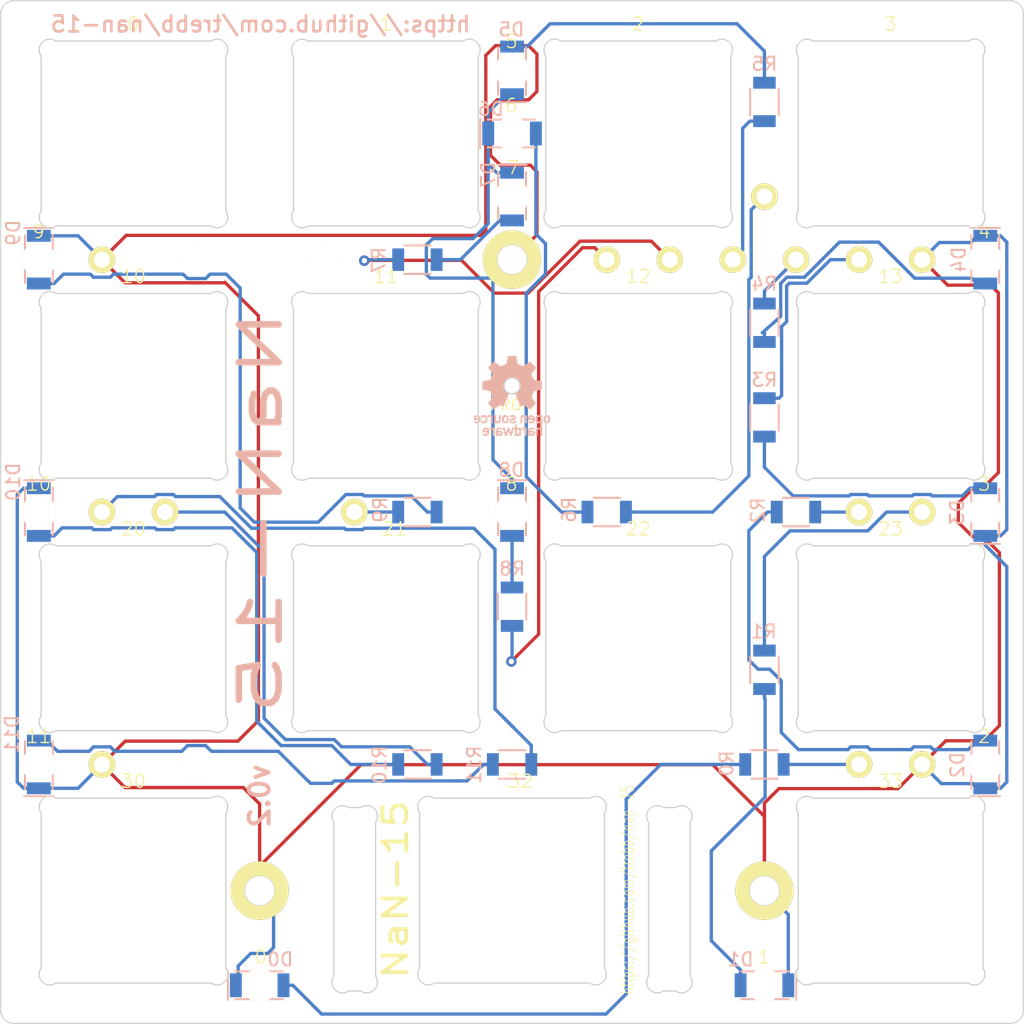
<source format=kicad_pcb>

(kicad_pcb
  (version 20171130)
  (host pcbnew "(5.1.12)-1")
  (general
    (thickness 1.6)
    (drawings 181)
    (tracks 335)
    (zones 0)
    (modules 48)
    (nets 26))
  (page A4)
  (title_block
    (title NaN-15)
    (rev 0.2)
    (comment 1 "Top plate"))
  (layers
    (0 F.Cu signal)
    (31 B.Cu signal)
    (32 B.Adhes user)
    (33 F.Adhes user)
    (34 B.Paste user)
    (35 F.Paste user)
    (36 B.SilkS user)
    (37 F.SilkS user)
    (38 B.Mask user)
    (39 F.Mask user)
    (40 Dwgs.User user)
    (41 Cmts.User user hide)
    (42 Eco1.User user)
    (43 Eco2.User user)
    (44 Edge.Cuts user)
    (45 Margin user)
    (46 B.CrtYd user)
    (47 F.CrtYd user)
    (48 B.Fab user hide)
    (49 F.Fab user hide))
  (setup
    (last_trace_width 0.25)
    (trace_clearance 0.2)
    (zone_clearance 0.508)
    (zone_45_only yes)
    (trace_min 0.2)
    (via_size 0.8)
    (via_drill 0.4)
    (via_min_size 0.4)
    (via_min_drill 0.3)
    (uvia_size 0.3)
    (uvia_drill 0.1)
    (uvias_allowed no)
    (uvia_min_size 0.2)
    (uvia_min_drill 0.1)
    (edge_width 0.15)
    (segment_width 0.2)
    (pcb_text_width 0.3)
    (pcb_text_size 1.5 1.5)
    (mod_edge_width 0.15)
    (mod_text_size 1 1)
    (mod_text_width 0.15)
    (pad_size 4.4 4.4)
    (pad_drill 2.2)
    (pad_to_mask_clearance 0.2)
    (aux_axis_origin 163.78555 118.7577)
    (grid_origin 144.67205 80.6577)
    (visible_elements 7FFFFFFF)
    (pcbplotparams
      (layerselection 0x0f0f0_ffffffff)
      (usegerberextensions true)
      (usegerberattributes true)
      (usegerberadvancedattributes true)
      (creategerberjobfile true)
      (excludeedgelayer true)
      (linewidth 0.1)
      (plotframeref false)
      (viasonmask false)
      (mode 1)
      (useauxorigin false)
      (hpglpennumber 1)
      (hpglpenspeed 20)
      (hpglpendiameter 15.0)
      (psnegative false)
      (psa4output false)
      (plotreference true)
      (plotvalue true)
      (plotinvisibletext false)
      (padsonsilk false)
      (subtractmaskfromsilk false)
      (outputformat 1)
      (mirror false)
      (drillshape 0)
      (scaleselection 1)
      (outputdirectory "plot_files/")))
  (net 0 "")
  (net 1 "Net-(D0-Pad2)")
  (net 2 GND)
  (net 3 "Net-(D1-Pad2)")
  (net 4 "Net-(D2-Pad2)")
  (net 5 "Net-(D3-Pad2)")
  (net 6 "Net-(D4-Pad2)")
  (net 7 "Net-(D5-Pad2)")
  (net 8 "Net-(D6-Pad2)")
  (net 9 "Net-(D7-Pad2)")
  (net 10 "Net-(D8-Pad2)")
  (net 11 "Net-(D9-Pad2)")
  (net 12 "Net-(D10-Pad2)")
  (net 13 "Net-(D11-Pad2)")
  (net 14 /led0)
  (net 15 /led1)
  (net 16 /led2)
  (net 17 /led3)
  (net 18 /led4)
  (net 19 /led5)
  (net 20 /led6)
  (net 21 /led7)
  (net 22 /led8)
  (net 23 /led9)
  (net 24 /led10)
  (net 25 /led11)
  (net_class Default "This is the default net class."
    (clearance 0.2)
    (trace_width 0.25)
    (via_dia 0.8)
    (via_drill 0.4)
    (uvia_dia 0.3)
    (uvia_drill 0.1)
    (add_net /led0)
    (add_net /led1)
    (add_net /led10)
    (add_net /led11)
    (add_net /led2)
    (add_net /led3)
    (add_net /led4)
    (add_net /led5)
    (add_net /led6)
    (add_net /led7)
    (add_net /led8)
    (add_net /led9)
    (add_net GND)
    (add_net "Net-(D0-Pad2)")
    (add_net "Net-(D1-Pad2)")
    (add_net "Net-(D10-Pad2)")
    (add_net "Net-(D11-Pad2)")
    (add_net "Net-(D2-Pad2)")
    (add_net "Net-(D3-Pad2)")
    (add_net "Net-(D4-Pad2)")
    (add_net "Net-(D5-Pad2)")
    (add_net "Net-(D6-Pad2)")
    (add_net "Net-(D7-Pad2)")
    (add_net "Net-(D8-Pad2)")
    (add_net "Net-(D9-Pad2)"))
  (module nan-15:LED_1206_REVERSE
    (layer B.Cu)
    (tedit 584AE569)
    (tstamp 582B3CF6)
    (at 125.62205 125.90145)
    (descr "LED 1206 smd package")
    (tags "LED1206 SMD")
    (path /5829F104)
    (attr smd)
    (fp_text reference D0
      (at 1.55 -1.94375)
      (layer B.SilkS)
      (effects
        (font
          (size 1 1)
          (thickness 0.15))
        (justify mirror)))
    (fp_text value Led_Red
      (at 0 -2)
      (layer B.Fab)
      (effects
        (font
          (size 1 1)
          (thickness 0.15))
        (justify mirror)))
    (fp_line
      (start 2.5 -1.25)
      (end 2.5 1.25)
      (layer B.CrtYd)
      (width 0.05))
    (fp_line
      (start -2.5 -1.25)
      (end 2.5 -1.25)
      (layer B.CrtYd)
      (width 0.05))
    (fp_line
      (start -2.5 1.25)
      (end -2.5 -1.25)
      (layer B.CrtYd)
      (width 0.05))
    (fp_line
      (start 2.5 1.25)
      (end -2.5 1.25)
      (layer B.CrtYd)
      (width 0.05))
    (fp_line
      (start -1.85 1.05)
      (end 1.75 1.05)
      (layer B.SilkS)
      (width 0.15))
    (fp_line
      (start -1.85 -1.05)
      (end 1.75 -1.05)
      (layer B.SilkS)
      (width 0.15))
    (fp_line
      (start -1.6 0.8)
      (end 1.6 0.8)
      (layer B.Fab)
      (width 0.15))
    (fp_line
      (start 1.6 0.8)
      (end 1.6 -0.8)
      (layer B.Fab)
      (width 0.15))
    (fp_line
      (start 1.6 -0.8)
      (end -1.6 -0.8)
      (layer B.Fab)
      (width 0.15))
    (fp_line
      (start -1.6 -0.8)
      (end -1.6 0.8)
      (layer B.Fab)
      (width 0.15))
    (fp_line
      (start 0 0.5)
      (end 0 -0.5)
      (layer B.Fab)
      (width 0.15))
    (fp_line
      (start 0 -0.5)
      (end -0.5 0)
      (layer B.Fab)
      (width 0.15))
    (fp_line
      (start -0.5 0)
      (end 0 0.5)
      (layer B.Fab)
      (width 0.15))
    (fp_line
      (start -0.5 0.5)
      (end -0.5 -0.5)
      (layer B.Fab)
      (width 0.15))
    (fp_line
      (start -2.4 1.1)
      (end -2.4 -1.1)
      (layer B.SilkS)
      (width 0.15))
    (pad 2 smd rect
      (at 1.8 0 180)
      (size 0.9 1.80086)
      (layers B.Cu B.Paste B.Mask)
      (net 1 "Net-(D0-Pad2)"))
    (pad 1 smd rect
      (at -1.8 0 180)
      (size 0.9 1.80086)
      (layers B.Cu B.Paste B.Mask)
      (net 2 GND))
    (pad "" np_thru_hole circle
      (at 0 0 180)
      (size 2.6 2.6)
      (drill 2.6)
      (layers *.Cu *.Mask B.SilkS))
    (model LEDs.3dshapes/LED_1206.wrl
      (at
        (xyz 0 0 0))
      (scale
        (xyz 1 1 1))
      (rotate
        (xyz 0 0 180))))
  (module nan-15:LED_1206_REVERSE
    (layer B.Cu)
    (tedit 584AE52B)
    (tstamp 582B3D35)
    (at 108.9533 109.2327 90)
    (descr "LED 1206 smd package")
    (tags "LED1206 SMD")
    (path /582A1767)
    (attr smd)
    (fp_text reference D11
      (at 2.275 -2.03125 90)
      (layer B.SilkS)
      (effects
        (font
          (size 1 1)
          (thickness 0.15))
        (justify mirror)))
    (fp_text value Led_Yellow
      (at 0 -2 90)
      (layer B.Fab)
      (effects
        (font
          (size 1 1)
          (thickness 0.15))
        (justify mirror)))
    (fp_line
      (start 2.5 -1.25)
      (end 2.5 1.25)
      (layer B.CrtYd)
      (width 0.05))
    (fp_line
      (start -2.5 -1.25)
      (end 2.5 -1.25)
      (layer B.CrtYd)
      (width 0.05))
    (fp_line
      (start -2.5 1.25)
      (end -2.5 -1.25)
      (layer B.CrtYd)
      (width 0.05))
    (fp_line
      (start 2.5 1.25)
      (end -2.5 1.25)
      (layer B.CrtYd)
      (width 0.05))
    (fp_line
      (start -1.85 1.05)
      (end 1.75 1.05)
      (layer B.SilkS)
      (width 0.15))
    (fp_line
      (start -1.85 -1.05)
      (end 1.75 -1.05)
      (layer B.SilkS)
      (width 0.15))
    (fp_line
      (start -1.6 0.8)
      (end 1.6 0.8)
      (layer B.Fab)
      (width 0.15))
    (fp_line
      (start 1.6 0.8)
      (end 1.6 -0.8)
      (layer B.Fab)
      (width 0.15))
    (fp_line
      (start 1.6 -0.8)
      (end -1.6 -0.8)
      (layer B.Fab)
      (width 0.15))
    (fp_line
      (start -1.6 -0.8)
      (end -1.6 0.8)
      (layer B.Fab)
      (width 0.15))
    (fp_line
      (start 0 0.5)
      (end 0 -0.5)
      (layer B.Fab)
      (width 0.15))
    (fp_line
      (start 0 -0.5)
      (end -0.5 0)
      (layer B.Fab)
      (width 0.15))
    (fp_line
      (start -0.5 0)
      (end 0 0.5)
      (layer B.Fab)
      (width 0.15))
    (fp_line
      (start -0.5 0.5)
      (end -0.5 -0.5)
      (layer B.Fab)
      (width 0.15))
    (fp_line
      (start -2.4 1.1)
      (end -2.4 -1.1)
      (layer B.SilkS)
      (width 0.15))
    (pad 2 smd rect
      (at 1.8 0 270)
      (size 0.9 1.80086)
      (layers B.Cu B.Paste B.Mask)
      (net 13 "Net-(D11-Pad2)"))
    (pad 1 smd rect
      (at -1.8 0 270)
      (size 0.9 1.80086)
      (layers B.Cu B.Paste B.Mask)
      (net 2 GND))
    (pad "" np_thru_hole circle
      (at 0 0 270)
      (size 2.6 2.6)
      (drill 2.6)
      (layers *.Cu *.Mask B.SilkS))
    (model LEDs.3dshapes/LED_1206.wrl
      (at
        (xyz 0 0 0))
      (scale
        (xyz 1 1 1))
      (rotate
        (xyz 0 0 180))))
  (module nan-15:LED_1206_REVERSE
    (layer B.Cu)
    (tedit 584AE44D)
    (tstamp 582B3D74)
    (at 108.9533 90.1827 270)
    (descr "LED 1206 smd package")
    (tags "LED1206 SMD")
    (path /582A1753)
    (attr smd)
    (fp_text reference D10
      (at -2.275 1.93125 90)
      (layer B.SilkS)
      (effects
        (font
          (size 1 1)
          (thickness 0.15))
        (justify mirror)))
    (fp_text value Led_Red
      (at 0 -2 270)
      (layer B.Fab)
      (effects
        (font
          (size 1 1)
          (thickness 0.15))
        (justify mirror)))
    (fp_line
      (start 2.5 -1.25)
      (end 2.5 1.25)
      (layer B.CrtYd)
      (width 0.05))
    (fp_line
      (start -2.5 -1.25)
      (end 2.5 -1.25)
      (layer B.CrtYd)
      (width 0.05))
    (fp_line
      (start -2.5 1.25)
      (end -2.5 -1.25)
      (layer B.CrtYd)
      (width 0.05))
    (fp_line
      (start 2.5 1.25)
      (end -2.5 1.25)
      (layer B.CrtYd)
      (width 0.05))
    (fp_line
      (start -1.85 1.05)
      (end 1.75 1.05)
      (layer B.SilkS)
      (width 0.15))
    (fp_line
      (start -1.85 -1.05)
      (end 1.75 -1.05)
      (layer B.SilkS)
      (width 0.15))
    (fp_line
      (start -1.6 0.8)
      (end 1.6 0.8)
      (layer B.Fab)
      (width 0.15))
    (fp_line
      (start 1.6 0.8)
      (end 1.6 -0.8)
      (layer B.Fab)
      (width 0.15))
    (fp_line
      (start 1.6 -0.8)
      (end -1.6 -0.8)
      (layer B.Fab)
      (width 0.15))
    (fp_line
      (start -1.6 -0.8)
      (end -1.6 0.8)
      (layer B.Fab)
      (width 0.15))
    (fp_line
      (start 0 0.5)
      (end 0 -0.5)
      (layer B.Fab)
      (width 0.15))
    (fp_line
      (start 0 -0.5)
      (end -0.5 0)
      (layer B.Fab)
      (width 0.15))
    (fp_line
      (start -0.5 0)
      (end 0 0.5)
      (layer B.Fab)
      (width 0.15))
    (fp_line
      (start -0.5 0.5)
      (end -0.5 -0.5)
      (layer B.Fab)
      (width 0.15))
    (fp_line
      (start -2.4 1.1)
      (end -2.4 -1.1)
      (layer B.SilkS)
      (width 0.15))
    (pad 2 smd rect
      (at 1.8 0 90)
      (size 0.9 1.80086)
      (layers B.Cu B.Paste B.Mask)
      (net 12 "Net-(D10-Pad2)"))
    (pad 1 smd rect
      (at -1.8 0 90)
      (size 0.9 1.80086)
      (layers B.Cu B.Paste B.Mask)
      (net 2 GND))
    (pad "" np_thru_hole circle
      (at 0 0 90)
      (size 2.6 2.6)
      (drill 2.6)
      (layers *.Cu *.Mask B.SilkS))
    (model LEDs.3dshapes/LED_1206.wrl
      (at
        (xyz 0 0 0))
      (scale
        (xyz 1 1 1))
      (rotate
        (xyz 0 0 180))))
  (module nan-15:LED_1206_REVERSE
    (layer B.Cu)
    (tedit 584AE447)
    (tstamp 582B3DB3)
    (at 108.9533 71.1327 270)
    (descr "LED 1206 smd package")
    (tags "LED1206 SMD")
    (path /582A173F)
    (attr smd)
    (fp_text reference D9
      (at -2.025 1.93125 270)
      (layer B.SilkS)
      (effects
        (font
          (size 1 1)
          (thickness 0.15))
        (justify mirror)))
    (fp_text value Led_Yellow
      (at 0 -2 270)
      (layer B.Fab)
      (effects
        (font
          (size 1 1)
          (thickness 0.15))
        (justify mirror)))
    (fp_line
      (start 2.5 -1.25)
      (end 2.5 1.25)
      (layer B.CrtYd)
      (width 0.05))
    (fp_line
      (start -2.5 -1.25)
      (end 2.5 -1.25)
      (layer B.CrtYd)
      (width 0.05))
    (fp_line
      (start -2.5 1.25)
      (end -2.5 -1.25)
      (layer B.CrtYd)
      (width 0.05))
    (fp_line
      (start 2.5 1.25)
      (end -2.5 1.25)
      (layer B.CrtYd)
      (width 0.05))
    (fp_line
      (start -1.85 1.05)
      (end 1.75 1.05)
      (layer B.SilkS)
      (width 0.15))
    (fp_line
      (start -1.85 -1.05)
      (end 1.75 -1.05)
      (layer B.SilkS)
      (width 0.15))
    (fp_line
      (start -1.6 0.8)
      (end 1.6 0.8)
      (layer B.Fab)
      (width 0.15))
    (fp_line
      (start 1.6 0.8)
      (end 1.6 -0.8)
      (layer B.Fab)
      (width 0.15))
    (fp_line
      (start 1.6 -0.8)
      (end -1.6 -0.8)
      (layer B.Fab)
      (width 0.15))
    (fp_line
      (start -1.6 -0.8)
      (end -1.6 0.8)
      (layer B.Fab)
      (width 0.15))
    (fp_line
      (start 0 0.5)
      (end 0 -0.5)
      (layer B.Fab)
      (width 0.15))
    (fp_line
      (start 0 -0.5)
      (end -0.5 0)
      (layer B.Fab)
      (width 0.15))
    (fp_line
      (start -0.5 0)
      (end 0 0.5)
      (layer B.Fab)
      (width 0.15))
    (fp_line
      (start -0.5 0.5)
      (end -0.5 -0.5)
      (layer B.Fab)
      (width 0.15))
    (fp_line
      (start -2.4 1.1)
      (end -2.4 -1.1)
      (layer B.SilkS)
      (width 0.15))
    (pad 2 smd rect
      (at 1.8 0 90)
      (size 0.9 1.80086)
      (layers B.Cu B.Paste B.Mask)
      (net 11 "Net-(D9-Pad2)"))
    (pad 1 smd rect
      (at -1.8 0 90)
      (size 0.9 1.80086)
      (layers B.Cu B.Paste B.Mask)
      (net 2 GND))
    (pad "" np_thru_hole circle
      (at 0 0 90)
      (size 2.6 2.6)
      (drill 2.6)
      (layers *.Cu *.Mask B.SilkS))
    (model LEDs.3dshapes/LED_1206.wrl
      (at
        (xyz 0 0 0))
      (scale
        (xyz 1 1 1))
      (rotate
        (xyz 0 0 180))))
  (module nan-15:LED_1206_REVERSE
    (layer B.Cu)
    (tedit 584AE4D2)
    (tstamp 582B3DF2)
    (at 144.67205 90.1827 270)
    (descr "LED 1206 smd package")
    (tags "LED1206 SMD")
    (path /582A172B)
    (attr smd)
    (fp_text reference D8
      (at -3.175 0.05)
      (layer B.SilkS)
      (effects
        (font
          (size 1 1)
          (thickness 0.15))
        (justify mirror)))
    (fp_text value Led_Red
      (at 0 -2 270)
      (layer B.Fab)
      (effects
        (font
          (size 1 1)
          (thickness 0.15))
        (justify mirror)))
    (fp_line
      (start 2.5 -1.25)
      (end 2.5 1.25)
      (layer B.CrtYd)
      (width 0.05))
    (fp_line
      (start -2.5 -1.25)
      (end 2.5 -1.25)
      (layer B.CrtYd)
      (width 0.05))
    (fp_line
      (start -2.5 1.25)
      (end -2.5 -1.25)
      (layer B.CrtYd)
      (width 0.05))
    (fp_line
      (start 2.5 1.25)
      (end -2.5 1.25)
      (layer B.CrtYd)
      (width 0.05))
    (fp_line
      (start -1.85 1.05)
      (end 1.75 1.05)
      (layer B.SilkS)
      (width 0.15))
    (fp_line
      (start -1.85 -1.05)
      (end 1.75 -1.05)
      (layer B.SilkS)
      (width 0.15))
    (fp_line
      (start -1.6 0.8)
      (end 1.6 0.8)
      (layer B.Fab)
      (width 0.15))
    (fp_line
      (start 1.6 0.8)
      (end 1.6 -0.8)
      (layer B.Fab)
      (width 0.15))
    (fp_line
      (start 1.6 -0.8)
      (end -1.6 -0.8)
      (layer B.Fab)
      (width 0.15))
    (fp_line
      (start -1.6 -0.8)
      (end -1.6 0.8)
      (layer B.Fab)
      (width 0.15))
    (fp_line
      (start 0 0.5)
      (end 0 -0.5)
      (layer B.Fab)
      (width 0.15))
    (fp_line
      (start 0 -0.5)
      (end -0.5 0)
      (layer B.Fab)
      (width 0.15))
    (fp_line
      (start -0.5 0)
      (end 0 0.5)
      (layer B.Fab)
      (width 0.15))
    (fp_line
      (start -0.5 0.5)
      (end -0.5 -0.5)
      (layer B.Fab)
      (width 0.15))
    (fp_line
      (start -2.4 1.1)
      (end -2.4 -1.1)
      (layer B.SilkS)
      (width 0.15))
    (pad 2 smd rect
      (at 1.8 0 90)
      (size 0.9 1.80086)
      (layers B.Cu B.Paste B.Mask)
      (net 10 "Net-(D8-Pad2)"))
    (pad 1 smd rect
      (at -1.8 0 90)
      (size 0.9 1.80086)
      (layers B.Cu B.Paste B.Mask)
      (net 2 GND))
    (pad "" np_thru_hole circle
      (at 0 0 90)
      (size 2.6 2.6)
      (drill 2.6)
      (layers *.Cu *.Mask B.SilkS))
    (model LEDs.3dshapes/LED_1206.wrl
      (at
        (xyz 0 0 0))
      (scale
        (xyz 1 1 1))
      (rotate
        (xyz 0 0 180))))
  (module nan-15:LED_1206_REVERSE
    (layer B.Cu)
    (tedit 584AE3EA)
    (tstamp 582B3E31)
    (at 144.67205 66.3702 270)
    (descr "LED 1206 smd package")
    (tags "LED1206 SMD")
    (path /582A1579)
    (attr smd)
    (fp_text reference D7
      (at -1.6625 1.8 270)
      (layer B.SilkS)
      (effects
        (font
          (size 1 1)
          (thickness 0.15))
        (justify mirror)))
    (fp_text value Led_Yellow
      (at 0 -2 270)
      (layer B.Fab)
      (effects
        (font
          (size 1 1)
          (thickness 0.15))
        (justify mirror)))
    (fp_line
      (start 2.5 -1.25)
      (end 2.5 1.25)
      (layer B.CrtYd)
      (width 0.05))
    (fp_line
      (start -2.5 -1.25)
      (end 2.5 -1.25)
      (layer B.CrtYd)
      (width 0.05))
    (fp_line
      (start -2.5 1.25)
      (end -2.5 -1.25)
      (layer B.CrtYd)
      (width 0.05))
    (fp_line
      (start 2.5 1.25)
      (end -2.5 1.25)
      (layer B.CrtYd)
      (width 0.05))
    (fp_line
      (start -1.85 1.05)
      (end 1.75 1.05)
      (layer B.SilkS)
      (width 0.15))
    (fp_line
      (start -1.85 -1.05)
      (end 1.75 -1.05)
      (layer B.SilkS)
      (width 0.15))
    (fp_line
      (start -1.6 0.8)
      (end 1.6 0.8)
      (layer B.Fab)
      (width 0.15))
    (fp_line
      (start 1.6 0.8)
      (end 1.6 -0.8)
      (layer B.Fab)
      (width 0.15))
    (fp_line
      (start 1.6 -0.8)
      (end -1.6 -0.8)
      (layer B.Fab)
      (width 0.15))
    (fp_line
      (start -1.6 -0.8)
      (end -1.6 0.8)
      (layer B.Fab)
      (width 0.15))
    (fp_line
      (start 0 0.5)
      (end 0 -0.5)
      (layer B.Fab)
      (width 0.15))
    (fp_line
      (start 0 -0.5)
      (end -0.5 0)
      (layer B.Fab)
      (width 0.15))
    (fp_line
      (start -0.5 0)
      (end 0 0.5)
      (layer B.Fab)
      (width 0.15))
    (fp_line
      (start -0.5 0.5)
      (end -0.5 -0.5)
      (layer B.Fab)
      (width 0.15))
    (fp_line
      (start -2.4 1.1)
      (end -2.4 -1.1)
      (layer B.SilkS)
      (width 0.15))
    (pad 2 smd rect
      (at 1.8 0 90)
      (size 0.9 1.80086)
      (layers B.Cu B.Paste B.Mask)
      (net 9 "Net-(D7-Pad2)"))
    (pad 1 smd rect
      (at -1.8 0 90)
      (size 0.9 1.80086)
      (layers B.Cu B.Paste B.Mask)
      (net 2 GND))
    (pad "" np_thru_hole circle
      (at 0 0 90)
      (size 2.6 2.6)
      (drill 2.6)
      (layers *.Cu *.Mask B.SilkS))
    (model LEDs.3dshapes/LED_1206.wrl
      (at
        (xyz 0 0 0))
      (scale
        (xyz 1 1 1))
      (rotate
        (xyz 0 0 180))))
  (module nan-15:LED_1206_REVERSE
    (layer B.Cu)
    (tedit 584AE407)
    (tstamp 582B3E70)
    (at 144.67205 61.6077)
    (descr "LED 1206 smd package")
    (tags "LED1206 SMD")
    (path /582A1565)
    (attr smd)
    (fp_text reference D6
      (at -1.6 -1.85)
      (layer B.SilkS)
      (effects
        (font
          (size 1 1)
          (thickness 0.15))
        (justify mirror)))
    (fp_text value Led_Red
      (at 0 -2)
      (layer B.Fab)
      (effects
        (font
          (size 1 1)
          (thickness 0.15))
        (justify mirror)))
    (fp_line
      (start 2.5 -1.25)
      (end 2.5 1.25)
      (layer B.CrtYd)
      (width 0.05))
    (fp_line
      (start -2.5 -1.25)
      (end 2.5 -1.25)
      (layer B.CrtYd)
      (width 0.05))
    (fp_line
      (start -2.5 1.25)
      (end -2.5 -1.25)
      (layer B.CrtYd)
      (width 0.05))
    (fp_line
      (start 2.5 1.25)
      (end -2.5 1.25)
      (layer B.CrtYd)
      (width 0.05))
    (fp_line
      (start -1.85 1.05)
      (end 1.75 1.05)
      (layer B.SilkS)
      (width 0.15))
    (fp_line
      (start -1.85 -1.05)
      (end 1.75 -1.05)
      (layer B.SilkS)
      (width 0.15))
    (fp_line
      (start -1.6 0.8)
      (end 1.6 0.8)
      (layer B.Fab)
      (width 0.15))
    (fp_line
      (start 1.6 0.8)
      (end 1.6 -0.8)
      (layer B.Fab)
      (width 0.15))
    (fp_line
      (start 1.6 -0.8)
      (end -1.6 -0.8)
      (layer B.Fab)
      (width 0.15))
    (fp_line
      (start -1.6 -0.8)
      (end -1.6 0.8)
      (layer B.Fab)
      (width 0.15))
    (fp_line
      (start 0 0.5)
      (end 0 -0.5)
      (layer B.Fab)
      (width 0.15))
    (fp_line
      (start 0 -0.5)
      (end -0.5 0)
      (layer B.Fab)
      (width 0.15))
    (fp_line
      (start -0.5 0)
      (end 0 0.5)
      (layer B.Fab)
      (width 0.15))
    (fp_line
      (start -0.5 0.5)
      (end -0.5 -0.5)
      (layer B.Fab)
      (width 0.15))
    (fp_line
      (start -2.4 1.1)
      (end -2.4 -1.1)
      (layer B.SilkS)
      (width 0.15))
    (pad 2 smd rect
      (at 1.8 0 180)
      (size 0.9 1.80086)
      (layers B.Cu B.Paste B.Mask)
      (net 8 "Net-(D6-Pad2)"))
    (pad 1 smd rect
      (at -1.8 0 180)
      (size 0.9 1.80086)
      (layers B.Cu B.Paste B.Mask)
      (net 2 GND))
    (pad "" np_thru_hole circle
      (at 0 0 180)
      (size 2.6 2.6)
      (drill 2.6)
      (layers *.Cu *.Mask B.SilkS))
    (model LEDs.3dshapes/LED_1206.wrl
      (at
        (xyz 0 0 0))
      (scale
        (xyz 1 1 1))
      (rotate
        (xyz 0 0 180))))
  (module nan-15:LED_1206_REVERSE
    (layer B.Cu)
    (tedit 584AE414)
    (tstamp 582B3EAF)
    (at 144.67205 56.8452 90)
    (descr "LED 1206 smd package")
    (tags "LED1206 SMD")
    (path /582A1551)
    (attr smd)
    (fp_text reference D5
      (at 3.0875 -0.05 180)
      (layer B.SilkS)
      (effects
        (font
          (size 1 1)
          (thickness 0.15))
        (justify mirror)))
    (fp_text value Led_Yellow
      (at 0 -2 90)
      (layer B.Fab)
      (effects
        (font
          (size 1 1)
          (thickness 0.15))
        (justify mirror)))
    (fp_line
      (start 2.5 -1.25)
      (end 2.5 1.25)
      (layer B.CrtYd)
      (width 0.05))
    (fp_line
      (start -2.5 -1.25)
      (end 2.5 -1.25)
      (layer B.CrtYd)
      (width 0.05))
    (fp_line
      (start -2.5 1.25)
      (end -2.5 -1.25)
      (layer B.CrtYd)
      (width 0.05))
    (fp_line
      (start 2.5 1.25)
      (end -2.5 1.25)
      (layer B.CrtYd)
      (width 0.05))
    (fp_line
      (start -1.85 1.05)
      (end 1.75 1.05)
      (layer B.SilkS)
      (width 0.15))
    (fp_line
      (start -1.85 -1.05)
      (end 1.75 -1.05)
      (layer B.SilkS)
      (width 0.15))
    (fp_line
      (start -1.6 0.8)
      (end 1.6 0.8)
      (layer B.Fab)
      (width 0.15))
    (fp_line
      (start 1.6 0.8)
      (end 1.6 -0.8)
      (layer B.Fab)
      (width 0.15))
    (fp_line
      (start 1.6 -0.8)
      (end -1.6 -0.8)
      (layer B.Fab)
      (width 0.15))
    (fp_line
      (start -1.6 -0.8)
      (end -1.6 0.8)
      (layer B.Fab)
      (width 0.15))
    (fp_line
      (start 0 0.5)
      (end 0 -0.5)
      (layer B.Fab)
      (width 0.15))
    (fp_line
      (start 0 -0.5)
      (end -0.5 0)
      (layer B.Fab)
      (width 0.15))
    (fp_line
      (start -0.5 0)
      (end 0 0.5)
      (layer B.Fab)
      (width 0.15))
    (fp_line
      (start -0.5 0.5)
      (end -0.5 -0.5)
      (layer B.Fab)
      (width 0.15))
    (fp_line
      (start -2.4 1.1)
      (end -2.4 -1.1)
      (layer B.SilkS)
      (width 0.15))
    (pad 2 smd rect
      (at 1.8 0 270)
      (size 0.9 1.80086)
      (layers B.Cu B.Paste B.Mask)
      (net 7 "Net-(D5-Pad2)"))
    (pad 1 smd rect
      (at -1.8 0 270)
      (size 0.9 1.80086)
      (layers B.Cu B.Paste B.Mask)
      (net 2 GND))
    (pad "" np_thru_hole circle
      (at 0 0 270)
      (size 2.6 2.6)
      (drill 2.6)
      (layers *.Cu *.Mask B.SilkS))
    (model LEDs.3dshapes/LED_1206.wrl
      (at
        (xyz 0 0 0))
      (scale
        (xyz 1 1 1))
      (rotate
        (xyz 0 0 180))))
  (module nan-15:LED_1206_REVERSE
    (layer B.Cu)
    (tedit 582B31FF)
    (tstamp 582B3EEE)
    (at 180.3908 71.1327 270)
    (descr "LED 1206 smd package")
    (tags "LED1206 SMD")
    (path /582A153D)
    (attr smd)
    (fp_text reference D4
      (at 0 2 270)
      (layer B.SilkS)
      (effects
        (font
          (size 1 1)
          (thickness 0.15))
        (justify mirror)))
    (fp_text value Led_Yellow
      (at 0 -2 270)
      (layer B.Fab)
      (effects
        (font
          (size 1 1)
          (thickness 0.15))
        (justify mirror)))
    (fp_line
      (start 2.5 -1.25)
      (end 2.5 1.25)
      (layer B.CrtYd)
      (width 0.05))
    (fp_line
      (start -2.5 -1.25)
      (end 2.5 -1.25)
      (layer B.CrtYd)
      (width 0.05))
    (fp_line
      (start -2.5 1.25)
      (end -2.5 -1.25)
      (layer B.CrtYd)
      (width 0.05))
    (fp_line
      (start 2.5 1.25)
      (end -2.5 1.25)
      (layer B.CrtYd)
      (width 0.05))
    (fp_line
      (start -1.85 1.05)
      (end 1.75 1.05)
      (layer B.SilkS)
      (width 0.15))
    (fp_line
      (start -1.85 -1.05)
      (end 1.75 -1.05)
      (layer B.SilkS)
      (width 0.15))
    (fp_line
      (start -1.6 0.8)
      (end 1.6 0.8)
      (layer B.Fab)
      (width 0.15))
    (fp_line
      (start 1.6 0.8)
      (end 1.6 -0.8)
      (layer B.Fab)
      (width 0.15))
    (fp_line
      (start 1.6 -0.8)
      (end -1.6 -0.8)
      (layer B.Fab)
      (width 0.15))
    (fp_line
      (start -1.6 -0.8)
      (end -1.6 0.8)
      (layer B.Fab)
      (width 0.15))
    (fp_line
      (start 0 0.5)
      (end 0 -0.5)
      (layer B.Fab)
      (width 0.15))
    (fp_line
      (start 0 -0.5)
      (end -0.5 0)
      (layer B.Fab)
      (width 0.15))
    (fp_line
      (start -0.5 0)
      (end 0 0.5)
      (layer B.Fab)
      (width 0.15))
    (fp_line
      (start -0.5 0.5)
      (end -0.5 -0.5)
      (layer B.Fab)
      (width 0.15))
    (fp_line
      (start -2.4 1.1)
      (end -2.4 -1.1)
      (layer B.SilkS)
      (width 0.15))
    (pad 2 smd rect
      (at 1.8 0 90)
      (size 0.9 1.80086)
      (layers B.Cu B.Paste B.Mask)
      (net 6 "Net-(D4-Pad2)"))
    (pad 1 smd rect
      (at -1.8 0 90)
      (size 0.9 1.80086)
      (layers B.Cu B.Paste B.Mask)
      (net 2 GND))
    (pad "" np_thru_hole circle
      (at 0 0 90)
      (size 2.6 2.6)
      (drill 2.6)
      (layers *.Cu *.Mask B.SilkS))
    (model LEDs.3dshapes/LED_1206.wrl
      (at
        (xyz 0 0 0))
      (scale
        (xyz 1 1 1))
      (rotate
        (xyz 0 0 180))))
  (module nan-15:LED_1206_REVERSE
    (layer B.Cu)
    (tedit 584AE4E6)
    (tstamp 582B3F2D)
    (at 180.3908 90.1827 90)
    (descr "LED 1206 smd package")
    (tags "LED1206 SMD")
    (path /582A136B)
    (attr smd)
    (fp_text reference D3
      (at -0.025 -2.11875 90)
      (layer B.SilkS)
      (effects
        (font
          (size 1 1)
          (thickness 0.15))
        (justify mirror)))
    (fp_text value Led_Red
      (at 0 -2 90)
      (layer B.Fab)
      (effects
        (font
          (size 1 1)
          (thickness 0.15))
        (justify mirror)))
    (fp_line
      (start 2.5 -1.25)
      (end 2.5 1.25)
      (layer B.CrtYd)
      (width 0.05))
    (fp_line
      (start -2.5 -1.25)
      (end 2.5 -1.25)
      (layer B.CrtYd)
      (width 0.05))
    (fp_line
      (start -2.5 1.25)
      (end -2.5 -1.25)
      (layer B.CrtYd)
      (width 0.05))
    (fp_line
      (start 2.5 1.25)
      (end -2.5 1.25)
      (layer B.CrtYd)
      (width 0.05))
    (fp_line
      (start -1.85 1.05)
      (end 1.75 1.05)
      (layer B.SilkS)
      (width 0.15))
    (fp_line
      (start -1.85 -1.05)
      (end 1.75 -1.05)
      (layer B.SilkS)
      (width 0.15))
    (fp_line
      (start -1.6 0.8)
      (end 1.6 0.8)
      (layer B.Fab)
      (width 0.15))
    (fp_line
      (start 1.6 0.8)
      (end 1.6 -0.8)
      (layer B.Fab)
      (width 0.15))
    (fp_line
      (start 1.6 -0.8)
      (end -1.6 -0.8)
      (layer B.Fab)
      (width 0.15))
    (fp_line
      (start -1.6 -0.8)
      (end -1.6 0.8)
      (layer B.Fab)
      (width 0.15))
    (fp_line
      (start 0 0.5)
      (end 0 -0.5)
      (layer B.Fab)
      (width 0.15))
    (fp_line
      (start 0 -0.5)
      (end -0.5 0)
      (layer B.Fab)
      (width 0.15))
    (fp_line
      (start -0.5 0)
      (end 0 0.5)
      (layer B.Fab)
      (width 0.15))
    (fp_line
      (start -0.5 0.5)
      (end -0.5 -0.5)
      (layer B.Fab)
      (width 0.15))
    (fp_line
      (start -2.4 1.1)
      (end -2.4 -1.1)
      (layer B.SilkS)
      (width 0.15))
    (pad 2 smd rect
      (at 1.8 0 270)
      (size 0.9 1.80086)
      (layers B.Cu B.Paste B.Mask)
      (net 5 "Net-(D3-Pad2)"))
    (pad 1 smd rect
      (at -1.8 0 270)
      (size 0.9 1.80086)
      (layers B.Cu B.Paste B.Mask)
      (net 2 GND))
    (pad "" np_thru_hole circle
      (at 0 0 270)
      (size 2.6 2.6)
      (drill 2.6)
      (layers *.Cu *.Mask B.SilkS))
    (model LEDs.3dshapes/LED_1206.wrl
      (at
        (xyz 0 0 0))
      (scale
        (xyz 1 1 1))
      (rotate
        (xyz 0 0 180))))
  (module nan-15:LED_1206_REVERSE
    (layer B.Cu)
    (tedit 582B75EF)
    (tstamp 582B3F6C)
    (at 180.3908 109.2327 90)
    (descr "LED 1206 smd package")
    (tags "LED1206 SMD")
    (path /582A1357)
    (attr smd)
    (fp_text reference D2
      (at -0.04445 -2.1082 90)
      (layer B.SilkS)
      (effects
        (font
          (size 1 1)
          (thickness 0.15))
        (justify mirror)))
    (fp_text value Led_Yellow
      (at 0 -2 90)
      (layer B.Fab)
      (effects
        (font
          (size 1 1)
          (thickness 0.15))
        (justify mirror)))
    (fp_line
      (start 2.5 -1.25)
      (end 2.5 1.25)
      (layer B.CrtYd)
      (width 0.05))
    (fp_line
      (start -2.5 -1.25)
      (end 2.5 -1.25)
      (layer B.CrtYd)
      (width 0.05))
    (fp_line
      (start -2.5 1.25)
      (end -2.5 -1.25)
      (layer B.CrtYd)
      (width 0.05))
    (fp_line
      (start 2.5 1.25)
      (end -2.5 1.25)
      (layer B.CrtYd)
      (width 0.05))
    (fp_line
      (start -1.85 1.05)
      (end 1.75 1.05)
      (layer B.SilkS)
      (width 0.15))
    (fp_line
      (start -1.85 -1.05)
      (end 1.75 -1.05)
      (layer B.SilkS)
      (width 0.15))
    (fp_line
      (start -1.6 0.8)
      (end 1.6 0.8)
      (layer B.Fab)
      (width 0.15))
    (fp_line
      (start 1.6 0.8)
      (end 1.6 -0.8)
      (layer B.Fab)
      (width 0.15))
    (fp_line
      (start 1.6 -0.8)
      (end -1.6 -0.8)
      (layer B.Fab)
      (width 0.15))
    (fp_line
      (start -1.6 -0.8)
      (end -1.6 0.8)
      (layer B.Fab)
      (width 0.15))
    (fp_line
      (start 0 0.5)
      (end 0 -0.5)
      (layer B.Fab)
      (width 0.15))
    (fp_line
      (start 0 -0.5)
      (end -0.5 0)
      (layer B.Fab)
      (width 0.15))
    (fp_line
      (start -0.5 0)
      (end 0 0.5)
      (layer B.Fab)
      (width 0.15))
    (fp_line
      (start -0.5 0.5)
      (end -0.5 -0.5)
      (layer B.Fab)
      (width 0.15))
    (fp_line
      (start -2.4 1.1)
      (end -2.4 -1.1)
      (layer B.SilkS)
      (width 0.15))
    (pad 2 smd rect
      (at 1.8 0 270)
      (size 0.9 1.80086)
      (layers B.Cu B.Paste B.Mask)
      (net 4 "Net-(D2-Pad2)"))
    (pad 1 smd rect
      (at -1.8 0 270)
      (size 0.9 1.80086)
      (layers B.Cu B.Paste B.Mask)
      (net 2 GND))
    (pad "" np_thru_hole circle
      (at 0 0 270)
      (size 2.6 2.6)
      (drill 2.6)
      (layers *.Cu *.Mask B.SilkS))
    (model LEDs.3dshapes/LED_1206.wrl
      (at
        (xyz 0 0 0))
      (scale
        (xyz 1 1 1))
      (rotate
        (xyz 0 0 180))))
  (module nan-15:LED_1206_REVERSE
    (layer B.Cu)
    (tedit 584AE55E)
    (tstamp 582B3FAB)
    (at 163.72205 125.90145 180)
    (descr "LED 1206 smd package")
    (tags "LED1206 SMD")
    (path /582A1207)
    (attr smd)
    (fp_text reference D1
      (at 1.8 1.94375 180)
      (layer B.SilkS)
      (effects
        (font
          (size 1 1)
          (thickness 0.15))
        (justify mirror)))
    (fp_text value Led_Red
      (at 0 -2 180)
      (layer B.Fab)
      (effects
        (font
          (size 1 1)
          (thickness 0.15))
        (justify mirror)))
    (fp_line
      (start 2.5 -1.25)
      (end 2.5 1.25)
      (layer B.CrtYd)
      (width 0.05))
    (fp_line
      (start -2.5 -1.25)
      (end 2.5 -1.25)
      (layer B.CrtYd)
      (width 0.05))
    (fp_line
      (start -2.5 1.25)
      (end -2.5 -1.25)
      (layer B.CrtYd)
      (width 0.05))
    (fp_line
      (start 2.5 1.25)
      (end -2.5 1.25)
      (layer B.CrtYd)
      (width 0.05))
    (fp_line
      (start -1.85 1.05)
      (end 1.75 1.05)
      (layer B.SilkS)
      (width 0.15))
    (fp_line
      (start -1.85 -1.05)
      (end 1.75 -1.05)
      (layer B.SilkS)
      (width 0.15))
    (fp_line
      (start -1.6 0.8)
      (end 1.6 0.8)
      (layer B.Fab)
      (width 0.15))
    (fp_line
      (start 1.6 0.8)
      (end 1.6 -0.8)
      (layer B.Fab)
      (width 0.15))
    (fp_line
      (start 1.6 -0.8)
      (end -1.6 -0.8)
      (layer B.Fab)
      (width 0.15))
    (fp_line
      (start -1.6 -0.8)
      (end -1.6 0.8)
      (layer B.Fab)
      (width 0.15))
    (fp_line
      (start 0 0.5)
      (end 0 -0.5)
      (layer B.Fab)
      (width 0.15))
    (fp_line
      (start 0 -0.5)
      (end -0.5 0)
      (layer B.Fab)
      (width 0.15))
    (fp_line
      (start -0.5 0)
      (end 0 0.5)
      (layer B.Fab)
      (width 0.15))
    (fp_line
      (start -0.5 0.5)
      (end -0.5 -0.5)
      (layer B.Fab)
      (width 0.15))
    (fp_line
      (start -2.4 1.1)
      (end -2.4 -1.1)
      (layer B.SilkS)
      (width 0.15))
    (pad 2 smd rect
      (at 1.8 0)
      (size 0.9 1.80086)
      (layers B.Cu B.Paste B.Mask)
      (net 3 "Net-(D1-Pad2)"))
    (pad 1 smd rect
      (at -1.8 0)
      (size 0.9 1.80086)
      (layers B.Cu B.Paste B.Mask)
      (net 2 GND))
    (pad "" np_thru_hole circle
      (at 0 0)
      (size 2.6 2.6)
      (drill 2.6)
      (layers *.Cu *.Mask B.SilkS))
    (model LEDs.3dshapes/LED_1206.wrl
      (at
        (xyz 0 0 0))
      (scale
        (xyz 1 1 1))
      (rotate
        (xyz 0 0 180))))
  (module nan-15:SolderWirePad_2mm_1-2mmDrill_no_legend
    (layer F.Cu)
    (tedit 582B3650)
    (tstamp 582B4262)
    (at 175.6283 71.1327)
    (path /5829DC96)
    (fp_text reference W15
      (at 0 -1.8)
      (layer F.SilkS) hide
      (effects
        (font
          (size 1 1)
          (thickness 0.15))))
    (fp_text value TEST_1P
      (at 0 2.1)
      (layer F.Fab) hide
      (effects
        (font
          (size 1 1)
          (thickness 0.15))))
    (pad 1 thru_hole circle
      (at 0 0)
      (size 2 2)
      (drill 1.19888)
      (layers *.Cu *.Mask F.SilkS)
      (net 2 GND)))
  (module nan-15:SolderWirePad_2mm_1-2mmDrill_no_legend
    (layer F.Cu)
    (tedit 582B3650)
    (tstamp 582B426E)
    (at 113.7158 71.1327)
    (path /5829DC94)
    (fp_text reference W14
      (at 0 -1.8)
      (layer F.SilkS) hide
      (effects
        (font
          (size 1 1)
          (thickness 0.15))))
    (fp_text value TEST_1P
      (at 0 2.1)
      (layer F.Fab) hide
      (effects
        (font
          (size 1 1)
          (thickness 0.15))))
    (pad 1 thru_hole circle
      (at 0 0)
      (size 2 2)
      (drill 1.19888)
      (layers *.Cu *.Mask F.SilkS)
      (net 2 GND)))
  (module nan-15:SolderWirePad_2mm_1-2mmDrill_no_legend
    (layer F.Cu)
    (tedit 582B3650)
    (tstamp 582B427A)
    (at 113.7158 109.2327)
    (path /5829DC92)
    (fp_text reference W13
      (at 0 -1.8)
      (layer F.SilkS) hide
      (effects
        (font
          (size 1 1)
          (thickness 0.15))))
    (fp_text value TEST_1P
      (at 0 2.1)
      (layer F.Fab) hide
      (effects
        (font
          (size 1 1)
          (thickness 0.15))))
    (pad 1 thru_hole circle
      (at 0 0)
      (size 2 2)
      (drill 1.19888)
      (layers *.Cu *.Mask F.SilkS)
      (net 2 GND)))
  (module nan-15:SolderWirePad_2mm_1-2mmDrill_no_legend
    (layer F.Cu)
    (tedit 582B3650)
    (tstamp 582B4286)
    (at 175.6283 109.2327)
    (path /5829DC90)
    (fp_text reference W12
      (at 0 -1.8)
      (layer F.SilkS) hide
      (effects
        (font
          (size 1 1)
          (thickness 0.15))))
    (fp_text value TEST_1P
      (at 0 2.1)
      (layer F.Fab) hide
      (effects
        (font
          (size 1 1)
          (thickness 0.15))))
    (pad 1 thru_hole circle
      (at 0 0)
      (size 2 2)
      (drill 1.19888)
      (layers *.Cu *.Mask F.SilkS)
      (net 2 GND)))
  (module nan-15:SolderWirePad_2mm_1-2mmDrill_no_legend
    (layer F.Cu)
    (tedit 582B3650)
    (tstamp 582B4292)
    (at 113.7158 90.1827)
    (path /5829DC8F)
    (fp_text reference W11
      (at 0 -1.8)
      (layer F.SilkS) hide
      (effects
        (font
          (size 1 1)
          (thickness 0.15))))
    (fp_text value TEST_1P
      (at 0 2.1)
      (layer F.Fab) hide
      (effects
        (font
          (size 1 1)
          (thickness 0.15))))
    (pad 1 thru_hole circle
      (at 0 0)
      (size 2 2)
      (drill 1.19888)
      (layers *.Cu *.Mask F.SilkS)
      (net 25 /led11)))
  (module nan-15:SolderWirePad_2mm_1-2mmDrill_no_legend
    (layer F.Cu)
    (tedit 582B3650)
    (tstamp 582B429E)
    (at 118.4783 90.1827)
    (path /5829DC8E)
    (fp_text reference W10
      (at 0 -1.8)
      (layer F.SilkS) hide
      (effects
        (font
          (size 1 1)
          (thickness 0.15))))
    (fp_text value TEST_1P
      (at 0 2.1)
      (layer F.Fab) hide
      (effects
        (font
          (size 1 1)
          (thickness 0.15))))
    (pad 1 thru_hole circle
      (at 0 0)
      (size 2 2)
      (drill 1.19888)
      (layers *.Cu *.Mask F.SilkS)
      (net 24 /led10)))
  (module nan-15:SolderWirePad_2mm_1-2mmDrill_no_legend
    (layer F.Cu)
    (tedit 582B3650)
    (tstamp 582B42AA)
    (at 132.7658 90.1827)
    (path /5829DC8D)
    (fp_text reference W9
      (at 0 -1.8)
      (layer F.SilkS) hide
      (effects
        (font
          (size 1 1)
          (thickness 0.15))))
    (fp_text value TEST_1P
      (at 0 2.1)
      (layer F.Fab) hide
      (effects
        (font
          (size 1 1)
          (thickness 0.15))))
    (pad 1 thru_hole circle
      (at 0 0)
      (size 2 2)
      (drill 1.19888)
      (layers *.Cu *.Mask F.SilkS)
      (net 23 /led9)))
  (module nan-15:SolderWirePad_2mm_1-2mmDrill_no_legend
    (layer F.Cu)
    (tedit 582B3650)
    (tstamp 582B42B6)
    (at 151.8158 71.1327)
    (path /5829DC8C)
    (fp_text reference W8
      (at 0 -1.8)
      (layer F.SilkS) hide
      (effects
        (font
          (size 1 1)
          (thickness 0.15))))
    (fp_text value TEST_1P
      (at 0 2.1)
      (layer F.Fab) hide
      (effects
        (font
          (size 1 1)
          (thickness 0.15))))
    (pad 1 thru_hole circle
      (at 0 0)
      (size 2 2)
      (drill 1.19888)
      (layers *.Cu *.Mask F.SilkS)
      (net 22 /led8)))
  (module nan-15:SolderWirePad_2mm_1-2mmDrill_no_legend
    (layer F.Cu)
    (tedit 582B3650)
    (tstamp 582B42C2)
    (at 156.5783 71.1327)
    (path /5829DC8B)
    (fp_text reference W7
      (at 0 -1.8)
      (layer F.SilkS) hide
      (effects
        (font
          (size 1 1)
          (thickness 0.15))))
    (fp_text value TEST_1P
      (at 0 2.1)
      (layer F.Fab) hide
      (effects
        (font
          (size 1 1)
          (thickness 0.15))))
    (pad 1 thru_hole circle
      (at 0 0)
      (size 2 2)
      (drill 1.19888)
      (layers *.Cu *.Mask F.SilkS)
      (net 21 /led7)))
  (module nan-15:SolderWirePad_2mm_1-2mmDrill_no_legend
    (layer F.Cu)
    (tedit 582B3650)
    (tstamp 582B42CE)
    (at 163.72205 66.3702)
    (path /5829DC8A)
    (fp_text reference W6
      (at 0 -1.8)
      (layer F.SilkS) hide
      (effects
        (font
          (size 1 1)
          (thickness 0.15))))
    (fp_text value TEST_1P
      (at 0 2.1)
      (layer F.Fab) hide
      (effects
        (font
          (size 1 1)
          (thickness 0.15))))
    (pad 1 thru_hole circle
      (at 0 0)
      (size 2 2)
      (drill 1.19888)
      (layers *.Cu *.Mask F.SilkS)
      (net 20 /led6)))
  (module nan-15:SolderWirePad_2mm_1-2mmDrill_no_legend
    (layer F.Cu)
    (tedit 582B3650)
    (tstamp 582B42DA)
    (at 161.3408 71.1327)
    (path /5829DC89)
    (fp_text reference W5
      (at 0 -1.8)
      (layer F.SilkS) hide
      (effects
        (font
          (size 1 1)
          (thickness 0.15))))
    (fp_text value TEST_1P
      (at 0 2.1)
      (layer F.Fab) hide
      (effects
        (font
          (size 1 1)
          (thickness 0.15))))
    (pad 1 thru_hole circle
      (at 0 0)
      (size 2 2)
      (drill 1.19888)
      (layers *.Cu *.Mask F.SilkS)
      (net 19 /led5)))
  (module nan-15:SolderWirePad_2mm_1-2mmDrill_no_legend
    (layer F.Cu)
    (tedit 582B3650)
    (tstamp 582B42E6)
    (at 166.1033 71.1327)
    (path /5829DC88)
    (fp_text reference W4
      (at 0 -1.8)
      (layer F.SilkS) hide
      (effects
        (font
          (size 1 1)
          (thickness 0.15))))
    (fp_text value TEST_1P
      (at 0 2.1)
      (layer F.Fab) hide
      (effects
        (font
          (size 1 1)
          (thickness 0.15))))
    (pad 1 thru_hole circle
      (at 0 0)
      (size 2 2)
      (drill 1.19888)
      (layers *.Cu *.Mask F.SilkS)
      (net 18 /led4)))
  (module nan-15:SolderWirePad_2mm_1-2mmDrill_no_legend
    (layer F.Cu)
    (tedit 582B3650)
    (tstamp 582B42F2)
    (at 170.8658 71.1327)
    (path /5829DC87)
    (fp_text reference W3
      (at 0 -1.8)
      (layer F.SilkS) hide
      (effects
        (font
          (size 1 1)
          (thickness 0.15))))
    (fp_text value TEST_1P
      (at 0 2.1)
      (layer F.Fab) hide
      (effects
        (font
          (size 1 1)
          (thickness 0.15))))
    (pad 1 thru_hole circle
      (at 0 0)
      (size 2 2)
      (drill 1.19888)
      (layers *.Cu *.Mask F.SilkS)
      (net 17 /led3)))
  (module nan-15:SolderWirePad_2mm_1-2mmDrill_no_legend
    (layer F.Cu)
    (tedit 582B3650)
    (tstamp 582B42FE)
    (at 170.8658 90.1827)
    (path /5829DC86)
    (fp_text reference W2
      (at 0 -1.8)
      (layer F.SilkS) hide
      (effects
        (font
          (size 1 1)
          (thickness 0.15))))
    (fp_text value TEST_1P
      (at 0 2.1)
      (layer F.Fab) hide
      (effects
        (font
          (size 1 1)
          (thickness 0.15))))
    (pad 1 thru_hole circle
      (at 0 0)
      (size 2 2)
      (drill 1.19888)
      (layers *.Cu *.Mask F.SilkS)
      (net 16 /led2)))
  (module nan-15:SolderWirePad_2mm_1-2mmDrill_no_legend
    (layer F.Cu)
    (tedit 582B3650)
    (tstamp 582B430A)
    (at 175.6283 90.1827)
    (path /5829DC85)
    (fp_text reference W1
      (at 0 -1.8)
      (layer F.SilkS) hide
      (effects
        (font
          (size 1 1)
          (thickness 0.15))))
    (fp_text value TEST_1P
      (at 0 2.1)
      (layer F.Fab) hide
      (effects
        (font
          (size 1 1)
          (thickness 0.15))))
    (pad 1 thru_hole circle
      (at 0 0)
      (size 2 2)
      (drill 1.19888)
      (layers *.Cu *.Mask F.SilkS)
      (net 15 /led1)))
  (module nan-15:SolderWirePad_2mm_1-2mmDrill_no_legend
    (layer F.Cu)
    (tedit 582B3650)
    (tstamp 582B4316)
    (at 170.8658 109.2327)
    (path /5829DC84)
    (fp_text reference W0
      (at 0 -1.8)
      (layer F.SilkS) hide
      (effects
        (font
          (size 1 1)
          (thickness 0.15))))
    (fp_text value TEST_1P
      (at 0 2.1)
      (layer F.Fab) hide
      (effects
        (font
          (size 1 1)
          (thickness 0.15))))
    (pad 1 thru_hole circle
      (at 0 0)
      (size 2 2)
      (drill 1.19888)
      (layers *.Cu *.Mask F.SilkS)
      (net 14 /led0)))
  (module Mounting_Holes:MountingHole_2.2mm_M2 locked
    (layer F.Cu)
    (tedit 582B444F)
    (tstamp 582B59EA)
    (at 130.38455 109.2327)
    (descr "Mounting Hole 2.2mm, no annular, M2")
    (tags "mounting hole 2.2mm no annular m2")
    (path /5829DCA0)
    (fp_text reference HS7
      (at 0 -3.2)
      (layer F.SilkS) hide
      (effects
        (font
          (size 1 1)
          (thickness 0.15))))
    (fp_text value HEATSINK
      (at 0 3.2)
      (layer F.Fab) hide
      (effects
        (font
          (size 1 1)
          (thickness 0.15))))
    (fp_circle
      (center 0 0)
      (end 2.45 0)
      (layer F.CrtYd)
      (width 0.05))
    (fp_circle
      (center 0 0)
      (end 2.2 0)
      (layer Cmts.User)
      (width 0.15))
    (pad 1 np_thru_hole circle
      (at 0 0)
      (size 2.2 2.2)
      (drill 2.2)
      (layers *.Cu *.Mask F.SilkS)))
  (module Mounting_Holes:MountingHole_2.2mm_M2 locked
    (layer F.Cu)
    (tedit 582B4460)
    (tstamp 582B59F6)
    (at 120.85955 109.2327)
    (descr "Mounting Hole 2.2mm, no annular, M2")
    (tags "mounting hole 2.2mm no annular m2")
    (path /5829DC9E)
    (fp_text reference HS6
      (at 0 -3.2)
      (layer F.SilkS) hide
      (effects
        (font
          (size 1 1)
          (thickness 0.15))))
    (fp_text value HEATSINK
      (at 0 3.2)
      (layer F.Fab) hide
      (effects
        (font
          (size 1 1)
          (thickness 0.15))))
    (fp_circle
      (center 0 0)
      (end 2.45 0)
      (layer F.CrtYd)
      (width 0.05))
    (fp_circle
      (center 0 0)
      (end 2.2 0)
      (layer Cmts.User)
      (width 0.15))
    (pad 1 np_thru_hole circle
      (at 0 0)
      (size 2.2 2.2)
      (drill 2.2)
      (layers *.Cu *.Mask F.SilkS)))
  (module Mounting_Holes:MountingHole_2.2mm_M2 locked
    (layer F.Cu)
    (tedit 582B447C)
    (tstamp 582B5A02)
    (at 130.38455 71.1327)
    (descr "Mounting Hole 2.2mm, no annular, M2")
    (tags "mounting hole 2.2mm no annular m2")
    (path /5829DC9C)
    (fp_text reference HS5
      (at 0 -3.2)
      (layer F.SilkS) hide
      (effects
        (font
          (size 1 1)
          (thickness 0.15))))
    (fp_text value HEATSINK
      (at 0 3.2)
      (layer F.Fab) hide
      (effects
        (font
          (size 1 1)
          (thickness 0.15))))
    (fp_circle
      (center 0 0)
      (end 2.45 0)
      (layer F.CrtYd)
      (width 0.05))
    (fp_circle
      (center 0 0)
      (end 2.2 0)
      (layer Cmts.User)
      (width 0.15))
    (pad 1 np_thru_hole circle
      (at 0 0)
      (size 2.2 2.2)
      (drill 2.2)
      (layers *.Cu *.Mask F.SilkS)))
  (module Mounting_Holes:MountingHole_2.2mm_M2 locked
    (layer F.Cu)
    (tedit 582B446E)
    (tstamp 582B5A0E)
    (at 120.85955 71.1327)
    (descr "Mounting Hole 2.2mm, no annular, M2")
    (tags "mounting hole 2.2mm no annular m2")
    (path /5829DCA1)
    (fp_text reference HS4
      (at 0 -3.2)
      (layer F.SilkS) hide
      (effects
        (font
          (size 1 1)
          (thickness 0.15))))
    (fp_text value HEATSINK
      (at 0 3.2)
      (layer F.Fab) hide
      (effects
        (font
          (size 1 1)
          (thickness 0.15))))
    (fp_circle
      (center 0 0)
      (end 2.45 0)
      (layer F.CrtYd)
      (width 0.05))
    (fp_circle
      (center 0 0)
      (end 2.2 0)
      (layer Cmts.User)
      (width 0.15))
    (pad 1 np_thru_hole circle
      (at 0 0)
      (size 2.2 2.2)
      (drill 2.2)
      (layers *.Cu *.Mask F.SilkS)))
  (module Mounting_Holes:MountingHole_2.2mm_M2_Pad
    (layer F.Cu)
    (tedit 58307A19)
    (tstamp 582B6781)
    (at 125.62205 118.7577)
    (descr "Mounting Hole 2.2mm, M2")
    (tags "mounting hole 2.2mm m2")
    (path /582B41B9)
    (fp_text reference W20
      (at 0 -3.2)
      (layer F.SilkS) hide
      (effects
        (font
          (size 1 1)
          (thickness 0.15))))
    (fp_text value TEST_1P
      (at 0 3.2)
      (layer F.Fab)
      (effects
        (font
          (size 1 1)
          (thickness 0.15))))
    (fp_circle
      (center 0 0)
      (end 2.45 0)
      (layer F.CrtYd)
      (width 0.05))
    (fp_circle
      (center 0 0)
      (end 2.2 0)
      (layer Cmts.User)
      (width 0.15))
    (pad 1 thru_hole circle
      (at 0 0)
      (size 4.4 4.4)
      (drill 2.2)
      (layers *.Cu *.Mask F.SilkS)
      (net 2 GND)
      (zone_connect 2)))
  (module Mounting_Holes:MountingHole_2.2mm_M2_Pad
    (layer F.Cu)
    (tedit 58307A3C)
    (tstamp 582B678D)
    (at 163.72205 118.7577)
    (descr "Mounting Hole 2.2mm, M2")
    (tags "mounting hole 2.2mm m2")
    (path /582B41C5)
    (fp_text reference W21
      (at 0 -3.2)
      (layer F.SilkS) hide
      (effects
        (font
          (size 1 1)
          (thickness 0.15))))
    (fp_text value TEST_1P
      (at 0 3.2)
      (layer F.Fab)
      (effects
        (font
          (size 1 1)
          (thickness 0.15))))
    (fp_circle
      (center 0 0)
      (end 2.45 0)
      (layer F.CrtYd)
      (width 0.05))
    (fp_circle
      (center 0 0)
      (end 2.2 0)
      (layer Cmts.User)
      (width 0.15))
    (pad 1 thru_hole circle
      (at 0 0)
      (size 4.4 4.4)
      (drill 2.2)
      (layers *.Cu *.Mask F.SilkS)
      (net 2 GND)
      (zone_connect 2)))
  (module Mounting_Holes:MountingHole_2.2mm_M2_Pad
    (layer F.Cu)
    (tedit 58307A4A)
    (tstamp 582B6799)
    (at 144.67205 71.1327)
    (descr "Mounting Hole 2.2mm, M2")
    (tags "mounting hole 2.2mm m2")
    (path /582B41D1)
    (fp_text reference W22
      (at 0 -3.2)
      (layer F.SilkS) hide
      (effects
        (font
          (size 1 1)
          (thickness 0.15))))
    (fp_text value TEST_1P
      (at 0 3.2)
      (layer F.Fab)
      (effects
        (font
          (size 1 1)
          (thickness 0.15))))
    (fp_circle
      (center 0 0)
      (end 2.45 0)
      (layer F.CrtYd)
      (width 0.05))
    (fp_circle
      (center 0 0)
      (end 2.2 0)
      (layer Cmts.User)
      (width 0.15))
    (pad 1 thru_hole circle
      (at 0 0)
      (size 4.4 4.4)
      (drill 2.2)
      (layers *.Cu *.Mask F.SilkS)
      (net 2 GND)
      (zone_connect 2)))
  (module Symbols:OSHW-Logo_5.7x6mm_SilkScreen locked
    (layer B.Cu)
    (tedit 0)
    (tstamp 582B7FBD)
    (at 144.6784 81.41335 180)
    (descr "Open Source Hardware Logo")
    (tags "Logo OSHW")
    (attr virtual)
    (fp_text reference REF***
      (at 0 0 180)
      (layer B.SilkS) hide
      (effects
        (font
          (size 1 1)
          (thickness 0.15))
        (justify mirror)))
    (fp_text value OSHW-Logo_5.7x6mm_SilkScreen
      (at 0.75 0 180)
      (layer B.Fab) hide
      (effects
        (font
          (size 1 1)
          (thickness 0.15))
        (justify mirror)))
    (fp_poly
      (pts
        (xy 0.376964 2.709982)
        (xy 0.433812 2.40843)
        (xy 0.853338 2.235488)
        (xy 1.104984 2.406605)
        (xy 1.175458 2.45425)
        (xy 1.239163 2.49679)
        (xy 1.293126 2.532285)
        (xy 1.334373 2.55879)
        (xy 1.359934 2.574364)
        (xy 1.366895 2.577722)
        (xy 1.379435 2.569086)
        (xy 1.406231 2.545208)
        (xy 1.44428 2.509141)
        (xy 1.490579 2.463933)
        (xy 1.542123 2.412636)
        (xy 1.595909 2.358299)
        (xy 1.648935 2.303972)
        (xy 1.698195 2.252705)
        (xy 1.740687 2.207549)
        (xy 1.773407 2.171554)
        (xy 1.793351 2.14777)
        (xy 1.798119 2.13981)
        (xy 1.791257 2.125135)
        (xy 1.77202 2.092986)
        (xy 1.74243 2.046508)
        (xy 1.70451 1.988844)
        (xy 1.660282 1.92314)
        (xy 1.634654 1.885664)
        (xy 1.587941 1.817232)
        (xy 1.546432 1.75548)
        (xy 1.51214 1.703481)
        (xy 1.48708 1.664308)
        (xy 1.473264 1.641035)
        (xy 1.471188 1.636145)
        (xy 1.475895 1.622245)
        (xy 1.488723 1.58985)
        (xy 1.507738 1.543515)
        (xy 1.531003 1.487794)
        (xy 1.556584 1.427242)
        (xy 1.582545 1.366414)
        (xy 1.60695 1.309864)
        (xy 1.627863 1.262148)
        (xy 1.643349 1.227819)
        (xy 1.651472 1.211432)
        (xy 1.651952 1.210788)
        (xy 1.664707 1.207659)
        (xy 1.698677 1.200679)
        (xy 1.75034 1.190533)
        (xy 1.816176 1.177908)
        (xy 1.892664 1.163491)
        (xy 1.93729 1.155177)
        (xy 2.019021 1.139616)
        (xy 2.092843 1.124808)
        (xy 2.155021 1.111564)
        (xy 2.201822 1.100695)
        (xy 2.229509 1.093011)
        (xy 2.235074 1.090573)
        (xy 2.240526 1.07407)
        (xy 2.244924 1.0368)
        (xy 2.248272 0.98312)
        (xy 2.250574 0.917388)
        (xy 2.251832 0.843963)
        (xy 2.252048 0.767204)
        (xy 2.251227 0.691468)
        (xy 2.249371 0.621114)
        (xy 2.246482 0.5605)
        (xy 2.242565 0.513984)
        (xy 2.237622 0.485925)
        (xy 2.234657 0.480084)
        (xy 2.216934 0.473083)
        (xy 2.179381 0.463073)
        (xy 2.126964 0.451231)
        (xy 2.064652 0.438733)
        (xy 2.0429 0.43469)
        (xy 1.938024 0.41548)
        (xy 1.85518 0.400009)
        (xy 1.79163 0.387663)
        (xy 1.744637 0.377827)
        (xy 1.711463 0.369886)
        (xy 1.689371 0.363224)
        (xy 1.675624 0.357227)
        (xy 1.667484 0.351281)
        (xy 1.666345 0.350106)
        (xy 1.654977 0.331174)
        (xy 1.637635 0.294331)
        (xy 1.61605 0.244087)
        (xy 1.591954 0.184954)
        (xy 1.567079 0.121444)
        (xy 1.543157 0.058068)
        (xy 1.521919 -0.000662)
        (xy 1.505097 -0.050235)
        (xy 1.494422 -0.086139)
        (xy 1.491627 -0.103862)
        (xy 1.49186 -0.104483)
        (xy 1.501331 -0.11897)
        (xy 1.522818 -0.150844)
        (xy 1.554063 -0.196789)
        (xy 1.592807 -0.253485)
        (xy 1.636793 -0.317617)
        (xy 1.649319 -0.335842)
        (xy 1.693984 -0.401914)
        (xy 1.733288 -0.4622)
        (xy 1.765088 -0.513235)
        (xy 1.787245 -0.55156)
        (xy 1.797617 -0.573711)
        (xy 1.798119 -0.576432)
        (xy 1.789405 -0.590736)
        (xy 1.765325 -0.619072)
        (xy 1.728976 -0.658396)
        (xy 1.683453 -0.705661)
        (xy 1.631852 -0.757823)
        (xy 1.577267 -0.811835)
        (xy 1.522794 -0.864653)
        (xy 1.471529 -0.913231)
        (xy 1.426567 -0.954523)
        (xy 1.391004 -0.985485)
        (xy 1.367935 -1.00307)
        (xy 1.361554 -1.005941)
        (xy 1.346699 -0.999178)
        (xy 1.316286 -0.980939)
        (xy 1.275268 -0.954297)
        (xy 1.243709 -0.932852)
        (xy 1.186525 -0.893503)
        (xy 1.118806 -0.847171)
        (xy 1.05088 -0.800913)
        (xy 1.014361 -0.776155)
        (xy 0.890752 -0.692547)
        (xy 0.786991 -0.74865)
        (xy 0.73972 -0.773228)
        (xy 0.699523 -0.792331)
        (xy 0.672326 -0.803227)
        (xy 0.665402 -0.804743)
        (xy 0.657077 -0.793549)
        (xy 0.640654 -0.761917)
        (xy 0.617357 -0.712765)
        (xy 0.588414 -0.64901)
        (xy 0.55505 -0.573571)
        (xy 0.518491 -0.489364)
        (xy 0.479964 -0.399308)
        (xy 0.440694 -0.306321)
        (xy 0.401908 -0.21332)
        (xy 0.36483 -0.123223)
        (xy 0.330689 -0.038948)
        (xy 0.300708 0.036587)
        (xy 0.276116 0.100466)
        (xy 0.258136 0.149769)
        (xy 0.247997 0.181579)
        (xy 0.246366 0.192504)
        (xy 0.259291 0.206439)
        (xy 0.287589 0.22906)
        (xy 0.325346 0.255667)
        (xy 0.328515 0.257772)
        (xy 0.4261 0.335886)
        (xy 0.504786 0.427018)
        (xy 0.563891 0.528255)
        (xy 0.602732 0.636682)
        (xy 0.620628 0.749386)
        (xy 0.616897 0.863452)
        (xy 0.590857 0.975966)
        (xy 0.541825 1.084015)
        (xy 0.5274 1.107655)
        (xy 0.452369 1.203113)
        (xy 0.36373 1.279768)
        (xy 0.264549 1.33722)
        (xy 0.157895 1.375071)
        (xy 0.046836 1.392922)
        (xy -0.065561 1.390375)
        (xy -0.176227 1.36703)
        (xy -0.282094 1.32249)
        (xy -0.380095 1.256355)
        (xy -0.41041 1.229513)
        (xy -0.487562 1.145488)
        (xy -0.543782 1.057034)
        (xy -0.582347 0.957885)
        (xy -0.603826 0.859697)
        (xy -0.609128 0.749303)
        (xy -0.591448 0.63836)
        (xy -0.552581 0.530619)
        (xy -0.494323 0.429831)
        (xy -0.418469 0.339744)
        (xy -0.326817 0.264108)
        (xy -0.314772 0.256136)
        (xy -0.276611 0.230026)
        (xy -0.247601 0.207405)
        (xy -0.233732 0.192961)
        (xy -0.233531 0.192504)
        (xy -0.236508 0.176879)
        (xy -0.248311 0.141418)
        (xy -0.267714 0.089038)
        (xy -0.293488 0.022655)
        (xy -0.324409 -0.054814)
        (xy -0.359249 -0.14045)
        (xy -0.396783 -0.231337)
        (xy -0.435783 -0.324559)
        (xy -0.475023 -0.417197)
        (xy -0.513276 -0.506335)
        (xy -0.549317 -0.589055)
        (xy -0.581917 -0.662441)
        (xy -0.609852 -0.723575)
        (xy -0.631895 -0.769541)
        (xy -0.646818 -0.797421)
        (xy -0.652828 -0.804743)
        (xy -0.671191 -0.799041)
        (xy -0.705552 -0.783749)
        (xy -0.749984 -0.761599)
        (xy -0.774417 -0.74865)
        (xy -0.878178 -0.692547)
        (xy -1.001787 -0.776155)
        (xy -1.064886 -0.818987)
        (xy -1.13397 -0.866122)
        (xy -1.198707 -0.910503)
        (xy -1.231134 -0.932852)
        (xy -1.276741 -0.963477)
        (xy -1.31536 -0.987747)
        (xy -1.341952 -1.002587)
        (xy -1.35059 -1.005724)
        (xy -1.363161 -0.997261)
        (xy -1.390984 -0.973636)
        (xy -1.431361 -0.937302)
        (xy -1.481595 -0.890711)
        (xy -1.538988 -0.836317)
        (xy -1.575286 -0.801392)
        (xy -1.63879 -0.738996)
        (xy -1.693673 -0.683188)
        (xy -1.737714 -0.636354)
        (xy -1.768695 -0.600882)
        (xy -1.784398 -0.579161)
        (xy -1.785905 -0.574752)
        (xy -1.778914 -0.557985)
        (xy -1.759594 -0.524082)
        (xy -1.730091 -0.476476)
        (xy -1.692545 -0.418599)
        (xy -1.6491 -0.353884)
        (xy -1.636745 -0.335842)
        (xy -1.591727 -0.270267)
        (xy -1.55134 -0.211228)
        (xy -1.51784 -0.162042)
        (xy -1.493486 -0.126028)
        (xy -1.480536 -0.106502)
        (xy -1.479285 -0.104483)
        (xy -1.481156 -0.088922)
        (xy -1.491087 -0.054709)
        (xy -1.507347 -0.006355)
        (xy -1.528205 0.051629)
        (xy -1.551927 0.11473)
        (xy -1.576784 0.178437)
        (xy -1.601042 0.238239)
        (xy -1.622971 0.289624)
        (xy -1.640838 0.328081)
        (xy -1.652913 0.349098)
        (xy -1.653771 0.350106)
        (xy -1.661154 0.356112)
        (xy -1.673625 0.362052)
        (xy -1.69392 0.36854)
        (xy -1.724778 0.376191)
        (xy -1.768934 0.38562)
        (xy -1.829126 0.397441)
        (xy -1.908093 0.412271)
        (xy -2.00857 0.430723)
        (xy -2.030325 0.43469)
        (xy -2.094802 0.447147)
        (xy -2.151011 0.459334)
        (xy -2.193987 0.470074)
        (xy -2.21876 0.478191)
        (xy -2.222082 0.480084)
        (xy -2.227556 0.496862)
        (xy -2.232006 0.534355)
        (xy -2.235428 0.588206)
        (xy -2.237819 0.654056)
        (xy -2.239177 0.727547)
        (xy -2.239499 0.80432)
        (xy -2.238781 0.880017)
        (xy -2.237021 0.95028)
        (xy -2.234216 1.01075)
        (xy -2.230362 1.05707)
        (xy -2.225457 1.084881)
        (xy -2.2225 1.090573)
        (xy -2.206037 1.096314)
        (xy -2.168551 1.105655)
        (xy -2.113775 1.117785)
        (xy -2.045445 1.131893)
        (xy -1.967294 1.14717)
        (xy -1.924716 1.155177)
        (xy -1.843929 1.170279)
        (xy -1.771887 1.18396)
        (xy -1.712111 1.195533)
        (xy -1.668121 1.204313)
        (xy -1.643439 1.209613)
        (xy -1.639377 1.210788)
        (xy -1.632511 1.224035)
        (xy -1.617998 1.255943)
        (xy -1.597771 1.301953)
        (xy -1.573766 1.357508)
        (xy -1.547918 1.418047)
        (xy -1.52216 1.479014)
        (xy -1.498427 1.535849)
        (xy -1.478654 1.583994)
        (xy -1.464776 1.61889)
        (xy -1.458726 1.635979)
        (xy -1.458614 1.636726)
        (xy -1.465472 1.650207)
        (xy -1.484698 1.68123)
        (xy -1.514272 1.726711)
        (xy -1.552173 1.783568)
        (xy -1.59638 1.848717)
        (xy -1.622079 1.886138)
        (xy -1.668907 1.954753)
        (xy -1.710499 2.017048)
        (xy -1.744825 2.069871)
        (xy -1.769857 2.110073)
        (xy -1.783565 2.1345)
        (xy -1.785544 2.139976)
        (xy -1.777034 2.152722)
        (xy -1.753507 2.179937)
        (xy -1.717968 2.218572)
        (xy -1.673423 2.265577)
        (xy -1.622877 2.317905)
        (xy -1.569336 2.372505)
        (xy -1.515805 2.42633)
        (xy -1.465289 2.47633)
        (xy -1.420794 2.519457)
        (xy -1.385325 2.552661)
        (xy -1.361887 2.572894)
        (xy -1.354046 2.577722)
        (xy -1.34128 2.570933)
        (xy -1.310744 2.551858)
        (xy -1.26541 2.522439)
        (xy -1.208244 2.484619)
        (xy -1.142216 2.440339)
        (xy -1.09241 2.406605)
        (xy -0.840764 2.235488)
        (xy -0.631001 2.321959)
        (xy -0.421237 2.40843)
        (xy -0.364389 2.709982)
        (xy -0.30754 3.011534)
        (xy 0.320115 3.011534)
        (xy 0.376964 2.709982))
      (layer B.SilkS)
      (width 0.01))
    (fp_poly
      (pts
        (xy 1.79946 -1.45803)
        (xy 1.842711 -1.471245)
        (xy 1.870558 -1.487941)
        (xy 1.879629 -1.501145)
        (xy 1.877132 -1.516797)
        (xy 1.860931 -1.541385)
        (xy 1.847232 -1.5588)
        (xy 1.818992 -1.590283)
        (xy 1.797775 -1.603529)
        (xy 1.779688 -1.602664)
        (xy 1.726035 -1.58901)
        (xy 1.68663 -1.58963)
        (xy 1.654632 -1.605104)
        (xy 1.64389 -1.614161)
        (xy 1.609505 -1.646027)
        (xy 1.609505 -2.062179)
        (xy 1.471188 -2.062179)
        (xy 1.471188 -1.458614)
        (xy 1.540347 -1.458614)
        (xy 1.581869 -1.460256)
        (xy 1.603291 -1.466087)
        (xy 1.609502 -1.477461)
        (xy 1.609505 -1.477798)
        (xy 1.612439 -1.489713)
        (xy 1.625704 -1.488159)
        (xy 1.644084 -1.479563)
        (xy 1.682046 -1.463568)
        (xy 1.712872 -1.453945)
        (xy 1.752536 -1.451478)
        (xy 1.79946 -1.45803))
      (layer B.SilkS)
      (width 0.01))
    (fp_poly
      (pts
        (xy -0.754012 -1.469002)
        (xy -0.722717 -1.48395)
        (xy -0.692409 -1.505541)
        (xy -0.669318 -1.530391)
        (xy -0.6525 -1.562087)
        (xy -0.641006 -1.604214)
        (xy -0.633891 -1.660358)
        (xy -0.630207 -1.734106)
        (xy -0.629008 -1.829044)
        (xy -0.628989 -1.838985)
        (xy -0.628713 -2.062179)
        (xy -0.76703 -2.062179)
        (xy -0.76703 -1.856418)
        (xy -0.767128 -1.780189)
        (xy -0.767809 -1.724939)
        (xy -0.769651 -1.686501)
        (xy -0.773233 -1.660706)
        (xy -0.779132 -1.643384)
        (xy -0.787927 -1.630368)
        (xy -0.80018 -1.617507)
        (xy -0.843047 -1.589873)
        (xy -0.889843 -1.584745)
        (xy -0.934424 -1.602217)
        (xy -0.949928 -1.615221)
        (xy -0.96131 -1.627447)
        (xy -0.969481 -1.64054)
        (xy -0.974974 -1.658615)
        (xy -0.97832 -1.685787)
        (xy -0.980051 -1.72617)
        (xy -0.980697 -1.783879)
        (xy -0.980792 -1.854132)
        (xy -0.980792 -2.062179)
        (xy -1.119109 -2.062179)
        (xy -1.119109 -1.458614)
        (xy -1.04995 -1.458614)
        (xy -1.008428 -1.460256)
        (xy -0.987006 -1.466087)
        (xy -0.980795 -1.477461)
        (xy -0.980792 -1.477798)
        (xy -0.97791 -1.488938)
        (xy -0.965199 -1.487674)
        (xy -0.939926 -1.475434)
        (xy -0.882605 -1.457424)
        (xy -0.817037 -1.455421)
        (xy -0.754012 -1.469002))
      (layer B.SilkS)
      (width 0.01))
    (fp_poly
      (pts
        (xy 2.677898 -1.456457)
        (xy 2.710096 -1.464279)
        (xy 2.771825 -1.492921)
        (xy 2.82461 -1.536667)
        (xy 2.861141 -1.589117)
        (xy 2.86616 -1.600893)
        (xy 2.873045 -1.63174)
        (xy 2.877864 -1.677371)
        (xy 2.879505 -1.723492)
        (xy 2.879505 -1.810693)
        (xy 2.697178 -1.810693)
        (xy 2.621979 -1.810978)
        (xy 2.569003 -1.812704)
        (xy 2.535325 -1.817181)
        (xy 2.51802 -1.82572)
        (xy 2.514163 -1.83963)
        (xy 2.520829 -1.860222)
        (xy 2.53277 -1.884315)
        (xy 2.56608 -1.924525)
        (xy 2.612368 -1.944558)
        (xy 2.668944 -1.943905)
        (xy 2.733031 -1.922101)
        (xy 2.788417 -1.895193)
        (xy 2.834375 -1.931532)
        (xy 2.880333 -1.967872)
        (xy 2.837096 -2.007819)
        (xy 2.779374 -2.045563)
        (xy 2.708386 -2.06832)
        (xy 2.632029 -2.074688)
        (xy 2.558199 -2.063268)
        (xy 2.546287 -2.059393)
        (xy 2.481399 -2.025506)
        (xy 2.43313 -1.974986)
        (xy 2.400465 -1.906325)
        (xy 2.382385 -1.818014)
        (xy 2.382175 -1.816121)
        (xy 2.380556 -1.719878)
        (xy 2.3871 -1.685542)
        (xy 2.514852 -1.685542)
        (xy 2.526584 -1.690822)
        (xy 2.558438 -1.694867)
        (xy 2.605397 -1.697176)
        (xy 2.635154 -1.697525)
        (xy 2.690648 -1.697306)
        (xy 2.725346 -1.695916)
        (xy 2.743601 -1.692251)
        (xy 2.749766 -1.68521)
        (xy 2.748195 -1.67369)
        (xy 2.746878 -1.669233)
        (xy 2.724382 -1.627355)
        (xy 2.689003 -1.593604)
        (xy 2.65778 -1.578773)
        (xy 2.616301 -1.579668)
        (xy 2.574269 -1.598164)
        (xy 2.539012 -1.628786)
        (xy 2.517854 -1.666062)
        (xy 2.514852 -1.685542)
        (xy 2.3871 -1.685542)
        (xy 2.39669 -1.635229)
        (xy 2.428698 -1.564191)
        (xy 2.474701 -1.508779)
        (xy 2.532821 -1.471009)
        (xy 2.60118 -1.452896)
        (xy 2.677898 -1.456457))
      (layer B.SilkS)
      (width 0.01))
    (fp_poly
      (pts
        (xy 2.217226 -1.46388)
        (xy 2.29008 -1.49483)
        (xy 2.313027 -1.509895)
        (xy 2.342354 -1.533048)
        (xy 2.360764 -1.551253)
        (xy 2.363961 -1.557183)
        (xy 2.354935 -1.57034)
        (xy 2.331837 -1.592667)
        (xy 2.313344 -1.60825)
        (xy 2.262728 -1.648926)
        (xy 2.22276 -1.615295)
        (xy 2.191874 -1.593584)
        (xy 2.161759 -1.58609)
        (xy 2.127292 -1.58792)
        (xy 2.072561 -1.601528)
        (xy 2.034886 -1.629772)
        (xy 2.011991 -1.675433)
        (xy 2.001597 -1.741289)
        (xy 2.001595 -1.741331)
        (xy 2.002494 -1.814939)
        (xy 2.016463 -1.868946)
        (xy 2.044328 -1.905716)
        (xy 2.063325 -1.918168)
        (xy 2.113776 -1.933673)
        (xy 2.167663 -1.933683)
        (xy 2.214546 -1.918638)
        (xy 2.225644 -1.911287)
        (xy 2.253476 -1.892511)
        (xy 2.275236 -1.889434)
        (xy 2.298704 -1.903409)
        (xy 2.324649 -1.92851)
        (xy 2.365716 -1.97088)
        (xy 2.320121 -2.008464)
        (xy 2.249674 -2.050882)
        (xy 2.170233 -2.071785)
        (xy 2.087215 -2.070272)
        (xy 2.032694 -2.056411)
        (xy 1.96897 -2.022135)
        (xy 1.918005 -1.968212)
        (xy 1.894851 -1.930149)
        (xy 1.876099 -1.875536)
        (xy 1.866715 -1.806369)
        (xy 1.866643 -1.731407)
        (xy 1.875824 -1.659409)
        (xy 1.894199 -1.599137)
        (xy 1.897093 -1.592958)
        (xy 1.939952 -1.532351)
        (xy 1.997979 -1.488224)
        (xy 2.066591 -1.461493)
        (xy 2.141201 -1.453073)
        (xy 2.217226 -1.46388))
      (layer B.SilkS)
      (width 0.01))
    (fp_poly
      (pts
        (xy 0.993367 -1.654342)
        (xy 0.994555 -1.746563)
        (xy 0.998897 -1.81661)
        (xy 1.007558 -1.867381)
        (xy 1.021704 -1.901772)
        (xy 1.0425 -1.922679)
        (xy 1.07111 -1.933)
        (xy 1.106535 -1.935636)
        (xy 1.143636 -1.932682)
        (xy 1.171818 -1.921889)
        (xy 1.192243 -1.90036)
        (xy 1.206079 -1.865199)
        (xy 1.214491 -1.81351)
        (xy 1.218643 -1.742394)
        (xy 1.219703 -1.654342)
        (xy 1.219703 -1.458614)
        (xy 1.35802 -1.458614)
        (xy 1.35802 -2.062179)
        (xy 1.288862 -2.062179)
        (xy 1.24717 -2.060489)
        (xy 1.225701 -2.054556)
        (xy 1.219703 -2.043293)
        (xy 1.216091 -2.033261)
        (xy 1.201714 -2.035383)
        (xy 1.172736 -2.04958)
        (xy 1.106319 -2.07148)
        (xy 1.035875 -2.069928)
        (xy 0.968377 -2.046147)
        (xy 0.936233 -2.027362)
        (xy 0.911715 -2.007022)
        (xy 0.893804 -1.981573)
        (xy 0.881479 -1.947458)
        (xy 0.873723 -1.901121)
        (xy 0.869516 -1.839007)
        (xy 0.86784 -1.757561)
        (xy 0.867624 -1.694578)
        (xy 0.867624 -1.458614)
        (xy 0.993367 -1.458614)
        (xy 0.993367 -1.654342))
      (layer B.SilkS)
      (width 0.01))
    (fp_poly
      (pts
        (xy 0.610762 -1.466055)
        (xy 0.674363 -1.500692)
        (xy 0.724123 -1.555372)
        (xy 0.747568 -1.599842)
        (xy 0.757634 -1.639121)
        (xy 0.764156 -1.695116)
        (xy 0.766951 -1.759621)
        (xy 0.765836 -1.824429)
        (xy 0.760626 -1.881334)
        (xy 0.754541 -1.911727)
        (xy 0.734014 -1.953306)
        (xy 0.698463 -1.997468)
        (xy 0.655619 -2.036087)
        (xy 0.613211 -2.061034)
        (xy 0.612177 -2.06143)
        (xy 0.559553 -2.072331)
        (xy 0.497188 -2.072601)
        (xy 0.437924 -2.062676)
        (xy 0.41504 -2.054722)
        (xy 0.356102 -2.0213)
        (xy 0.31389 -1.977511)
        (xy 0.286156 -1.919538)
        (xy 0.270651 -1.843565)
        (xy 0.267143 -1.803771)
        (xy 0.26759 -1.753766)
        (xy 0.402376 -1.753766)
        (xy 0.406917 -1.826732)
        (xy 0.419986 -1.882334)
        (xy 0.440756 -1.917861)
        (xy 0.455552 -1.92802)
        (xy 0.493464 -1.935104)
        (xy 0.538527 -1.933007)
        (xy 0.577487 -1.922812)
        (xy 0.587704 -1.917204)
        (xy 0.614659 -1.884538)
        (xy 0.632451 -1.834545)
        (xy 0.640024 -1.773705)
        (xy 0.636325 -1.708497)
        (xy 0.628057 -1.669253)
        (xy 0.60432 -1.623805)
        (xy 0.566849 -1.595396)
        (xy 0.52172 -1.585573)
        (xy 0.475011 -1.595887)
        (xy 0.439132 -1.621112)
        (xy 0.420277 -1.641925)
        (xy 0.409272 -1.662439)
        (xy 0.404026 -1.690203)
        (xy 0.402449 -1.732762)
        (xy 0.402376 -1.753766)
        (xy 0.26759 -1.753766)
        (xy 0.268094 -1.69758)
        (xy 0.285388 -1.610501)
        (xy 0.319029 -1.54253)
        (xy 0.369018 -1.493664)
        (xy 0.435356 -1.463899)
        (xy 0.449601 -1.460448)
        (xy 0.53521 -1.452345)
        (xy 0.610762 -1.466055))
      (layer B.SilkS)
      (width 0.01))
    (fp_poly
      (pts
        (xy 0.014017 -1.456452)
        (xy 0.061634 -1.465482)
        (xy 0.111034 -1.48437)
        (xy 0.116312 -1.486777)
        (xy 0.153774 -1.506476)
        (xy 0.179717 -1.524781)
        (xy 0.188103 -1.536508)
        (xy 0.180117 -1.555632)
        (xy 0.16072 -1.58385)
        (xy 0.15211 -1.594384)
        (xy 0.116628 -1.635847)
        (xy 0.070885 -1.608858)
        (xy 0.02735 -1.590878)
        (xy -0.02295 -1.581267)
        (xy -0.071188 -1.58066)
        (xy -0.108533 -1.589691)
        (xy -0.117495 -1.595327)
        (xy -0.134563 -1.621171)
        (xy -0.136637 -1.650941)
        (xy -0.123866 -1.674197)
        (xy -0.116312 -1.678708)
        (xy -0.093675 -1.684309)
        (xy -0.053885 -1.690892)
        (xy -0.004834 -1.697183)
        (xy 0.004215 -1.69817)
        (xy 0.082996 -1.711798)
        (xy 0.140136 -1.734946)
        (xy 0.17803 -1.769752)
        (xy 0.199079 -1.818354)
        (xy 0.205635 -1.877718)
        (xy 0.196577 -1.945198)
        (xy 0.167164 -1.998188)
        (xy 0.117278 -2.036783)
        (xy 0.0468 -2.061081)
        (xy -0.031435 -2.070667)
        (xy -0.095234 -2.070552)
        (xy -0.146984 -2.061845)
        (xy -0.182327 -2.049825)
        (xy -0.226983 -2.02888)
        (xy -0.268253 -2.004574)
        (xy -0.282921 -1.993876)
        (xy -0.320643 -1.963084)
        (xy -0.275148 -1.917049)
        (xy -0.229653 -1.871013)
        (xy -0.177928 -1.905243)
        (xy -0.126048 -1.930952)
        (xy -0.070649 -1.944399)
        (xy -0.017395 -1.945818)
        (xy 0.028049 -1.935443)
        (xy 0.060016 -1.913507)
        (xy 0.070338 -1.894998)
        (xy 0.068789 -1.865314)
        (xy 0.04314 -1.842615)
        (xy -0.00654 -1.82694)
        (xy -0.060969 -1.819695)
        (xy -0.144736 -1.805873)
        (xy -0.206967 -1.779796)
        (xy -0.248493 -1.740699)
        (xy -0.270147 -1.68782)
        (xy -0.273147 -1.625126)
        (xy -0.258329 -1.559642)
        (xy -0.224546 -1.510144)
        (xy -0.171495 -1.476408)
        (xy -0.098874 -1.458207)
        (xy -0.045072 -1.454639)
        (xy 0.014017 -1.456452))
      (layer B.SilkS)
      (width 0.01))
    (fp_poly
      (pts
        (xy -1.356699 -1.472614)
        (xy -1.344168 -1.478514)
        (xy -1.300799 -1.510283)
        (xy -1.25979 -1.556646)
        (xy -1.229168 -1.607696)
        (xy -1.220459 -1.631166)
        (xy -1.212512 -1.673091)
        (xy -1.207774 -1.723757)
        (xy -1.207199 -1.744679)
        (xy -1.207129 -1.810693)
        (xy -1.587083 -1.810693)
        (xy -1.578983 -1.845273)
        (xy -1.559104 -1.88617)
        (xy -1.524347 -1.921514)
        (xy -1.482998 -1.944282)
        (xy -1.456649 -1.94901)
        (xy -1.420916 -1.943273)
        (xy -1.378282 -1.928882)
        (xy -1.363799 -1.922262)
        (xy -1.31024 -1.895513)
        (xy -1.264533 -1.930376)
        (xy -1.238158 -1.953955)
        (xy -1.224124 -1.973417)
        (xy -1.223414 -1.979129)
        (xy -1.235951 -1.992973)
        (xy -1.263428 -2.014012)
        (xy -1.288366 -2.030425)
        (xy -1.355664 -2.05993)
        (xy -1.43111 -2.073284)
        (xy -1.505888 -2.069812)
        (xy -1.565495 -2.051663)
        (xy -1.626941 -2.012784)
        (xy -1.670608 -1.961595)
        (xy -1.697926 -1.895367)
        (xy -1.710322 -1.811371)
        (xy -1.711421 -1.772936)
        (xy -1.707022 -1.684861)
        (xy -1.706482 -1.682299)
        (xy -1.580582 -1.682299)
        (xy -1.577115 -1.690558)
        (xy -1.562863 -1.695113)
        (xy -1.53347 -1.697065)
        (xy -1.484575 -1.697517)
        (xy -1.465748 -1.697525)
        (xy -1.408467 -1.696843)
        (xy -1.372141 -1.694364)
        (xy -1.352604 -1.689443)
        (xy -1.34569 -1.681434)
        (xy -1.345445 -1.678862)
        (xy -1.353336 -1.658423)
        (xy -1.373085 -1.629789)
        (xy -1.381575 -1.619763)
        (xy -1.413094 -1.591408)
        (xy -1.445949 -1.580259)
        (xy -1.463651 -1.579327)
        (xy -1.511539 -1.590981)
        (xy -1.551699 -1.622285)
        (xy -1.577173 -1.667752)
        (xy -1.577625 -1.669233)
        (xy -1.580582 -1.682299)
        (xy -1.706482 -1.682299)
        (xy -1.692392 -1.61551)
        (xy -1.666038 -1.560025)
        (xy -1.633807 -1.520639)
        (xy -1.574217 -1.477931)
        (xy -1.504168 -1.455109)
        (xy -1.429661 -1.453046)
        (xy -1.356699 -1.472614))
      (layer B.SilkS)
      (width 0.01))
    (fp_poly
      (pts
        (xy -2.538261 -1.465148)
        (xy -2.472479 -1.494231)
        (xy -2.42254 -1.542793)
        (xy -2.388374 -1.610908)
        (xy -2.369907 -1.698651)
        (xy -2.368583 -1.712351)
        (xy -2.367546 -1.808939)
        (xy -2.380993 -1.893602)
        (xy -2.408108 -1.962221)
        (xy -2.422627 -1.984294)
        (xy -2.473201 -2.031011)
        (xy -2.537609 -2.061268)
        (xy -2.609666 -2.073824)
        (xy -2.683185 -2.067439)
        (xy -2.739072 -2.047772)
        (xy -2.787132 -2.014629)
        (xy -2.826412 -1.971175)
        (xy -2.827092 -1.970158)
        (xy -2.843044 -1.943338)
        (xy -2.85341 -1.916368)
        (xy -2.859688 -1.882332)
        (xy -2.863373 -1.83431)
        (xy -2.864997 -1.794931)
        (xy -2.865672 -1.759219)
        (xy -2.739955 -1.759219)
        (xy -2.738726 -1.79477)
        (xy -2.734266 -1.842094)
        (xy -2.726397 -1.872465)
        (xy -2.712207 -1.894072)
        (xy -2.698917 -1.906694)
        (xy -2.651802 -1.933122)
        (xy -2.602505 -1.936653)
        (xy -2.556593 -1.917639)
        (xy -2.533638 -1.896331)
        (xy -2.517096 -1.874859)
        (xy -2.507421 -1.854313)
        (xy -2.503174 -1.827574)
        (xy -2.50292 -1.787523)
        (xy -2.504228 -1.750638)
        (xy -2.507043 -1.697947)
        (xy -2.511505 -1.663772)
        (xy -2.519548 -1.64148)
        (xy -2.533103 -1.624442)
        (xy -2.543845 -1.614703)
        (xy -2.588777 -1.589123)
        (xy -2.637249 -1.587847)
        (xy -2.677894 -1.602999)
        (xy -2.712567 -1.634642)
        (xy -2.733224 -1.68662)
        (xy -2.739955 -1.759219)
        (xy -2.865672 -1.759219)
        (xy -2.866479 -1.716621)
        (xy -2.863948 -1.658056)
        (xy -2.856362 -1.614007)
        (xy -2.842681 -1.579248)
        (xy -2.821865 -1.548551)
        (xy -2.814147 -1.539436)
        (xy -2.765889 -1.494021)
        (xy -2.714128 -1.467493)
        (xy -2.650828 -1.456379)
        (xy -2.619961 -1.455471)
        (xy -2.538261 -1.465148))
      (layer B.SilkS)
      (width 0.01))
    (fp_poly
      (pts
        (xy 2.032581 -2.40497)
        (xy 2.092685 -2.420597)
        (xy 2.143021 -2.452848)
        (xy 2.167393 -2.47694)
        (xy 2.207345 -2.533895)
        (xy 2.230242 -2.599965)
        (xy 2.238108 -2.681182)
        (xy 2.238148 -2.687748)
        (xy 2.238218 -2.753763)
        (xy 1.858264 -2.753763)
        (xy 1.866363 -2.788342)
        (xy 1.880987 -2.819659)
        (xy 1.906581 -2.852291)
        (xy 1.911935 -2.8575)
        (xy 1.957943 -2.885694)
        (xy 2.01041 -2.890475)
        (xy 2.070803 -2.871926)
        (xy 2.08104 -2.866931)
        (xy 2.112439 -2.851745)
        (xy 2.13347 -2.843094)
        (xy 2.137139 -2.842293)
        (xy 2.149948 -2.850063)
        (xy 2.174378 -2.869072)
        (xy 2.186779 -2.87946)
        (xy 2.212476 -2.903321)
        (xy 2.220915 -2.919077)
        (xy 2.215058 -2.933571)
        (xy 2.211928 -2.937534)
        (xy 2.190725 -2.954879)
        (xy 2.155738 -2.975959)
        (xy 2.131337 -2.988265)
        (xy 2.062072 -3.009946)
        (xy 1.985388 -3.016971)
        (xy 1.912765 -3.008647)
        (xy 1.892426 -3.002686)
        (xy 1.829476 -2.968952)
        (xy 1.782815 -2.917045)
        (xy 1.752173 -2.846459)
        (xy 1.737282 -2.756692)
        (xy 1.735647 -2.709753)
        (xy 1.740421 -2.641413)
        (xy 1.86099 -2.641413)
        (xy 1.872652 -2.646465)
        (xy 1.903998 -2.650429)
        (xy 1.949571 -2.652768)
        (xy 1.980446 -2.653169)
        (xy 2.035981 -2.652783)
        (xy 2.071033 -2.650975)
        (xy 2.090262 -2.646773)
        (xy 2.09833 -2.639203)
        (xy 2.099901 -2.628218)
        (xy 2.089121 -2.594381)
        (xy 2.06198 -2.56094)
        (xy 2.026277 -2.535272)
        (xy 1.99056 -2.524772)
        (xy 1.942048 -2.534086)
        (xy 1.900053 -2.561013)
        (xy 1.870936 -2.599827)
        (xy 1.86099 -2.641413)
        (xy 1.740421 -2.641413)
        (xy 1.742599 -2.610236)
        (xy 1.764055 -2.530949)
        (xy 1.80047 -2.471263)
        (xy 1.852297 -2.430549)
        (xy 1.91999 -2.408179)
        (xy 1.956662 -2.403871)
        (xy 2.032581 -2.40497))
      (layer B.SilkS)
      (width 0.01))
    (fp_poly
      (pts
        (xy 1.635255 -2.401486)
        (xy 1.683595 -2.411015)
        (xy 1.711114 -2.425125)
        (xy 1.740064 -2.448568)
        (xy 1.698876 -2.500571)
        (xy 1.673482 -2.532064)
        (xy 1.656238 -2.547428)
        (xy 1.639102 -2.549776)
        (xy 1.614027 -2.542217)
        (xy 1.602257 -2.537941)
        (xy 1.55427 -2.531631)
        (xy 1.510324 -2.545156)
        (xy 1.47806 -2.57571)
        (xy 1.472819 -2.585452)
        (xy 1.467112 -2.611258)
        (xy 1.462706 -2.658817)
        (xy 1.459811 -2.724758)
        (xy 1.458631 -2.80571)
        (xy 1.458614 -2.817226)
        (xy 1.458614 -3.017822)
        (xy 1.320297 -3.017822)
        (xy 1.320297 -2.401683)
        (xy 1.389456 -2.401683)
        (xy 1.429333 -2.402725)
        (xy 1.450107 -2.407358)
        (xy 1.457789 -2.417849)
        (xy 1.458614 -2.427745)
        (xy 1.458614 -2.453806)
        (xy 1.491745 -2.427745)
        (xy 1.529735 -2.409965)
        (xy 1.58077 -2.401174)
        (xy 1.635255 -2.401486))
      (layer B.SilkS)
      (width 0.01))
    (fp_poly
      (pts
        (xy 1.038411 -2.405417)
        (xy 1.091411 -2.41829)
        (xy 1.106731 -2.42511)
        (xy 1.136428 -2.442974)
        (xy 1.15922 -2.463093)
        (xy 1.176083 -2.488962)
        (xy 1.187998 -2.524073)
        (xy 1.195942 -2.57192)
        (xy 1.200894 -2.635996)
        (xy 1.203831 -2.719794)
        (xy 1.204947 -2.775768)
        (xy 1.209052 -3.017822)
        (xy 1.138932 -3.017822)
        (xy 1.096393 -3.016038)
        (xy 1.074476 -3.009942)
        (xy 1.068812 -2.999706)
        (xy 1.065821 -2.988637)
        (xy 1.052451 -2.990754)
        (xy 1.034233 -2.999629)
        (xy 0.988624 -3.013233)
        (xy 0.930007 -3.016899)
        (xy 0.868354 -3.010903)
        (xy 0.813638 -2.995521)
        (xy 0.80873 -2.993386)
        (xy 0.758723 -2.958255)
        (xy 0.725756 -2.909419)
        (xy 0.710587 -2.852333)
        (xy 0.711746 -2.831824)
        (xy 0.835508 -2.831824)
        (xy 0.846413 -2.859425)
        (xy 0.878745 -2.879204)
        (xy 0.93091 -2.889819)
        (xy 0.958787 -2.891228)
        (xy 1.005247 -2.88762)
        (xy 1.036129 -2.873597)
        (xy 1.043664 -2.866931)
        (xy 1.064076 -2.830666)
        (xy 1.068812 -2.797773)
        (xy 1.068812 -2.753763)
        (xy 1.007513 -2.753763)
        (xy 0.936256 -2.757395)
        (xy 0.886276 -2.768818)
        (xy 0.854696 -2.788824)
        (xy 0.847626 -2.797743)
        (xy 0.835508 -2.831824)
        (xy 0.711746 -2.831824)
        (xy 0.713971 -2.792456)
        (xy 0.736663 -2.735244)
        (xy 0.767624 -2.69658)
        (xy 0.786376 -2.679864)
        (xy 0.804733 -2.668878)
        (xy 0.828619 -2.66218)
        (xy 0.863957 -2.658326)
        (xy 0.916669 -2.655873)
        (xy 0.937577 -2.655168)
        (xy 1.068812 -2.650879)
        (xy 1.06862 -2.611158)
        (xy 1.063537 -2.569405)
        (xy 1.045162 -2.544158)
        (xy 1.008039 -2.52803)
        (xy 1.007043 -2.527742)
        (xy 0.95441 -2.5214)
        (xy 0.902906 -2.529684)
        (xy 0.86463 -2.549827)
        (xy 0.849272 -2.559773)
        (xy 0.83273 -2.558397)
        (xy 0.807275 -2.543987)
        (xy 0.792328 -2.533817)
        (xy 0.763091 -2.512088)
        (xy 0.74498 -2.4958)
        (xy 0.742074 -2.491137)
        (xy 0.75404 -2.467005)
        (xy 0.789396 -2.438185)
        (xy 0.804753 -2.428461)
        (xy 0.848901 -2.411714)
        (xy 0.908398 -2.402227)
        (xy 0.974487 -2.400095)
        (xy 1.038411 -2.405417))
      (layer B.SilkS)
      (width 0.01))
    (fp_poly
      (pts
        (xy 0.281524 -2.404237)
        (xy 0.331255 -2.407971)
        (xy 0.461291 -2.797773)
        (xy 0.481678 -2.728614)
        (xy 0.493946 -2.685874)
        (xy 0.510085 -2.628115)
        (xy 0.527512 -2.564625)
        (xy 0.536726 -2.53057)
        (xy 0.571388 -2.401683)
        (xy 0.714391 -2.401683)
        (xy 0.671646 -2.536857)
        (xy 0.650596 -2.603342)
        (xy 0.625167 -2.683539)
        (xy 0.59861 -2.767193)
        (xy 0.574902 -2.841782)
        (xy 0.520902 -3.011535)
        (xy 0.462598 -3.015328)
        (xy 0.404295 -3.019122)
        (xy 0.372679 -2.914734)
        (xy 0.353182 -2.849889)
        (xy 0.331904 -2.7784)
        (xy 0.313308 -2.715263)
        (xy 0.312574 -2.71275)
        (xy 0.298684 -2.669969)
        (xy 0.286429 -2.640779)
        (xy 0.277846 -2.629741)
        (xy 0.276082 -2.631018)
        (xy 0.269891 -2.64813)
        (xy 0.258128 -2.684787)
        (xy 0.242225 -2.736378)
        (xy 0.223614 -2.798294)
        (xy 0.213543 -2.832352)
        (xy 0.159007 -3.017822)
        (xy 0.043264 -3.017822)
        (xy -0.049263 -2.725471)
        (xy -0.075256 -2.643462)
        (xy -0.098934 -2.568987)
        (xy -0.11918 -2.505544)
        (xy -0.134874 -2.456632)
        (xy -0.144898 -2.425749)
        (xy -0.147945 -2.416726)
        (xy -0.145533 -2.407487)
        (xy -0.126592 -2.403441)
        (xy -0.087177 -2.403846)
        (xy -0.081007 -2.404152)
        (xy -0.007914 -2.407971)
        (xy 0.039957 -2.58401)
        (xy 0.057553 -2.648211)
        (xy 0.073277 -2.704649)
        (xy 0.085746 -2.748422)
        (xy 0.093574 -2.77463)
        (xy 0.09502 -2.778903)
        (xy 0.101014 -2.77399)
        (xy 0.113101 -2.748532)
        (xy 0.129893 -2.705997)
        (xy 0.150003 -2.64985)
        (xy 0.167003 -2.59913)
        (xy 0.231794 -2.400504)
        (xy 0.281524 -2.404237))
      (layer B.SilkS)
      (width 0.01))
    (fp_poly
      (pts
        (xy -0.201188 -3.017822)
        (xy -0.270346 -3.017822)
        (xy -0.310488 -3.016645)
        (xy -0.331394 -3.011772)
        (xy -0.338922 -3.001186)
        (xy -0.339505 -2.994029)
        (xy -0.340774 -2.979676)
        (xy -0.348779 -2.976923)
        (xy -0.369815 -2.985771)
        (xy -0.386173 -2.994029)
        (xy -0.448977 -3.013597)
        (xy -0.517248 -3.014729)
        (xy -0.572752 -3.000135)
        (xy -0.624438 -2.964877)
        (xy -0.663838 -2.912835)
        (xy -0.685413 -2.85145)
        (xy -0.685962 -2.848018)
        (xy -0.689167 -2.810571)
        (xy -0.690761 -2.756813)
        (xy -0.690633 -2.716155)
        (xy -0.553279 -2.716155)
        (xy -0.550097 -2.770194)
        (xy -0.542859 -2.814735)
        (xy -0.53306 -2.839888)
        (xy -0.495989 -2.87426)
        (xy -0.451974 -2.886582)
        (xy -0.406584 -2.876618)
        (xy -0.367797 -2.846895)
        (xy -0.353108 -2.826905)
        (xy -0.344519 -2.80305)
        (xy -0.340496 -2.76823)
        (xy -0.339505 -2.71593)
        (xy -0.341278 -2.664139)
        (xy -0.345963 -2.618634)
        (xy -0.352603 -2.588181)
        (xy -0.35371 -2.585452)
        (xy -0.380491 -2.553)
        (xy -0.419579 -2.535183)
        (xy -0.463315 -2.532306)
        (xy -0.504038 -2.544674)
        (xy -0.534087 -2.572593)
        (xy -0.537204 -2.578148)
        (xy -0.546961 -2.612022)
        (xy -0.552277 -2.660728)
        (xy -0.553279 -2.716155)
        (xy -0.690633 -2.716155)
        (xy -0.690568 -2.69554)
        (xy -0.689664 -2.662563)
        (xy -0.683514 -2.580981)
        (xy -0.670733 -2.51973)
        (xy -0.649471 -2.474449)
        (xy -0.617878 -2.440779)
        (xy -0.587207 -2.421014)
        (xy -0.544354 -2.40712)
        (xy -0.491056 -2.402354)
        (xy -0.43648 -2.406236)
        (xy -0.389792 -2.418282)
        (xy -0.365124 -2.432693)
        (xy -0.339505 -2.455878)
        (xy -0.339505 -2.162773)
        (xy -0.201188 -2.162773)
        (xy -0.201188 -3.017822))
      (layer B.SilkS)
      (width 0.01))
    (fp_poly
      (pts
        (xy -0.993356 -2.40302)
        (xy -0.974539 -2.40866)
        (xy -0.968473 -2.421053)
        (xy -0.968218 -2.426647)
        (xy -0.967129 -2.44223)
        (xy -0.959632 -2.444676)
        (xy -0.939381 -2.433993)
        (xy -0.927351 -2.426694)
        (xy -0.8894 -2.411063)
        (xy -0.844072 -2.403334)
        (xy -0.796544 -2.40274)
        (xy -0.751995 -2.408513)
        (xy -0.715602 -2.419884)
        (xy -0.692543 -2.436088)
        (xy -0.687996 -2.456355)
        (xy -0.690291 -2.461843)
        (xy -0.70702 -2.484626)
        (xy -0.732963 -2.512647)
        (xy -0.737655 -2.517177)
        (xy -0.762383 -2.538005)
        (xy -0.783718 -2.544735)
        (xy -0.813555 -2.540038)
        (xy -0.825508 -2.536917)
        (xy -0.862705 -2.529421)
        (xy -0.888859 -2.532792)
        (xy -0.910946 -2.544681)
        (xy -0.931178 -2.560635)
        (xy -0.946079 -2.5807)
        (xy -0.956434 -2.608702)
        (xy -0.963029 -2.648467)
        (xy -0.966649 -2.703823)
        (xy -0.968078 -2.778594)
        (xy -0.968218 -2.82374)
        (xy -0.968218 -3.017822)
        (xy -1.09396 -3.017822)
        (xy -1.09396 -2.401683)
        (xy -1.031089 -2.401683)
        (xy -0.993356 -2.40302))
      (layer B.SilkS)
      (width 0.01))
    (fp_poly
      (pts
        (xy -1.38421 -2.406555)
        (xy -1.325055 -2.422339)
        (xy -1.280023 -2.450948)
        (xy -1.248246 -2.488419)
        (xy -1.238366 -2.504411)
        (xy -1.231073 -2.521163)
        (xy -1.225974 -2.542592)
        (xy -1.222679 -2.572616)
        (xy -1.220797 -2.615154)
        (xy -1.219937 -2.674122)
        (xy -1.219707 -2.75344)
        (xy -1.219703 -2.774484)
        (xy -1.219703 -3.017822)
        (xy -1.280059 -3.017822)
        (xy -1.318557 -3.015126)
        (xy -1.347023 -3.008295)
        (xy -1.354155 -3.004083)
        (xy -1.373652 -2.996813)
        (xy -1.393566 -3.004083)
        (xy -1.426353 -3.01316)
        (xy -1.473978 -3.016813)
        (xy -1.526764 -3.015228)
        (xy -1.575036 -3.008589)
        (xy -1.603218 -3.000072)
        (xy -1.657753 -2.965063)
        (xy -1.691835 -2.916479)
        (xy -1.707157 -2.851882)
        (xy -1.707299 -2.850223)
        (xy -1.705955 -2.821566)
        (xy -1.584356 -2.821566)
        (xy -1.573726 -2.854161)
        (xy -1.55641 -2.872505)
        (xy -1.521652 -2.886379)
        (xy -1.475773 -2.891917)
        (xy -1.428988 -2.889191)
        (xy -1.391514 -2.878274)
        (xy -1.381015 -2.871269)
        (xy -1.362668 -2.838904)
        (xy -1.35802 -2.802111)
        (xy -1.35802 -2.753763)
        (xy -1.427582 -2.753763)
        (xy -1.493667 -2.75885)
        (xy -1.543764 -2.773263)
        (xy -1.574929 -2.795729)
        (xy -1.584356 -2.821566)
        (xy -1.705955 -2.821566)
        (xy -1.703987 -2.779647)
        (xy -1.68071 -2.723845)
        (xy -1.636948 -2.681647)
        (xy -1.630899 -2.677808)
        (xy -1.604907 -2.665309)
        (xy -1.572735 -2.65774)
        (xy -1.52776 -2.654061)
        (xy -1.474331 -2.653216)
        (xy -1.35802 -2.653169)
        (xy -1.35802 -2.604411)
        (xy -1.362953 -2.566581)
        (xy -1.375543 -2.541236)
        (xy -1.377017 -2.539887)
        (xy -1.405034 -2.5288)
        (xy -1.447326 -2.524503)
        (xy -1.494064 -2.526615)
        (xy -1.535418 -2.534756)
        (xy -1.559957 -2.546965)
        (xy -1.573253 -2.556746)
        (xy -1.587294 -2.558613)
        (xy -1.606671 -2.5506)
        (xy -1.635976 -2.530739)
        (xy -1.679803 -2.497063)
        (xy -1.683825 -2.493909)
        (xy -1.681764 -2.482236)
        (xy -1.664568 -2.462822)
        (xy -1.638433 -2.441248)
        (xy -1.609552 -2.423096)
        (xy -1.600478 -2.418809)
        (xy -1.56738 -2.410256)
        (xy -1.51888 -2.404155)
        (xy -1.464695 -2.401708)
        (xy -1.462161 -2.401703)
        (xy -1.38421 -2.406555))
      (layer B.SilkS)
      (width 0.01))
    (fp_poly
      (pts
        (xy -1.908759 -1.469184)
        (xy -1.882247 -1.482282)
        (xy -1.849553 -1.505106)
        (xy -1.825725 -1.529996)
        (xy -1.809406 -1.561249)
        (xy -1.79924 -1.603166)
        (xy -1.793872 -1.660044)
        (xy -1.791944 -1.736184)
        (xy -1.791831 -1.768917)
        (xy -1.792161 -1.840656)
        (xy -1.793527 -1.891927)
        (xy -1.7965 -1.927404)
        (xy -1.801649 -1.951763)
        (xy -1.809543 -1.96968)
        (xy -1.817757 -1.981902)
        (xy -1.870187 -2.033905)
        (xy -1.93193 -2.065184)
        (xy -1.998536 -2.074592)
        (xy -2.065558 -2.06098)
        (xy -2.086792 -2.051354)
        (xy -2.137624 -2.024859)
        (xy -2.137624 -2.440052)
        (xy -2.100525 -2.420868)
        (xy -2.051643 -2.406025)
        (xy -1.991561 -2.402222)
        (xy -1.931564 -2.409243)
        (xy -1.886256 -2.425013)
        (xy -1.848675 -2.455047)
        (xy -1.816564 -2.498024)
        (xy -1.81415 -2.502436)
        (xy -1.803967 -2.523221)
        (xy -1.79653 -2.54417)
        (xy -1.791411 -2.569548)
        (xy -1.788181 -2.603618)
        (xy -1.786413 -2.650641)
        (xy -1.785677 -2.714882)
        (xy -1.785544 -2.787176)
        (xy -1.785544 -3.017822)
        (xy -1.923861 -3.017822)
        (xy -1.923861 -2.592533)
        (xy -1.962549 -2.559979)
        (xy -2.002738 -2.53394)
        (xy -2.040797 -2.529205)
        (xy -2.079066 -2.541389)
        (xy -2.099462 -2.55332)
        (xy -2.114642 -2.570313)
        (xy -2.125438 -2.595995)
        (xy -2.132683 -2.633991)
        (xy -2.137208 -2.687926)
        (xy -2.139844 -2.761425)
        (xy -2.140772 -2.810347)
        (xy -2.143911 -3.011535)
        (xy -2.209926 -3.015336)
        (xy -2.27594 -3.019136)
        (xy -2.27594 -1.77065)
        (xy -2.137624 -1.77065)
        (xy -2.134097 -1.840254)
        (xy -2.122215 -1.888569)
        (xy -2.10002 -1.918631)
        (xy -2.065559 -1.933471)
        (xy -2.030742 -1.936436)
        (xy -1.991329 -1.933028)
        (xy -1.965171 -1.919617)
        (xy -1.948814 -1.901896)
        (xy -1.935937 -1.882835)
        (xy -1.928272 -1.861601)
        (xy -1.924861 -1.831849)
        (xy -1.924749 -1.787236)
        (xy -1.925897 -1.74988)
        (xy -1.928532 -1.693604)
        (xy -1.932456 -1.656658)
        (xy -1.939063 -1.633223)
        (xy -1.949749 -1.61748)
        (xy -1.959833 -1.60838)
        (xy -2.00197 -1.588537)
        (xy -2.05184 -1.585332)
        (xy -2.080476 -1.592168)
        (xy -2.108828 -1.616464)
        (xy -2.127609 -1.663728)
        (xy -2.136712 -1.733624)
        (xy -2.137624 -1.77065)
        (xy -2.27594 -1.77065)
        (xy -2.27594 -1.458614)
        (xy -2.206782 -1.458614)
        (xy -2.16526 -1.460256)
        (xy -2.143838 -1.466087)
        (xy -2.137626 -1.477461)
        (xy -2.137624 -1.477798)
        (xy -2.134742 -1.488938)
        (xy -2.12203 -1.487673)
        (xy -2.096757 -1.475433)
        (xy -2.037869 -1.456707)
        (xy -1.971615 -1.454739)
        (xy -1.908759 -1.469184))
      (layer B.SilkS)
      (width 0.01)))
  (module Resistors_SMD:R_1206
    (layer B.Cu)
    (tedit 584AE6FC)
    (tstamp 5840617A)
    (at 137.5283 109.2327 180)
    (descr "Resistor SMD 1206, reflow soldering, Vishay (see dcrcw.pdf)")
    (tags "resistor 1206")
    (path /582A1759)
    (attr smd)
    (fp_text reference R10
      (at 2.85625 -0.025 270)
      (layer B.SilkS)
      (effects
        (font
          (size 1 1)
          (thickness 0.15))
        (justify mirror)))
    (fp_text value 430
      (at 0 -2.3 180)
      (layer B.Fab)
      (effects
        (font
          (size 1 1)
          (thickness 0.15))
        (justify mirror)))
    (fp_line
      (start -1 1.075)
      (end 1 1.075)
      (layer B.SilkS)
      (width 0.15))
    (fp_line
      (start 1 -1.075)
      (end -1 -1.075)
      (layer B.SilkS)
      (width 0.15))
    (fp_line
      (start 2.2 1.2)
      (end 2.2 -1.2)
      (layer B.CrtYd)
      (width 0.05))
    (fp_line
      (start -2.2 1.2)
      (end -2.2 -1.2)
      (layer B.CrtYd)
      (width 0.05))
    (fp_line
      (start -2.2 -1.2)
      (end 2.2 -1.2)
      (layer B.CrtYd)
      (width 0.05))
    (fp_line
      (start -2.2 1.2)
      (end 2.2 1.2)
      (layer B.CrtYd)
      (width 0.05))
    (pad 1 smd rect
      (at -1.45 0 180)
      (size 0.9 1.7)
      (layers B.Cu B.Paste B.Mask)
      (net 24 /led10))
    (pad 2 smd rect
      (at 1.45 0 180)
      (size 0.9 1.7)
      (layers B.Cu B.Paste B.Mask)
      (net 12 "Net-(D10-Pad2)"))
    (model Resistors_SMD.3dshapes/R_1206.wrl
      (at
        (xyz 0 0 0))
      (scale
        (xyz 1 1 1))
      (rotate
        (xyz 0 0 0))))
  (module Resistors_SMD:R_1206
    (layer B.Cu)
    (tedit 584AE4B7)
    (tstamp 58406189)
    (at 137.5283 90.1827)
    (descr "Resistor SMD 1206, reflow soldering, Vishay (see dcrcw.pdf)")
    (tags "resistor 1206")
    (path /582A1745)
    (attr smd)
    (fp_text reference R9
      (at -2.80625 -0.175 90)
      (layer B.SilkS)
      (effects
        (font
          (size 1 1)
          (thickness 0.15))
        (justify mirror)))
    (fp_text value 560
      (at 0 -2.3)
      (layer B.Fab)
      (effects
        (font
          (size 1 1)
          (thickness 0.15))
        (justify mirror)))
    (fp_line
      (start -1 1.075)
      (end 1 1.075)
      (layer B.SilkS)
      (width 0.15))
    (fp_line
      (start 1 -1.075)
      (end -1 -1.075)
      (layer B.SilkS)
      (width 0.15))
    (fp_line
      (start 2.2 1.2)
      (end 2.2 -1.2)
      (layer B.CrtYd)
      (width 0.05))
    (fp_line
      (start -2.2 1.2)
      (end -2.2 -1.2)
      (layer B.CrtYd)
      (width 0.05))
    (fp_line
      (start -2.2 -1.2)
      (end 2.2 -1.2)
      (layer B.CrtYd)
      (width 0.05))
    (fp_line
      (start -2.2 1.2)
      (end 2.2 1.2)
      (layer B.CrtYd)
      (width 0.05))
    (pad 1 smd rect
      (at -1.45 0)
      (size 0.9 1.7)
      (layers B.Cu B.Paste B.Mask)
      (net 23 /led9))
    (pad 2 smd rect
      (at 1.45 0)
      (size 0.9 1.7)
      (layers B.Cu B.Paste B.Mask)
      (net 11 "Net-(D9-Pad2)"))
    (model Resistors_SMD.3dshapes/R_1206.wrl
      (at
        (xyz 0 0 0))
      (scale
        (xyz 1 1 1))
      (rotate
        (xyz 0 0 0))))
  (module Resistors_SMD:R_1206
    (layer B.Cu)
    (tedit 584AE4C1)
    (tstamp 58406198)
    (at 144.67205 97.32645 90)
    (descr "Resistor SMD 1206, reflow soldering, Vishay (see dcrcw.pdf)")
    (tags "resistor 1206")
    (path /582A1731)
    (attr smd)
    (fp_text reference R8
      (at 2.86875 0 180)
      (layer B.SilkS)
      (effects
        (font
          (size 1 1)
          (thickness 0.15))
        (justify mirror)))
    (fp_text value 430
      (at 0 -2.3 90)
      (layer B.Fab)
      (effects
        (font
          (size 1 1)
          (thickness 0.15))
        (justify mirror)))
    (fp_line
      (start -1 1.075)
      (end 1 1.075)
      (layer B.SilkS)
      (width 0.15))
    (fp_line
      (start 1 -1.075)
      (end -1 -1.075)
      (layer B.SilkS)
      (width 0.15))
    (fp_line
      (start 2.2 1.2)
      (end 2.2 -1.2)
      (layer B.CrtYd)
      (width 0.05))
    (fp_line
      (start -2.2 1.2)
      (end -2.2 -1.2)
      (layer B.CrtYd)
      (width 0.05))
    (fp_line
      (start -2.2 -1.2)
      (end 2.2 -1.2)
      (layer B.CrtYd)
      (width 0.05))
    (fp_line
      (start -2.2 1.2)
      (end 2.2 1.2)
      (layer B.CrtYd)
      (width 0.05))
    (pad 1 smd rect
      (at -1.45 0 90)
      (size 0.9 1.7)
      (layers B.Cu B.Paste B.Mask)
      (net 22 /led8))
    (pad 2 smd rect
      (at 1.45 0 90)
      (size 0.9 1.7)
      (layers B.Cu B.Paste B.Mask)
      (net 10 "Net-(D8-Pad2)"))
    (model Resistors_SMD.3dshapes/R_1206.wrl
      (at
        (xyz 0 0 0))
      (scale
        (xyz 1 1 1))
      (rotate
        (xyz 0 0 0))))
  (module Resistors_SMD:R_1206
    (layer B.Cu)
    (tedit 584AE3CA)
    (tstamp 584061A7)
    (at 137.5283 71.1327)
    (descr "Resistor SMD 1206, reflow soldering, Vishay (see dcrcw.pdf)")
    (tags "resistor 1206")
    (path /582A157F)
    (attr smd)
    (fp_text reference R7
      (at -2.90625 0.025 90)
      (layer B.SilkS)
      (effects
        (font
          (size 1 1)
          (thickness 0.15))
        (justify mirror)))
    (fp_text value 560
      (at 0 -2.3)
      (layer B.Fab)
      (effects
        (font
          (size 1 1)
          (thickness 0.15))
        (justify mirror)))
    (fp_line
      (start -1 1.075)
      (end 1 1.075)
      (layer B.SilkS)
      (width 0.15))
    (fp_line
      (start 1 -1.075)
      (end -1 -1.075)
      (layer B.SilkS)
      (width 0.15))
    (fp_line
      (start 2.2 1.2)
      (end 2.2 -1.2)
      (layer B.CrtYd)
      (width 0.05))
    (fp_line
      (start -2.2 1.2)
      (end -2.2 -1.2)
      (layer B.CrtYd)
      (width 0.05))
    (fp_line
      (start -2.2 -1.2)
      (end 2.2 -1.2)
      (layer B.CrtYd)
      (width 0.05))
    (fp_line
      (start -2.2 1.2)
      (end 2.2 1.2)
      (layer B.CrtYd)
      (width 0.05))
    (pad 1 smd rect
      (at -1.45 0)
      (size 0.9 1.7)
      (layers B.Cu B.Paste B.Mask)
      (net 21 /led7))
    (pad 2 smd rect
      (at 1.45 0)
      (size 0.9 1.7)
      (layers B.Cu B.Paste B.Mask)
      (net 9 "Net-(D7-Pad2)"))
    (model Resistors_SMD.3dshapes/R_1206.wrl
      (at
        (xyz 0 0 0))
      (scale
        (xyz 1 1 1))
      (rotate
        (xyz 0 0 0))))
  (module Resistors_SMD:R_1206
    (layer B.Cu)
    (tedit 584AE496)
    (tstamp 584061B6)
    (at 151.8158 90.1827 180)
    (descr "Resistor SMD 1206, reflow soldering, Vishay (see dcrcw.pdf)")
    (tags "resistor 1206")
    (path /582A156B)
    (attr smd)
    (fp_text reference R6
      (at 2.84375 0.175 270)
      (layer B.SilkS)
      (effects
        (font
          (size 1 1)
          (thickness 0.15))
        (justify mirror)))
    (fp_text value 430
      (at 0 -2.3 180)
      (layer B.Fab)
      (effects
        (font
          (size 1 1)
          (thickness 0.15))
        (justify mirror)))
    (fp_line
      (start -1 1.075)
      (end 1 1.075)
      (layer B.SilkS)
      (width 0.15))
    (fp_line
      (start 1 -1.075)
      (end -1 -1.075)
      (layer B.SilkS)
      (width 0.15))
    (fp_line
      (start 2.2 1.2)
      (end 2.2 -1.2)
      (layer B.CrtYd)
      (width 0.05))
    (fp_line
      (start -2.2 1.2)
      (end -2.2 -1.2)
      (layer B.CrtYd)
      (width 0.05))
    (fp_line
      (start -2.2 -1.2)
      (end 2.2 -1.2)
      (layer B.CrtYd)
      (width 0.05))
    (fp_line
      (start -2.2 1.2)
      (end 2.2 1.2)
      (layer B.CrtYd)
      (width 0.05))
    (pad 1 smd rect
      (at -1.45 0 180)
      (size 0.9 1.7)
      (layers B.Cu B.Paste B.Mask)
      (net 20 /led6))
    (pad 2 smd rect
      (at 1.45 0 180)
      (size 0.9 1.7)
      (layers B.Cu B.Paste B.Mask)
      (net 8 "Net-(D6-Pad2)"))
    (model Resistors_SMD.3dshapes/R_1206.wrl
      (at
        (xyz 0 0 0))
      (scale
        (xyz 1 1 1))
      (rotate
        (xyz 0 0 0))))
  (module Resistors_SMD:R_1206
    (layer B.Cu)
    (tedit 584AE3B2)
    (tstamp 584061C5)
    (at 163.72205 59.22645 90)
    (descr "Resistor SMD 1206, reflow soldering, Vishay (see dcrcw.pdf)")
    (tags "resistor 1206")
    (path /582A1557)
    (attr smd)
    (fp_text reference R5
      (at 2.86875 0 180)
      (layer B.SilkS)
      (effects
        (font
          (size 1 1)
          (thickness 0.15))
        (justify mirror)))
    (fp_text value 560
      (at 0 -2.3 90)
      (layer B.Fab)
      (effects
        (font
          (size 1 1)
          (thickness 0.15))
        (justify mirror)))
    (fp_line
      (start -1 1.075)
      (end 1 1.075)
      (layer B.SilkS)
      (width 0.15))
    (fp_line
      (start 1 -1.075)
      (end -1 -1.075)
      (layer B.SilkS)
      (width 0.15))
    (fp_line
      (start 2.2 1.2)
      (end 2.2 -1.2)
      (layer B.CrtYd)
      (width 0.05))
    (fp_line
      (start -2.2 1.2)
      (end -2.2 -1.2)
      (layer B.CrtYd)
      (width 0.05))
    (fp_line
      (start -2.2 -1.2)
      (end 2.2 -1.2)
      (layer B.CrtYd)
      (width 0.05))
    (fp_line
      (start -2.2 1.2)
      (end 2.2 1.2)
      (layer B.CrtYd)
      (width 0.05))
    (pad 1 smd rect
      (at -1.45 0 90)
      (size 0.9 1.7)
      (layers B.Cu B.Paste B.Mask)
      (net 19 /led5))
    (pad 2 smd rect
      (at 1.45 0 90)
      (size 0.9 1.7)
      (layers B.Cu B.Paste B.Mask)
      (net 7 "Net-(D5-Pad2)"))
    (model Resistors_SMD.3dshapes/R_1206.wrl
      (at
        (xyz 0 0 0))
      (scale
        (xyz 1 1 1))
      (rotate
        (xyz 0 0 0))))
  (module Resistors_SMD:R_1206
    (layer B.Cu)
    (tedit 584AE80E)
    (tstamp 584061D4)
    (at 163.72205 75.8952 270)
    (descr "Resistor SMD 1206, reflow soldering, Vishay (see dcrcw.pdf)")
    (tags "resistor 1206")
    (path /582A1543)
    (attr smd)
    (fp_text reference R4
      (at -2.9375 0)
      (layer B.SilkS)
      (effects
        (font
          (size 1 1)
          (thickness 0.15))
        (justify mirror)))
    (fp_text value 560
      (at 0 -2.3 270)
      (layer B.Fab)
      (effects
        (font
          (size 1 1)
          (thickness 0.15))
        (justify mirror)))
    (fp_line
      (start -1 1.075)
      (end 1 1.075)
      (layer B.SilkS)
      (width 0.15))
    (fp_line
      (start 1 -1.075)
      (end -1 -1.075)
      (layer B.SilkS)
      (width 0.15))
    (fp_line
      (start 2.2 1.2)
      (end 2.2 -1.2)
      (layer B.CrtYd)
      (width 0.05))
    (fp_line
      (start -2.2 1.2)
      (end -2.2 -1.2)
      (layer B.CrtYd)
      (width 0.05))
    (fp_line
      (start -2.2 -1.2)
      (end 2.2 -1.2)
      (layer B.CrtYd)
      (width 0.05))
    (fp_line
      (start -2.2 1.2)
      (end 2.2 1.2)
      (layer B.CrtYd)
      (width 0.05))
    (pad 1 smd rect
      (at -1.45 0 270)
      (size 0.9 1.7)
      (layers B.Cu B.Paste B.Mask)
      (net 18 /led4))
    (pad 2 smd rect
      (at 1.45 0 270)
      (size 0.9 1.7)
      (layers B.Cu B.Paste B.Mask)
      (net 6 "Net-(D4-Pad2)"))
    (model Resistors_SMD.3dshapes/R_1206.wrl
      (at
        (xyz 0 0 0))
      (scale
        (xyz 1 1 1))
      (rotate
        (xyz 0 0 0))))
  (module Resistors_SMD:R_1206
    (layer B.Cu)
    (tedit 584AE812)
    (tstamp 584061000.0)
    (at 163.72205 83.03895 270)
    (descr "Resistor SMD 1206, reflow soldering, Vishay (see dcrcw.pdf)")
    (tags "resistor 1206")
    (path /582A1371)
    (attr smd)
    (fp_text reference R3
      (at -2.83125 0)
      (layer B.SilkS)
      (effects
        (font
          (size 1 1)
          (thickness 0.15))
        (justify mirror)))
    (fp_text value 430
      (at 0 -2.3 270)
      (layer B.Fab)
      (effects
        (font
          (size 1 1)
          (thickness 0.15))
        (justify mirror)))
    (fp_line
      (start -1 1.075)
      (end 1 1.075)
      (layer B.SilkS)
      (width 0.15))
    (fp_line
      (start 1 -1.075)
      (end -1 -1.075)
      (layer B.SilkS)
      (width 0.15))
    (fp_line
      (start 2.2 1.2)
      (end 2.2 -1.2)
      (layer B.CrtYd)
      (width 0.05))
    (fp_line
      (start -2.2 1.2)
      (end -2.2 -1.2)
      (layer B.CrtYd)
      (width 0.05))
    (fp_line
      (start -2.2 -1.2)
      (end 2.2 -1.2)
      (layer B.CrtYd)
      (width 0.05))
    (fp_line
      (start -2.2 1.2)
      (end 2.2 1.2)
      (layer B.CrtYd)
      (width 0.05))
    (pad 1 smd rect
      (at -1.45 0 270)
      (size 0.9 1.7)
      (layers B.Cu B.Paste B.Mask)
      (net 17 /led3))
    (pad 2 smd rect
      (at 1.45 0 270)
      (size 0.9 1.7)
      (layers B.Cu B.Paste B.Mask)
      (net 5 "Net-(D3-Pad2)"))
    (model Resistors_SMD.3dshapes/R_1206.wrl
      (at
        (xyz 0 0 0))
      (scale
        (xyz 1 1 1))
      (rotate
        (xyz 0 0 0))))
  (module Resistors_SMD:R_1206
    (layer B.Cu)
    (tedit 584AE49A)
    (tstamp 584061F2)
    (at 166.1033 90.1827 180)
    (descr "Resistor SMD 1206, reflow soldering, Vishay (see dcrcw.pdf)")
    (tags "resistor 1206")
    (path /582A135D)
    (attr smd)
    (fp_text reference R2
      (at 2.88125 0.125 270)
      (layer B.SilkS)
      (effects
        (font
          (size 1 1)
          (thickness 0.15))
        (justify mirror)))
    (fp_text value 560
      (at 0 -2.3 180)
      (layer B.Fab)
      (effects
        (font
          (size 1 1)
          (thickness 0.15))
        (justify mirror)))
    (fp_line
      (start -1 1.075)
      (end 1 1.075)
      (layer B.SilkS)
      (width 0.15))
    (fp_line
      (start 1 -1.075)
      (end -1 -1.075)
      (layer B.SilkS)
      (width 0.15))
    (fp_line
      (start 2.2 1.2)
      (end 2.2 -1.2)
      (layer B.CrtYd)
      (width 0.05))
    (fp_line
      (start -2.2 1.2)
      (end -2.2 -1.2)
      (layer B.CrtYd)
      (width 0.05))
    (fp_line
      (start -2.2 -1.2)
      (end 2.2 -1.2)
      (layer B.CrtYd)
      (width 0.05))
    (fp_line
      (start -2.2 1.2)
      (end 2.2 1.2)
      (layer B.CrtYd)
      (width 0.05))
    (pad 1 smd rect
      (at -1.45 0 180)
      (size 0.9 1.7)
      (layers B.Cu B.Paste B.Mask)
      (net 16 /led2))
    (pad 2 smd rect
      (at 1.45 0 180)
      (size 0.9 1.7)
      (layers B.Cu B.Paste B.Mask)
      (net 4 "Net-(D2-Pad2)"))
    (model Resistors_SMD.3dshapes/R_1206.wrl
      (at
        (xyz 0 0 0))
      (scale
        (xyz 1 1 1))
      (rotate
        (xyz 0 0 0))))
  (module Resistors_SMD:R_1206
    (layer B.Cu)
    (tedit 584AE818)
    (tstamp 58406201)
    (at 163.72205 102.08895 270)
    (descr "Resistor SMD 1206, reflow soldering, Vishay (see dcrcw.pdf)")
    (tags "resistor 1206")
    (path /582A120D)
    (attr smd)
    (fp_text reference R1
      (at -2.88125 0.05)
      (layer B.SilkS)
      (effects
        (font
          (size 1 1)
          (thickness 0.15))
        (justify mirror)))
    (fp_text value 430
      (at 0 -2.3 270)
      (layer B.Fab)
      (effects
        (font
          (size 1 1)
          (thickness 0.15))
        (justify mirror)))
    (fp_line
      (start -1 1.075)
      (end 1 1.075)
      (layer B.SilkS)
      (width 0.15))
    (fp_line
      (start 1 -1.075)
      (end -1 -1.075)
      (layer B.SilkS)
      (width 0.15))
    (fp_line
      (start 2.2 1.2)
      (end 2.2 -1.2)
      (layer B.CrtYd)
      (width 0.05))
    (fp_line
      (start -2.2 1.2)
      (end -2.2 -1.2)
      (layer B.CrtYd)
      (width 0.05))
    (fp_line
      (start -2.2 -1.2)
      (end 2.2 -1.2)
      (layer B.CrtYd)
      (width 0.05))
    (fp_line
      (start -2.2 1.2)
      (end 2.2 1.2)
      (layer B.CrtYd)
      (width 0.05))
    (pad 1 smd rect
      (at -1.45 0 270)
      (size 0.9 1.7)
      (layers B.Cu B.Paste B.Mask)
      (net 15 /led1))
    (pad 2 smd rect
      (at 1.45 0 270)
      (size 0.9 1.7)
      (layers B.Cu B.Paste B.Mask)
      (net 3 "Net-(D1-Pad2)"))
    (model Resistors_SMD.3dshapes/R_1206.wrl
      (at
        (xyz 0 0 0))
      (scale
        (xyz 1 1 1))
      (rotate
        (xyz 0 0 0))))
  (module Resistors_SMD:R_1206
    (layer B.Cu)
    (tedit 584AE703)
    (tstamp 58406210)
    (at 163.72205 109.2327 180)
    (descr "Resistor SMD 1206, reflow soldering, Vishay (see dcrcw.pdf)")
    (tags "resistor 1206")
    (path /5829F1E6)
    (attr smd)
    (fp_text reference R0
      (at 2.85 0.075 270)
      (layer B.SilkS)
      (effects
        (font
          (size 1 1)
          (thickness 0.15))
        (justify mirror)))
    (fp_text value 430
      (at 0 -2.3 180)
      (layer B.Fab)
      (effects
        (font
          (size 1 1)
          (thickness 0.15))
        (justify mirror)))
    (fp_line
      (start -1 1.075)
      (end 1 1.075)
      (layer B.SilkS)
      (width 0.15))
    (fp_line
      (start 1 -1.075)
      (end -1 -1.075)
      (layer B.SilkS)
      (width 0.15))
    (fp_line
      (start 2.2 1.2)
      (end 2.2 -1.2)
      (layer B.CrtYd)
      (width 0.05))
    (fp_line
      (start -2.2 1.2)
      (end -2.2 -1.2)
      (layer B.CrtYd)
      (width 0.05))
    (fp_line
      (start -2.2 -1.2)
      (end 2.2 -1.2)
      (layer B.CrtYd)
      (width 0.05))
    (fp_line
      (start -2.2 1.2)
      (end 2.2 1.2)
      (layer B.CrtYd)
      (width 0.05))
    (pad 1 smd rect
      (at -1.45 0 180)
      (size 0.9 1.7)
      (layers B.Cu B.Paste B.Mask)
      (net 14 /led0))
    (pad 2 smd rect
      (at 1.45 0 180)
      (size 0.9 1.7)
      (layers B.Cu B.Paste B.Mask)
      (net 1 "Net-(D0-Pad2)"))
    (model Resistors_SMD.3dshapes/R_1206.wrl
      (at
        (xyz 0 0 0))
      (scale
        (xyz 1 1 1))
      (rotate
        (xyz 0 0 0))))
  (module Resistors_SMD:R_1206
    (layer B.Cu)
    (tedit 584AE6F5)
    (tstamp 584068A0)
    (at 144.67205 109.2327 180)
    (descr "Resistor SMD 1206, reflow soldering, Vishay (see dcrcw.pdf)")
    (tags "resistor 1206")
    (path /582A176D)
    (attr smd)
    (fp_text reference R11
      (at 2.85 -0.025 270)
      (layer B.SilkS)
      (effects
        (font
          (size 1 1)
          (thickness 0.15))
        (justify mirror)))
    (fp_text value 560
      (at 0 -2.3 180)
      (layer B.Fab)
      (effects
        (font
          (size 1 1)
          (thickness 0.15))
        (justify mirror)))
    (fp_line
      (start -1 1.075)
      (end 1 1.075)
      (layer B.SilkS)
      (width 0.15))
    (fp_line
      (start 1 -1.075)
      (end -1 -1.075)
      (layer B.SilkS)
      (width 0.15))
    (fp_line
      (start 2.2 1.2)
      (end 2.2 -1.2)
      (layer B.CrtYd)
      (width 0.05))
    (fp_line
      (start -2.2 1.2)
      (end -2.2 -1.2)
      (layer B.CrtYd)
      (width 0.05))
    (fp_line
      (start -2.2 -1.2)
      (end 2.2 -1.2)
      (layer B.CrtYd)
      (width 0.05))
    (fp_line
      (start -2.2 1.2)
      (end 2.2 1.2)
      (layer B.CrtYd)
      (width 0.05))
    (pad 1 smd rect
      (at -1.45 0 180)
      (size 0.9 1.7)
      (layers B.Cu B.Paste B.Mask)
      (net 25 /led11))
    (pad 2 smd rect
      (at 1.45 0 180)
      (size 0.9 1.7)
      (layers B.Cu B.Paste B.Mask)
      (net 13 "Net-(D11-Pad2)"))
    (model Resistors_SMD.3dshapes/R_1206.wrl
      (at
        (xyz 0 0 0))
      (scale
        (xyz 1 1 1))
      (rotate
        (xyz 0 0 0))))
  (gr_text 30
    (at 116.09705 110.5027)
    (layer F.SilkS)
    (effects
      (font
        (size 1 1)
        (thickness 0.1))))
  (gr_text 32
    (at 145.30705 110.5027)
    (layer F.SilkS)
    (effects
      (font
        (size 1 1)
        (thickness 0.1))))
  (gr_text 33
    (at 173.24705 110.5027)
    (layer F.SilkS)
    (effects
      (font
        (size 1 1)
        (thickness 0.1))))
  (gr_text 23
    (at 173.24705 91.4527)
    (layer F.SilkS)
    (effects
      (font
        (size 1 1)
        (thickness 0.1))))
  (gr_text 22
    (at 154.19705 91.4527)
    (layer F.SilkS)
    (effects
      (font
        (size 1 1)
        (thickness 0.1))))
  (gr_text 21
    (at 135.78205 91.4527)
    (layer F.SilkS)
    (effects
      (font
        (size 1 1)
        (thickness 0.1))))
  (gr_text 20
    (at 116.09705 91.4527)
    (layer F.SilkS)
    (effects
      (font
        (size 1 1)
        (thickness 0.1))))
  (gr_text 10
    (at 116.09705 72.4027)
    (layer F.SilkS)
    (effects
      (font
        (size 1 1)
        (thickness 0.1))))
  (gr_text 11
    (at 135.14705 72.4027)
    (layer F.SilkS)
    (effects
      (font
        (size 1 1)
        (thickness 0.1))))
  (gr_text 12
    (at 154.19705 72.4027)
    (layer F.SilkS)
    (effects
      (font
        (size 1 1)
        (thickness 0.1))))
  (gr_text 13
    (at 173.24705 72.4027)
    (layer F.SilkS)
    (effects
      (font
        (size 1 1)
        (thickness 0.1))))
  (gr_text 3
    (at 173.24705 53.3527)
    (layer F.SilkS)
    (effects
      (font
        (size 1 1)
        (thickness 0.1))))
  (gr_text 2
    (at 154.19705 53.3527)
    (layer F.SilkS)
    (effects
      (font
        (size 1 1)
        (thickness 0.1))))
  (gr_text 1
    (at 135.14705 53.3527)
    (layer F.SilkS)
    (effects
      (font
        (size 1 1)
        (thickness 0.1))))
  (gr_text 0
    (at 116.09705 53.3527)
    (layer F.SilkS)
    (effects
      (font
        (size 1 1)
        (thickness 0.1))))
  (gr_text v0.2
    (at 125.62205 111.61395 90)
    (layer B.SilkS)
    (effects
      (font
        (size 1.5 1.5)
        (thickness 0.3))
      (justify mirror)))
  (gr_text https://github.com/trebb/nan-15
    (at 125.68555 53.3527)
    (layer B.SilkS)
    (effects
      (font
        (size 1.2 1.2)
        (thickness 0.2))
      (justify mirror)))
  (gr_text NaN-15
    (at 125.68555 90.1827 90)
    (layer B.SilkS)
    (effects
      (font
        (size 3 5)
        (thickness 0.5))
      (justify mirror)))
  (gr_text https://github.com/trebb/nan-15
    (at 153.3906 118.67515 90)
    (layer F.SilkS)
    (effects
      (font
        (size 1 0.6)
        (thickness 0.05))))
  (gr_text NaN-15
    (at 135.8646 118.67515 90)
    (layer F.SilkS)
    (effects
      (font
        (size 1.8 2.2)
        (thickness 0.3))))
  (gr_text 11
    (at 108.9406 107.11815)
    (layer F.SilkS)
    (effects
      (font
        (size 1 1)
        (thickness 0.1))))
  (gr_text 9
    (at 108.9406 69.01815)
    (layer F.SilkS)
    (effects
      (font
        (size 1 1)
        (thickness 0.1))))
  (gr_text 10
    (at 108.9406 88.06815)
    (layer F.SilkS)
    (effects
      (font
        (size 1 1)
        (thickness 0.1))))
  (gr_text 8
    (at 144.6276 88.06815)
    (layer F.SilkS)
    (effects
      (font
        (size 1 1)
        (thickness 0.1))))
  (gr_text 7
    (at 144.7546 64.19215)
    (layer F.SilkS)
    (effects
      (font
        (size 1 1)
        (thickness 0.1))))
  (gr_text 6
    (at 144.6276 59.49315)
    (layer F.SilkS)
    (effects
      (font
        (size 1 1)
        (thickness 0.1))))
  (gr_text 5
    (at 144.6276 54.66715)
    (layer F.SilkS)
    (effects
      (font
        (size 1 1)
        (thickness 0.1))))
  (gr_text 4
    (at 180.3146 69.01815)
    (layer F.SilkS)
    (effects
      (font
        (size 1 1)
        (thickness 0.1))))
  (gr_text 3
    (at 180.3146 88.06815)
    (layer F.SilkS)
    (effects
      (font
        (size 1 1)
        (thickness 0.1))))
  (gr_text 2
    (at 180.3146 107.11815)
    (layer F.SilkS)
    (effects
      (font
        (size 1 1)
        (thickness 0.1))))
  (gr_text 1
    (at 163.6776 123.75515)
    (layer F.SilkS)
    (effects
      (font
        (size 1 1)
        (thickness 0.1))))
  (gr_text 0
    (at 125.7046 123.75515)
    (layer F.SilkS)
    (effects
      (font
        (size 1 1)
        (thickness 0.1))))
  (gr_text PRGM
    (at 144.6276 82.09915)
    (layer F.SilkS)
    (effects
      (font
        (size 0.8 0.8)
        (thickness 0.1))))
  (gr_circle
    (center 144.67205 80.6577)
    (end 145.27205 80.6577)
    (layer Edge.Cuts)
    (width 0.1))
  (gr_circle
    (center 144.67205 71.1327)
    (end 145.77205 71.1327)
    (layer Edge.Cuts)
    (width 0.1))
  (gr_circle
    (center 163.72205 118.7577)
    (end 164.82205 118.7577)
    (layer Edge.Cuts)
    (width 0.1))
  (gr_circle
    (center 125.62205 118.7577)
    (end 126.72205 118.7577)
    (layer Edge.Cuts)
    (width 0.1))
  (gr_line
    (start 154.97205 113.595453)
    (end 154.97205 125.219947)
    (layer Edge.Cuts)
    (width 0.1))
  (gr_line
    (start 158.12205 125.219947)
    (end 158.12205 113.595453)
    (layer Edge.Cuts)
    (width 0.1))
  (gr_line
    (start 156.084803 126.3327)
    (end 157.009297 126.3327)
    (layer Edge.Cuts)
    (width 0.1))
  (gr_line
    (start 157.009297 112.4827)
    (end 156.084803 112.4827)
    (layer Edge.Cuts)
    (width 0.1))
  (gr_line
    (start 131.22205 113.595453)
    (end 131.22205 125.219947)
    (layer Edge.Cuts)
    (width 0.1))
  (gr_line
    (start 134.37205 125.219947)
    (end 134.37205 113.595453)
    (layer Edge.Cuts)
    (width 0.1))
  (gr_line
    (start 132.334803 126.3327)
    (end 133.259297 126.3327)
    (layer Edge.Cuts)
    (width 0.1))
  (gr_line
    (start 133.259297 112.4827)
    (end 132.334803 112.4827)
    (layer Edge.Cuts)
    (width 0.1))
  (gr_line
    (start 138.809803 125.7327)
    (end 150.534297 125.7327)
    (layer Edge.Cuts)
    (width 0.1))
  (gr_line
    (start 137.69705 112.895453)
    (end 137.69705 124.619947)
    (layer Edge.Cuts)
    (width 0.1))
  (gr_line
    (start 151.64705 124.619947)
    (end 151.64705 112.895453)
    (layer Edge.Cuts)
    (width 0.1))
  (gr_line
    (start 150.534297 111.7827)
    (end 138.809803 111.7827)
    (layer Edge.Cuts)
    (width 0.1))
  (gr_line
    (start 167.384803 125.7327)
    (end 179.109297 125.7327)
    (layer Edge.Cuts)
    (width 0.1))
  (gr_line
    (start 166.27205 112.895453)
    (end 166.27205 124.619947)
    (layer Edge.Cuts)
    (width 0.1))
  (gr_line
    (start 180.22205 124.619947)
    (end 180.22205 112.895453)
    (layer Edge.Cuts)
    (width 0.1))
  (gr_line
    (start 179.109297 111.7827)
    (end 167.384803 111.7827)
    (layer Edge.Cuts)
    (width 0.1))
  (gr_line
    (start 110.234803 125.7327)
    (end 121.959297 125.7327)
    (layer Edge.Cuts)
    (width 0.1))
  (gr_line
    (start 109.12205 112.895453)
    (end 109.12205 124.619947)
    (layer Edge.Cuts)
    (width 0.1))
  (gr_line
    (start 123.07205 124.619947)
    (end 123.07205 112.895453)
    (layer Edge.Cuts)
    (width 0.1))
  (gr_line
    (start 121.959297 111.7827)
    (end 110.234803 111.7827)
    (layer Edge.Cuts)
    (width 0.1))
  (gr_line
    (start 167.384803 106.6827)
    (end 179.109297 106.6827)
    (layer Edge.Cuts)
    (width 0.1))
  (gr_line
    (start 166.27205 93.845453)
    (end 166.27205 105.569947)
    (layer Edge.Cuts)
    (width 0.1))
  (gr_line
    (start 180.22205 105.569947)
    (end 180.22205 93.845453)
    (layer Edge.Cuts)
    (width 0.1))
  (gr_line
    (start 179.109297 92.7327)
    (end 167.384803 92.7327)
    (layer Edge.Cuts)
    (width 0.1))
  (gr_line
    (start 148.334803 106.6827)
    (end 160.059297 106.6827)
    (layer Edge.Cuts)
    (width 0.1))
  (gr_line
    (start 147.22205 93.845453)
    (end 147.22205 105.569947)
    (layer Edge.Cuts)
    (width 0.1))
  (gr_line
    (start 161.17205 105.569947)
    (end 161.17205 93.845453)
    (layer Edge.Cuts)
    (width 0.1))
  (gr_line
    (start 160.059297 92.7327)
    (end 148.334803 92.7327)
    (layer Edge.Cuts)
    (width 0.1))
  (gr_line
    (start 129.284803 106.6827)
    (end 141.009297 106.6827)
    (layer Edge.Cuts)
    (width 0.1))
  (gr_line
    (start 128.17205 93.845453)
    (end 128.17205 105.569947)
    (layer Edge.Cuts)
    (width 0.1))
  (gr_line
    (start 142.12205 105.569947)
    (end 142.12205 93.845453)
    (layer Edge.Cuts)
    (width 0.1))
  (gr_line
    (start 141.009297 92.7327)
    (end 129.284803 92.7327)
    (layer Edge.Cuts)
    (width 0.1))
  (gr_line
    (start 110.234803 106.6827)
    (end 121.959297 106.6827)
    (layer Edge.Cuts)
    (width 0.1))
  (gr_line
    (start 109.12205 93.845453)
    (end 109.12205 105.569947)
    (layer Edge.Cuts)
    (width 0.1))
  (gr_line
    (start 123.07205 105.569947)
    (end 123.07205 93.845453)
    (layer Edge.Cuts)
    (width 0.1))
  (gr_line
    (start 121.959297 92.7327)
    (end 110.234803 92.7327)
    (layer Edge.Cuts)
    (width 0.1))
  (gr_line
    (start 167.384803 87.6327)
    (end 179.109297 87.6327)
    (layer Edge.Cuts)
    (width 0.1))
  (gr_line
    (start 166.27205 74.795453)
    (end 166.27205 86.519947)
    (layer Edge.Cuts)
    (width 0.1))
  (gr_line
    (start 180.22205 86.519947)
    (end 180.22205 74.795453)
    (layer Edge.Cuts)
    (width 0.1))
  (gr_line
    (start 179.109297 73.6827)
    (end 167.384803 73.6827)
    (layer Edge.Cuts)
    (width 0.1))
  (gr_line
    (start 148.334803 87.6327)
    (end 160.059297 87.6327)
    (layer Edge.Cuts)
    (width 0.1))
  (gr_line
    (start 147.22205 74.795453)
    (end 147.22205 86.519947)
    (layer Edge.Cuts)
    (width 0.1))
  (gr_line
    (start 161.17205 86.519947)
    (end 161.17205 74.795453)
    (layer Edge.Cuts)
    (width 0.1))
  (gr_line
    (start 160.059297 73.6827)
    (end 148.334803 73.6827)
    (layer Edge.Cuts)
    (width 0.1))
  (gr_line
    (start 129.284803 87.6327)
    (end 141.009297 87.6327)
    (layer Edge.Cuts)
    (width 0.1))
  (gr_line
    (start 128.17205 74.795453)
    (end 128.17205 86.519947)
    (layer Edge.Cuts)
    (width 0.1))
  (gr_line
    (start 142.12205 86.519947)
    (end 142.12205 74.795453)
    (layer Edge.Cuts)
    (width 0.1))
  (gr_line
    (start 141.009297 73.6827)
    (end 129.284803 73.6827)
    (layer Edge.Cuts)
    (width 0.1))
  (gr_line
    (start 110.234803 87.6327)
    (end 121.959297 87.6327)
    (layer Edge.Cuts)
    (width 0.1))
  (gr_line
    (start 109.12205 74.795453)
    (end 109.12205 86.519947)
    (layer Edge.Cuts)
    (width 0.1))
  (gr_line
    (start 123.07205 86.519947)
    (end 123.07205 74.795453)
    (layer Edge.Cuts)
    (width 0.1))
  (gr_line
    (start 121.959297 73.6827)
    (end 110.234803 73.6827)
    (layer Edge.Cuts)
    (width 0.1))
  (gr_line
    (start 167.384803 68.5827)
    (end 179.109297 68.5827)
    (layer Edge.Cuts)
    (width 0.1))
  (gr_line
    (start 166.27205 55.745453)
    (end 166.27205 67.469947)
    (layer Edge.Cuts)
    (width 0.1))
  (gr_line
    (start 180.22205 67.469947)
    (end 180.22205 55.745453)
    (layer Edge.Cuts)
    (width 0.1))
  (gr_line
    (start 179.109297 54.6327)
    (end 167.384803 54.6327)
    (layer Edge.Cuts)
    (width 0.1))
  (gr_line
    (start 148.334803 68.5827)
    (end 160.059297 68.5827)
    (layer Edge.Cuts)
    (width 0.1))
  (gr_line
    (start 147.22205 55.745453)
    (end 147.22205 67.469947)
    (layer Edge.Cuts)
    (width 0.1))
  (gr_line
    (start 161.17205 67.469947)
    (end 161.17205 55.745453)
    (layer Edge.Cuts)
    (width 0.1))
  (gr_line
    (start 160.059297 54.6327)
    (end 148.334803 54.6327)
    (layer Edge.Cuts)
    (width 0.1))
  (gr_line
    (start 129.284803 68.5827)
    (end 141.009297 68.5827)
    (layer Edge.Cuts)
    (width 0.1))
  (gr_line
    (start 128.17205 55.745453)
    (end 128.17205 67.469947)
    (layer Edge.Cuts)
    (width 0.1))
  (gr_line
    (start 142.12205 67.469947)
    (end 142.12205 55.745453)
    (layer Edge.Cuts)
    (width 0.1))
  (gr_line
    (start 141.009297 54.6327)
    (end 129.284803 54.6327)
    (layer Edge.Cuts)
    (width 0.1))
  (gr_line
    (start 110.234803 68.5827)
    (end 121.959297 68.5827)
    (layer Edge.Cuts)
    (width 0.1))
  (gr_line
    (start 109.12205 55.745453)
    (end 109.12205 67.469947)
    (layer Edge.Cuts)
    (width 0.1))
  (gr_line
    (start 123.07205 67.469947)
    (end 123.07205 55.745453)
    (layer Edge.Cuts)
    (width 0.1))
  (gr_line
    (start 121.959297 54.6327)
    (end 110.234803 54.6327)
    (layer Edge.Cuts)
    (width 0.1))
  (gr_line
    (start 106.07205 52.5827)
    (end 106.07205 127.782699)
    (layer Edge.Cuts)
    (width 0.1))
  (gr_line
    (start 182.27205 51.5827)
    (end 107.072051 51.5827)
    (layer Edge.Cuts)
    (width 0.1))
  (gr_line
    (start 183.27205 127.782699)
    (end 183.27205 52.5827)
    (layer Edge.Cuts)
    (width 0.1))
  (gr_line
    (start 107.07205 128.7827)
    (end 182.272049 128.7827)
    (layer Edge.Cuts)
    (width 0.1))
  (gr_arc
    (start 155.630629 125.674121)
    (end 154.97205 125.219947)
    (angle -159.1824542)
    (layer Edge.Cuts)
    (width 0.1))
  (gr_arc
    (start 157.463471 125.674121)
    (end 157.009297 126.3327)
    (angle -159.1824542)
    (layer Edge.Cuts)
    (width 0.1))
  (gr_arc
    (start 155.630629 113.141279)
    (end 156.084803 112.4827)
    (angle -159.1824542)
    (layer Edge.Cuts)
    (width 0.1))
  (gr_arc
    (start 157.463471 113.141279)
    (end 158.12205 113.595453)
    (angle -159.1824542)
    (layer Edge.Cuts)
    (width 0.1))
  (gr_arc
    (start 131.880629 125.674121)
    (end 131.22205 125.219947)
    (angle -159.1824542)
    (layer Edge.Cuts)
    (width 0.1))
  (gr_arc
    (start 133.713471 125.674121)
    (end 133.259297 126.3327)
    (angle -159.1824542)
    (layer Edge.Cuts)
    (width 0.1))
  (gr_arc
    (start 131.880629 113.141279)
    (end 132.334803 112.4827)
    (angle -159.1824542)
    (layer Edge.Cuts)
    (width 0.1))
  (gr_arc
    (start 133.713471 113.141279)
    (end 134.37205 113.595453)
    (angle -159.1824542)
    (layer Edge.Cuts)
    (width 0.1))
  (gr_arc
    (start 138.355629 125.074121)
    (end 137.69705 124.619947)
    (angle -159.1824542)
    (layer Edge.Cuts)
    (width 0.1))
  (gr_arc
    (start 150.988471 125.074121)
    (end 150.534297 125.7327)
    (angle -159.1824542)
    (layer Edge.Cuts)
    (width 0.1))
  (gr_arc
    (start 150.988471 112.441279)
    (end 151.64705 112.895453)
    (angle -159.1824542)
    (layer Edge.Cuts)
    (width 0.1))
  (gr_arc
    (start 138.355629 112.441279)
    (end 138.809803 111.7827)
    (angle -159.1824542)
    (layer Edge.Cuts)
    (width 0.1))
  (gr_arc
    (start 166.930629 125.074121)
    (end 166.27205 124.619947)
    (angle -159.1824542)
    (layer Edge.Cuts)
    (width 0.1))
  (gr_arc
    (start 179.563471 125.074121)
    (end 179.109297 125.7327)
    (angle -159.1824542)
    (layer Edge.Cuts)
    (width 0.1))
  (gr_arc
    (start 179.563471 112.441279)
    (end 180.22205 112.895453)
    (angle -159.1824542)
    (layer Edge.Cuts)
    (width 0.1))
  (gr_arc
    (start 166.930629 112.441279)
    (end 167.384803 111.7827)
    (angle -159.1824542)
    (layer Edge.Cuts)
    (width 0.1))
  (gr_arc
    (start 109.780629 125.074121)
    (end 109.12205 124.619947)
    (angle -159.1824542)
    (layer Edge.Cuts)
    (width 0.1))
  (gr_arc
    (start 122.413471 125.074121)
    (end 121.959297 125.7327)
    (angle -159.1824542)
    (layer Edge.Cuts)
    (width 0.1))
  (gr_arc
    (start 122.413471 112.441279)
    (end 123.07205 112.895453)
    (angle -159.1824542)
    (layer Edge.Cuts)
    (width 0.1))
  (gr_arc
    (start 109.780629 112.441279)
    (end 110.234803 111.7827)
    (angle -159.1824542)
    (layer Edge.Cuts)
    (width 0.1))
  (gr_arc
    (start 166.930629 106.024121)
    (end 166.27205 105.569947)
    (angle -159.1824542)
    (layer Edge.Cuts)
    (width 0.1))
  (gr_arc
    (start 179.563471 106.024121)
    (end 179.109297 106.6827)
    (angle -159.1824542)
    (layer Edge.Cuts)
    (width 0.1))
  (gr_arc
    (start 179.563471 93.391279)
    (end 180.22205 93.845453)
    (angle -159.1824542)
    (layer Edge.Cuts)
    (width 0.1))
  (gr_arc
    (start 166.930629 93.391279)
    (end 167.384803 92.7327)
    (angle -159.1824542)
    (layer Edge.Cuts)
    (width 0.1))
  (gr_arc
    (start 147.880629 106.024121)
    (end 147.22205 105.569947)
    (angle -159.1824542)
    (layer Edge.Cuts)
    (width 0.1))
  (gr_arc
    (start 160.513471 106.024121)
    (end 160.059297 106.6827)
    (angle -159.1824542)
    (layer Edge.Cuts)
    (width 0.1))
  (gr_arc
    (start 160.513471 93.391279)
    (end 161.17205 93.845453)
    (angle -159.1824542)
    (layer Edge.Cuts)
    (width 0.1))
  (gr_arc
    (start 147.880629 93.391279)
    (end 148.334803 92.7327)
    (angle -159.1824542)
    (layer Edge.Cuts)
    (width 0.1))
  (gr_arc
    (start 128.830629 106.024121)
    (end 128.17205 105.569947)
    (angle -159.1824542)
    (layer Edge.Cuts)
    (width 0.1))
  (gr_arc
    (start 141.463471 106.024121)
    (end 141.009297 106.6827)
    (angle -159.1824542)
    (layer Edge.Cuts)
    (width 0.1))
  (gr_arc
    (start 141.463471 93.391279)
    (end 142.12205 93.845453)
    (angle -159.1824542)
    (layer Edge.Cuts)
    (width 0.1))
  (gr_arc
    (start 128.830629 93.391279)
    (end 129.284803 92.7327)
    (angle -159.1824542)
    (layer Edge.Cuts)
    (width 0.1))
  (gr_arc
    (start 109.780629 106.024121)
    (end 109.12205 105.569947)
    (angle -159.1824542)
    (layer Edge.Cuts)
    (width 0.1))
  (gr_arc
    (start 122.413471 106.024121)
    (end 121.959297 106.6827)
    (angle -159.1824542)
    (layer Edge.Cuts)
    (width 0.1))
  (gr_arc
    (start 122.413471 93.391279)
    (end 123.07205 93.845453)
    (angle -159.1824542)
    (layer Edge.Cuts)
    (width 0.1))
  (gr_arc
    (start 109.780629 93.391279)
    (end 110.234803 92.7327)
    (angle -159.1824542)
    (layer Edge.Cuts)
    (width 0.1))
  (gr_arc
    (start 166.930629 86.974121)
    (end 166.27205 86.519947)
    (angle -159.1824542)
    (layer Edge.Cuts)
    (width 0.1))
  (gr_arc
    (start 179.563471 86.974121)
    (end 179.109297 87.6327)
    (angle -159.1824542)
    (layer Edge.Cuts)
    (width 0.1))
  (gr_arc
    (start 179.563471 74.341279)
    (end 180.22205 74.795453)
    (angle -159.1824542)
    (layer Edge.Cuts)
    (width 0.1))
  (gr_arc
    (start 166.930629 74.341279)
    (end 167.384803 73.6827)
    (angle -159.1824542)
    (layer Edge.Cuts)
    (width 0.1))
  (gr_arc
    (start 147.880629 86.974121)
    (end 147.22205 86.519947)
    (angle -159.1824542)
    (layer Edge.Cuts)
    (width 0.1))
  (gr_arc
    (start 160.513471 86.974121)
    (end 160.059297 87.6327)
    (angle -159.1824542)
    (layer Edge.Cuts)
    (width 0.1))
  (gr_arc
    (start 160.513471 74.341279)
    (end 161.17205 74.795453)
    (angle -159.1824542)
    (layer Edge.Cuts)
    (width 0.1))
  (gr_arc
    (start 147.880629 74.341279)
    (end 148.334803 73.6827)
    (angle -159.1824542)
    (layer Edge.Cuts)
    (width 0.1))
  (gr_arc
    (start 128.830629 86.974121)
    (end 128.17205 86.519947)
    (angle -159.1824542)
    (layer Edge.Cuts)
    (width 0.1))
  (gr_arc
    (start 141.463471 86.974121)
    (end 141.009297 87.6327)
    (angle -159.1824542)
    (layer Edge.Cuts)
    (width 0.1))
  (gr_arc
    (start 141.463471 74.341279)
    (end 142.12205 74.795453)
    (angle -159.1824542)
    (layer Edge.Cuts)
    (width 0.1))
  (gr_arc
    (start 128.830629 74.341279)
    (end 129.284803 73.6827)
    (angle -159.1824542)
    (layer Edge.Cuts)
    (width 0.1))
  (gr_arc
    (start 109.780629 86.974121)
    (end 109.12205 86.519947)
    (angle -159.1824542)
    (layer Edge.Cuts)
    (width 0.1))
  (gr_arc
    (start 122.413471 86.974121)
    (end 121.959297 87.6327)
    (angle -159.1824542)
    (layer Edge.Cuts)
    (width 0.1))
  (gr_arc
    (start 122.413471 74.341279)
    (end 123.07205 74.795453)
    (angle -159.1824542)
    (layer Edge.Cuts)
    (width 0.1))
  (gr_arc
    (start 109.780629 74.341279)
    (end 110.234803 73.6827)
    (angle -159.1824542)
    (layer Edge.Cuts)
    (width 0.1))
  (gr_arc
    (start 166.930629 67.924121)
    (end 166.27205 67.469947)
    (angle -159.1824542)
    (layer Edge.Cuts)
    (width 0.1))
  (gr_arc
    (start 179.563471 67.924121)
    (end 179.109297 68.5827)
    (angle -159.1824542)
    (layer Edge.Cuts)
    (width 0.1))
  (gr_arc
    (start 179.563471 55.291279)
    (end 180.22205 55.745453)
    (angle -159.1824542)
    (layer Edge.Cuts)
    (width 0.1))
  (gr_arc
    (start 166.930629 55.291279)
    (end 167.384803 54.6327)
    (angle -159.1824542)
    (layer Edge.Cuts)
    (width 0.1))
  (gr_arc
    (start 147.880629 67.924121)
    (end 147.22205 67.469947)
    (angle -159.1824542)
    (layer Edge.Cuts)
    (width 0.1))
  (gr_arc
    (start 160.513471 67.924121)
    (end 160.059297 68.5827)
    (angle -159.1824542)
    (layer Edge.Cuts)
    (width 0.1))
  (gr_arc
    (start 160.513471 55.291279)
    (end 161.17205 55.745453)
    (angle -159.1824542)
    (layer Edge.Cuts)
    (width 0.1))
  (gr_arc
    (start 147.880629 55.291279)
    (end 148.334803 54.6327)
    (angle -159.1824542)
    (layer Edge.Cuts)
    (width 0.1))
  (gr_arc
    (start 128.830629 67.924121)
    (end 128.17205 67.469947)
    (angle -159.1824542)
    (layer Edge.Cuts)
    (width 0.1))
  (gr_arc
    (start 141.463471 67.924121)
    (end 141.009297 68.5827)
    (angle -159.1824542)
    (layer Edge.Cuts)
    (width 0.1))
  (gr_arc
    (start 141.463471 55.291279)
    (end 142.12205 55.745453)
    (angle -159.1824542)
    (layer Edge.Cuts)
    (width 0.1))
  (gr_arc
    (start 128.830629 55.291279)
    (end 129.284803 54.6327)
    (angle -159.1824542)
    (layer Edge.Cuts)
    (width 0.1))
  (gr_arc
    (start 109.780629 67.924121)
    (end 109.12205 67.469947)
    (angle -159.1824542)
    (layer Edge.Cuts)
    (width 0.1))
  (gr_arc
    (start 122.413471 67.924121)
    (end 121.959297 68.5827)
    (angle -159.1824542)
    (layer Edge.Cuts)
    (width 0.1))
  (gr_arc
    (start 122.413471 55.291279)
    (end 123.07205 55.745453)
    (angle -159.1824542)
    (layer Edge.Cuts)
    (width 0.1))
  (gr_arc
    (start 109.780629 55.291279)
    (end 110.234803 54.6327)
    (angle -159.1824542)
    (layer Edge.Cuts)
    (width 0.1))
  (gr_arc
    (start 107.07205 127.7827)
    (end 106.07205 127.782699)
    (angle -90.00005464)
    (layer Edge.Cuts)
    (width 0.1))
  (gr_arc
    (start 182.27205 127.7827)
    (end 182.272049 128.7827)
    (angle -90.00004566)
    (layer Edge.Cuts)
    (width 0.1))
  (gr_arc
    (start 182.27205 52.5827)
    (end 183.27205 52.5827)
    (angle -90)
    (layer Edge.Cuts)
    (width 0.1))
  (gr_arc
    (start 107.07205 52.5827)
    (end 107.072051 51.5827)
    (angle -90.00004566)
    (layer Edge.Cuts)
    (width 0.1))
  (segment
    (start 127.42205 125.90145)
    (end 128.12205 125.90145)
    (width 0.25)
    (layer B.Cu)
    (net 1))
  (segment
    (start 130.29375 128.07315)
    (end 151.765 128.07315)
    (width 0.25)
    (layer B.Cu)
    (net 1))
  (segment
    (start 128.12205 125.90145)
    (end 130.29375 128.07315)
    (width 0.25)
    (layer B.Cu)
    (net 1))
  (segment
    (start 151.765 128.07315)
    (end 153.289 126.54915)
    (width 0.25)
    (layer B.Cu)
    (net 1))
  (segment
    (start 153.289 126.54915)
    (end 153.289 111.84255)
    (width 0.25)
    (layer B.Cu)
    (net 1))
  (segment
    (start 153.289 111.84255)
    (end 155.89885 109.2327)
    (width 0.25)
    (layer B.Cu)
    (net 1))
  (segment
    (start 155.89885 109.2327)
    (end 162.27205 109.2327)
    (width 0.25)
    (layer B.Cu)
    (net 1))
  (segment
    (start 115.55095 69.29755)
    (end 142.2908 69.29755)
    (width 0.25)
    (layer F.Cu)
    (net 2))
  (segment
    (start 113.7158 71.1327)
    (end 115.55095 69.29755)
    (width 0.25)
    (layer F.Cu)
    (net 2))
  (segment
    (start 142.69085 68.8975)
    (end 142.69085 55.7149)
    (width 0.25)
    (layer F.Cu)
    (net 2))
  (segment
    (start 142.2908 69.29755)
    (end 142.69085 68.8975)
    (width 0.25)
    (layer F.Cu)
    (net 2))
  (segment
    (start 146.04365 63.9953)
    (end 146.55165 64.5033)
    (width 0.25)
    (layer F.Cu)
    (net 2))
  (segment
    (start 142.69085 55.7149)
    (end 143.42745 54.9783)
    (width 0.25)
    (layer F.Cu)
    (net 2))
  (segment
    (start 143.42745 54.9783)
    (end 145.91665 54.9783)
    (width 0.25)
    (layer F.Cu)
    (net 2))
  (segment
    (start 146.55165 58.4327)
    (end 145.91665 59.0677)
    (width 0.25)
    (layer F.Cu)
    (net 2))
  (segment
    (start 145.91665 54.9783)
    (end 146.55165 55.6133)
    (width 0.25)
    (layer F.Cu)
    (net 2))
  (segment
    (start 143.78305 63.9953)
    (end 146.04365 63.9953)
    (width 0.25)
    (layer F.Cu)
    (net 2))
  (segment
    (start 146.55165 55.6133)
    (end 146.55165 58.4327)
    (width 0.25)
    (layer F.Cu)
    (net 2))
  (segment
    (start 143.047049 59.575101)
    (end 143.047049 63.259299)
    (width 0.25)
    (layer F.Cu)
    (net 2))
  (segment
    (start 143.55445 59.0677)
    (end 143.047049 59.575101)
    (width 0.25)
    (layer F.Cu)
    (net 2))
  (segment
    (start 145.91665 59.0677)
    (end 143.55445 59.0677)
    (width 0.25)
    (layer F.Cu)
    (net 2))
  (segment
    (start 146.55165 69.2531)
    (end 144.67205 71.1327)
    (width 0.25)
    (layer F.Cu)
    (net 2))
  (segment
    (start 143.047049 63.259299)
    (end 143.78305 63.9953)
    (width 0.25)
    (layer F.Cu)
    (net 2))
  (segment
    (start 146.55165 64.5033)
    (end 146.55165 69.2531)
    (width 0.25)
    (layer F.Cu)
    (net 2))
  (segment
    (start 111.9158 69.3327)
    (end 108.9533 69.3327)
    (width 0.25)
    (layer B.Cu)
    (net 2))
  (segment
    (start 180.3908 111.0327)
    (end 180.215801 110.857701)
    (width 0.25)
    (layer B.Cu)
    (net 2))
  (segment
    (start 180.215801 110.857701)
    (end 179.610799 110.857701)
    (width 0.25)
    (layer B.Cu)
    (net 2))
  (segment
    (start 179.610799 110.857701)
    (end 179.433598 110.6805)
    (width 0.25)
    (layer B.Cu)
    (net 2))
  (segment
    (start 179.433598 110.6805)
    (end 177.0761 110.6805)
    (width 0.25)
    (layer B.Cu)
    (net 2))
  (segment
    (start 177.0761 110.6805)
    (end 175.6283 109.2327)
    (width 0.25)
    (layer B.Cu)
    (net 2))
  (segment
    (start 180.3908 69.3327)
    (end 180.215801 69.507699)
    (width 0.25)
    (layer B.Cu)
    (net 2))
  (segment
    (start 179.610799 69.507699)
    (end 179.281198 69.8373)
    (width 0.25)
    (layer B.Cu)
    (net 2))
  (segment
    (start 176.9237 69.8373)
    (end 175.6283 71.1327)
    (width 0.25)
    (layer B.Cu)
    (net 2))
  (segment
    (start 180.215801 69.507699)
    (end 179.610799 69.507699)
    (width 0.25)
    (layer B.Cu)
    (net 2))
  (segment
    (start 179.281198 69.8373)
    (end 176.9237 69.8373)
    (width 0.25)
    (layer B.Cu)
    (net 2))
  (segment
    (start 180.3908 91.9827)
    (end 181.54123 91.9827)
    (width 0.25)
    (layer B.Cu)
    (net 2))
  (segment
    (start 181.54123 69.3327)
    (end 180.3908 69.3327)
    (width 0.25)
    (layer B.Cu)
    (net 2))
  (segment
    (start 182.015801 69.807271)
    (end 181.54123 69.3327)
    (width 0.25)
    (layer B.Cu)
    (net 2))
  (segment
    (start 182.015801 91.508129)
    (end 182.015801 69.807271)
    (width 0.25)
    (layer B.Cu)
    (net 2))
  (segment
    (start 181.54123 91.9827)
    (end 182.015801 91.508129)
    (width 0.25)
    (layer B.Cu)
    (net 2))
  (segment
    (start 123.82205 125.90145)
    (end 123.997049 125.726451)
    (width 0.25)
    (layer B.Cu)
    (net 2))
  (segment
    (start 123.997049 125.726451)
    (end 123.997049 124.446701)
    (width 0.25)
    (layer B.Cu)
    (net 2))
  (segment
    (start 123.997049 124.446701)
    (end 124.9426 123.50115)
    (width 0.25)
    (layer B.Cu)
    (net 2))
  (segment
    (start 124.9426 123.50115)
    (end 126.22235 123.50115)
    (width 0.25)
    (layer B.Cu)
    (net 2))
  (segment
    (start 126.22235 123.50115)
    (end 126.6698 123.0537)
    (width 0.25)
    (layer B.Cu)
    (net 2))
  (segment
    (start 126.6698 123.0537)
    (end 126.6698 119.80545)
    (width 0.25)
    (layer B.Cu)
    (net 2))
  (segment
    (start 126.6698 119.80545)
    (end 125.62205 118.7577)
    (width 0.25)
    (layer B.Cu)
    (net 2))
  (segment
    (start 175.6283 109.2327)
    (end 177.41265 107.44835)
    (width 0.25)
    (layer F.Cu)
    (net 2))
  (segment
    (start 179.5272 88.34755)
    (end 180.2384 88.34755)
    (width 0.25)
    (layer F.Cu)
    (net 2))
  (segment
    (start 177.41265 107.44835)
    (end 180.3146 107.44835)
    (width 0.25)
    (layer F.Cu)
    (net 2))
  (segment
    (start 180.3146 107.44835)
    (end 181.4576 106.30535)
    (width 0.25)
    (layer F.Cu)
    (net 2))
  (segment
    (start 181.4576 106.30535)
    (end 181.4576 93.24975)
    (width 0.25)
    (layer F.Cu)
    (net 2))
  (segment
    (start 181.4576 93.24975)
    (end 180.2384 92.03055)
    (width 0.25)
    (layer F.Cu)
    (net 2))
  (segment
    (start 180.2384 88.34755)
    (end 181.3814 87.20455)
    (width 0.25)
    (layer F.Cu)
    (net 2))
  (segment
    (start 180.2384 92.03055)
    (end 179.4256 92.03055)
    (width 0.25)
    (layer F.Cu)
    (net 2))
  (segment
    (start 179.4256 92.03055)
    (end 178.3588 90.96375)
    (width 0.25)
    (layer F.Cu)
    (net 2))
  (segment
    (start 178.3588 90.96375)
    (end 178.3588 89.51595)
    (width 0.25)
    (layer F.Cu)
    (net 2))
  (segment
    (start 181.3814 87.20455)
    (end 181.3814 73.64095)
    (width 0.25)
    (layer F.Cu)
    (net 2))
  (segment
    (start 181.3814 73.64095)
    (end 180.7972 73.05675)
    (width 0.25)
    (layer F.Cu)
    (net 2))
  (segment
    (start 178.3588 89.51595)
    (end 179.5272 88.34755)
    (width 0.25)
    (layer F.Cu)
    (net 2))
  (segment
    (start 177.55235 73.05675)
    (end 175.6283 71.1327)
    (width 0.25)
    (layer F.Cu)
    (net 2))
  (segment
    (start 180.7972 73.05675)
    (end 177.55235 73.05675)
    (width 0.25)
    (layer F.Cu)
    (net 2))
  (segment
    (start 142.87205 61.6077)
    (end 142.87205 68.40254)
    (width 0.25)
    (layer B.Cu)
    (net 2))
  (segment
    (start 143.2814 72.52335)
    (end 144.67205 71.1327)
    (width 0.25)
    (layer B.Cu)
    (net 2))
  (segment
    (start 142.87205 68.40254)
    (end 141.732 69.54259)
    (width 0.25)
    (layer B.Cu)
    (net 2))
  (segment
    (start 141.732 69.54259)
    (end 138.683408 69.54259)
    (width 0.25)
    (layer B.Cu)
    (net 2))
  (segment
    (start 138.683408 69.54259)
    (end 138.203299 70.022699)
    (width 0.25)
    (layer B.Cu)
    (net 2))
  (segment
    (start 138.203299 70.022699)
    (end 138.203299 72.242701)
    (width 0.25)
    (layer B.Cu)
    (net 2))
  (segment
    (start 138.203299 72.242701)
    (end 138.483948 72.52335)
    (width 0.25)
    (layer B.Cu)
    (net 2))
  (segment
    (start 138.483948 72.52335)
    (end 143.2814 72.52335)
    (width 0.25)
    (layer B.Cu)
    (net 2))
  (segment
    (start 144.67205 88.3827)
    (end 144.67205 87.6827)
    (width 0.25)
    (layer B.Cu)
    (net 2))
  (segment
    (start 144.67205 87.6827)
    (end 143.2306 86.24125)
    (width 0.25)
    (layer B.Cu)
    (net 2))
  (segment
    (start 143.2306 86.24125)
    (end 143.2306 72.57415)
    (width 0.25)
    (layer B.Cu)
    (net 2))
  (segment
    (start 143.2306 72.57415)
    (end 144.67205 71.1327)
    (width 0.25)
    (layer B.Cu)
    (net 2))
  (segment
    (start 163.72205 118.7577)
    (end 163.72205 113.157)
    (width 0.25)
    (layer F.Cu)
    (net 2))
  (segment
    (start 163.72205 113.157)
    (end 159.8168 109.25175)
    (width 0.25)
    (layer F.Cu)
    (net 2))
  (segment
    (start 159.8168 109.25175)
    (end 133.2738 109.25175)
    (width 0.25)
    (layer F.Cu)
    (net 2))
  (segment
    (start 133.2738 109.25175)
    (end 125.62205 116.9035)
    (width 0.25)
    (layer F.Cu)
    (net 2))
  (segment
    (start 125.62205 116.9035)
    (end 125.62205 118.7577)
    (width 0.25)
    (layer F.Cu)
    (net 2))
  (segment
    (start 163.72205 112.1537)
    (end 164.8206 111.05515)
    (width 0.25)
    (layer F.Cu)
    (net 2))
  (segment
    (start 175.6283 109.2327)
    (end 173.80585 111.05515)
    (width 0.25)
    (layer F.Cu)
    (net 2))
  (segment
    (start 173.80585 111.05515)
    (end 164.8206 111.05515)
    (width 0.25)
    (layer F.Cu)
    (net 2))
  (segment
    (start 163.72205 118.7577)
    (end 163.72205 112.1537)
    (width 0.25)
    (layer F.Cu)
    (net 2))
  (segment
    (start 113.7158 109.2327)
    (end 115.47475 107.47375)
    (width 0.25)
    (layer F.Cu)
    (net 2))
  (segment
    (start 115.47475 107.47375)
    (end 123.9774 107.47375)
    (width 0.25)
    (layer F.Cu)
    (net 2))
  (segment
    (start 125.5268 75.36815)
    (end 122.9995 72.84085)
    (width 0.25)
    (layer F.Cu)
    (net 2))
  (segment
    (start 123.9774 107.47375)
    (end 125.5268 105.92435)
    (width 0.25)
    (layer F.Cu)
    (net 2))
  (segment
    (start 125.5268 105.92435)
    (end 125.5268 75.36815)
    (width 0.25)
    (layer F.Cu)
    (net 2))
  (segment
    (start 122.9995 72.84085)
    (end 122.9614 72.87895)
    (width 0.25)
    (layer F.Cu)
    (net 2))
  (segment
    (start 122.9614 72.87895)
    (end 115.46205 72.87895)
    (width 0.25)
    (layer F.Cu)
    (net 2))
  (segment
    (start 115.46205 72.87895)
    (end 113.7158 71.1327)
    (width 0.25)
    (layer F.Cu)
    (net 2))
  (segment
    (start 113.7158 109.2327)
    (end 115.46205 110.97895)
    (width 0.25)
    (layer F.Cu)
    (net 2))
  (segment
    (start 115.46205 110.97895)
    (end 124.3838 110.97895)
    (width 0.25)
    (layer F.Cu)
    (net 2))
  (segment
    (start 124.3838 110.97895)
    (end 125.62205 112.2172)
    (width 0.25)
    (layer F.Cu)
    (net 2))
  (segment
    (start 125.62205 112.2172)
    (end 125.62205 118.7577)
    (width 0.25)
    (layer F.Cu)
    (net 2))
  (segment
    (start 142.87205 61.6077)
    (end 142.87205 59.99477)
    (width 0.25)
    (layer B.Cu)
    (net 2))
  (segment
    (start 142.87205 59.99477)
    (end 144.22162 58.6452)
    (width 0.25)
    (layer B.Cu)
    (net 2))
  (segment
    (start 144.22162 58.6452)
    (end 144.67205 58.6452)
    (width 0.25)
    (layer B.Cu)
    (net 2))
  (segment
    (start 144.67205 64.5702)
    (end 143.52162 64.5702)
    (width 0.25)
    (layer B.Cu)
    (net 2))
  (segment
    (start 143.52162 64.5702)
    (end 142.87205 63.92063)
    (width 0.25)
    (layer B.Cu)
    (net 2))
  (segment
    (start 142.87205 63.92063)
    (end 142.87205 62.75813)
    (width 0.25)
    (layer B.Cu)
    (net 2))
  (segment
    (start 142.87205 62.75813)
    (end 142.87205 61.6077)
    (width 0.25)
    (layer B.Cu)
    (net 2))
  (segment
    (start 108.9533 88.3827)
    (end 107.80287 88.3827)
    (width 0.25)
    (layer B.Cu)
    (net 2))
  (segment
    (start 107.328299 88.857271)
    (end 107.328299 110.558129)
    (width 0.25)
    (layer B.Cu)
    (net 2))
  (segment
    (start 107.80287 88.3827)
    (end 107.328299 88.857271)
    (width 0.25)
    (layer B.Cu)
    (net 2))
  (segment
    (start 107.80287 111.0327)
    (end 108.9533 111.0327)
    (width 0.25)
    (layer B.Cu)
    (net 2))
  (segment
    (start 107.328299 110.558129)
    (end 107.80287 111.0327)
    (width 0.25)
    (layer B.Cu)
    (net 2))
  (segment
    (start 180.3908 91.9827)
    (end 180.3908 92.6827)
    (width 0.25)
    (layer B.Cu)
    (net 2))
  (segment
    (start 180.3908 92.6827)
    (end 182.015801 94.307701)
    (width 0.25)
    (layer B.Cu)
    (net 2))
  (segment
    (start 182.015801 94.307701)
    (end 182.015801 110.558129)
    (width 0.25)
    (layer B.Cu)
    (net 2))
  (segment
    (start 182.015801 110.558129)
    (end 181.54123 111.0327)
    (width 0.25)
    (layer B.Cu)
    (net 2))
  (segment
    (start 181.54123 111.0327)
    (end 180.3908 111.0327)
    (width 0.25)
    (layer B.Cu)
    (net 2))
  (segment
    (start 165.52205 125.90145)
    (end 165.52205 120.5577)
    (width 0.25)
    (layer B.Cu)
    (net 2))
  (segment
    (start 165.52205 120.5577)
    (end 163.72205 118.7577)
    (width 0.25)
    (layer B.Cu)
    (net 2))
  (segment
    (start 108.9533 111.0327)
    (end 111.9158 111.0327)
    (width 0.25)
    (layer B.Cu)
    (net 2))
  (segment
    (start 111.9158 111.0327)
    (end 113.7158 109.2327)
    (width 0.25)
    (layer B.Cu)
    (net 2))
  (segment
    (start 113.7158 71.1327)
    (end 111.9158 69.3327)
    (width 0.25)
    (layer B.Cu)
    (net 2))
  (segment
    (start 159.70885 115.7605)
    (end 159.70885 122.53782)
    (width 0.25)
    (layer B.Cu)
    (net 3))
  (segment
    (start 159.70885 122.53782)
    (end 161.92205 124.75102)
    (width 0.25)
    (layer B.Cu)
    (net 3))
  (segment
    (start 161.92205 124.75102)
    (end 161.92205 125.90145)
    (width 0.25)
    (layer B.Cu)
    (net 3))
  (segment
    (start 163.77285 111.6965)
    (end 159.70885 115.7605)
    (width 0.25)
    (layer B.Cu)
    (net 3))
  (segment
    (start 163.77285 104.28975)
    (end 163.77285 111.6965)
    (width 0.25)
    (layer B.Cu)
    (net 3))
  (segment
    (start 163.72205 103.53895)
    (end 163.72205 104.23895)
    (width 0.25)
    (layer B.Cu)
    (net 3))
  (segment
    (start 163.72205 104.23895)
    (end 163.77285 104.28975)
    (width 0.25)
    (layer B.Cu)
    (net 3))
  (segment
    (start 179.610799 107.607699)
    (end 179.103398 108.1151)
    (width 0.25)
    (layer B.Cu)
    (net 4))
  (segment
    (start 180.3908 107.4327)
    (end 180.215801 107.607699)
    (width 0.25)
    (layer B.Cu)
    (net 4))
  (segment
    (start 180.215801 107.607699)
    (end 179.610799 107.607699)
    (width 0.25)
    (layer B.Cu)
    (net 4))
  (segment
    (start 179.103398 108.1151)
    (end 176.471702 108.1151)
    (width 0.25)
    (layer B.Cu)
    (net 4))
  (segment
    (start 166.28745 108.1151)
    (end 164.99205 106.8197)
    (width 0.25)
    (layer B.Cu)
    (net 4))
  (segment
    (start 176.471702 108.1151)
    (end 176.264301 107.907699)
    (width 0.25)
    (layer B.Cu)
    (net 4))
  (segment
    (start 164.99205 102.923948)
    (end 164.112602 102.0445)
    (width 0.25)
    (layer B.Cu)
    (net 4))
  (segment
    (start 174.784898 108.1151)
    (end 171.709202 108.1151)
    (width 0.25)
    (layer B.Cu)
    (net 4))
  (segment
    (start 162.547049 91.588951)
    (end 163.9533 90.1827)
    (width 0.25)
    (layer B.Cu)
    (net 4))
  (segment
    (start 176.264301 107.907699)
    (end 174.992299 107.907699)
    (width 0.25)
    (layer B.Cu)
    (net 4))
  (segment
    (start 174.992299 107.907699)
    (end 174.784898 108.1151)
    (width 0.25)
    (layer B.Cu)
    (net 4))
  (segment
    (start 171.709202 108.1151)
    (end 171.501801 107.907699)
    (width 0.25)
    (layer B.Cu)
    (net 4))
  (segment
    (start 171.501801 107.907699)
    (end 170.229799 107.907699)
    (width 0.25)
    (layer B.Cu)
    (net 4))
  (segment
    (start 170.229799 107.907699)
    (end 170.022398 108.1151)
    (width 0.25)
    (layer B.Cu)
    (net 4))
  (segment
    (start 170.022398 108.1151)
    (end 166.28745 108.1151)
    (width 0.25)
    (layer B.Cu)
    (net 4))
  (segment
    (start 164.99205 106.8197)
    (end 164.99205 102.923948)
    (width 0.25)
    (layer B.Cu)
    (net 4))
  (segment
    (start 164.112602 102.0445)
    (end 163.242598 102.0445)
    (width 0.25)
    (layer B.Cu)
    (net 4))
  (segment
    (start 163.242598 102.0445)
    (end 162.547049 101.348951)
    (width 0.25)
    (layer B.Cu)
    (net 4))
  (segment
    (start 162.547049 101.348951)
    (end 162.547049 91.588951)
    (width 0.25)
    (layer B.Cu)
    (net 4))
  (segment
    (start 163.9533 90.1827)
    (end 164.6533 90.1827)
    (width 0.25)
    (layer B.Cu)
    (net 4))
  (segment
    (start 163.72205 84.48895)
    (end 163.72205 86.8045)
    (width 0.25)
    (layer B.Cu)
    (net 5))
  (segment
    (start 174.886498 88.9635)
    (end 174.992299 88.857699)
    (width 0.25)
    (layer B.Cu)
    (net 5))
  (segment
    (start 163.72205 86.8045)
    (end 165.88105 88.9635)
    (width 0.25)
    (layer B.Cu)
    (net 5))
  (segment
    (start 165.88105 88.9635)
    (end 170.123998 88.9635)
    (width 0.25)
    (layer B.Cu)
    (net 5))
  (segment
    (start 170.123998 88.9635)
    (end 170.229799 88.857699)
    (width 0.25)
    (layer B.Cu)
    (net 5))
  (segment
    (start 170.229799 88.857699)
    (end 171.501801 88.857699)
    (width 0.25)
    (layer B.Cu)
    (net 5))
  (segment
    (start 171.501801 88.857699)
    (end 171.607602 88.9635)
    (width 0.25)
    (layer B.Cu)
    (net 5))
  (segment
    (start 176.370102 88.9635)
    (end 178.65957 88.9635)
    (width 0.25)
    (layer B.Cu)
    (net 5))
  (segment
    (start 171.607602 88.9635)
    (end 174.886498 88.9635)
    (width 0.25)
    (layer B.Cu)
    (net 5))
  (segment
    (start 174.992299 88.857699)
    (end 176.264301 88.857699)
    (width 0.25)
    (layer B.Cu)
    (net 5))
  (segment
    (start 176.264301 88.857699)
    (end 176.370102 88.9635)
    (width 0.25)
    (layer B.Cu)
    (net 5))
  (segment
    (start 178.65957 88.9635)
    (end 179.24037 88.3827)
    (width 0.25)
    (layer B.Cu)
    (net 5))
  (segment
    (start 179.24037 88.3827)
    (end 180.3908 88.3827)
    (width 0.25)
    (layer B.Cu)
    (net 5))
  (segment
    (start 179.785798 88.3827)
    (end 180.3908 88.3827)
    (width 0.25)
    (layer B.Cu)
    (net 5))
  (segment
    (start 164.948439 75.418811)
    (end 163.56965 76.6445)
    (width 0.25)
    (layer B.Cu)
    (net 6))
  (segment
    (start 163.72205 77.3452)
    (end 163.72205 76.6452)
    (width 0.25)
    (layer B.Cu)
    (net 6))
  (segment
    (start 163.72205 76.6452)
    (end 163.72135 76.6445)
    (width 0.25)
    (layer B.Cu)
    (net 6))
  (segment
    (start 163.72135 76.6445)
    (end 163.56965 76.6445)
    (width 0.25)
    (layer B.Cu)
    (net 6))
  (segment
    (start 180.3908 72.9327)
    (end 180.215801 72.757701)
    (width 0.25)
    (layer B.Cu)
    (net 6))
  (segment
    (start 180.215801 72.757701)
    (end 179.610799 72.757701)
    (width 0.25)
    (layer B.Cu)
    (net 6))
  (segment
    (start 165.414709 72.457701)
    (end 164.948439 72.923971)
    (width 0.25)
    (layer B.Cu)
    (net 6))
  (segment
    (start 179.610799 72.757701)
    (end 179.382798 72.5297)
    (width 0.25)
    (layer B.Cu)
    (net 6))
  (segment
    (start 179.382798 72.5297)
    (end 175.064298 72.5297)
    (width 0.25)
    (layer B.Cu)
    (net 6))
  (segment
    (start 175.064298 72.5297)
    (end 172.342297 69.807699)
    (width 0.25)
    (layer B.Cu)
    (net 6))
  (segment
    (start 169.389303 69.807699)
    (end 166.739301 72.457701)
    (width 0.25)
    (layer B.Cu)
    (net 6))
  (segment
    (start 166.739301 72.457701)
    (end 165.414709 72.457701)
    (width 0.25)
    (layer B.Cu)
    (net 6))
  (segment
    (start 172.342297 69.807699)
    (end 169.389303 69.807699)
    (width 0.25)
    (layer B.Cu)
    (net 6))
  (segment
    (start 164.948439 72.923971)
    (end 164.948439 75.418811)
    (width 0.25)
    (layer B.Cu)
    (net 6))
  (segment
    (start 163.72205 57.77645)
    (end 163.72205 55.3974)
    (width 0.25)
    (layer B.Cu)
    (net 7))
  (segment
    (start 163.72205 55.3974)
    (end 161.65195 53.3273)
    (width 0.25)
    (layer B.Cu)
    (net 7))
  (segment
    (start 161.65195 53.3273)
    (end 147.54038 53.3273)
    (width 0.25)
    (layer B.Cu)
    (net 7))
  (segment
    (start 147.54038 53.3273)
    (end 145.82248 55.0452)
    (width 0.25)
    (layer B.Cu)
    (net 7))
  (segment
    (start 145.82248 55.0452)
    (end 144.67205 55.0452)
    (width 0.25)
    (layer B.Cu)
    (net 7))
  (segment
    (start 150.3658 90.1827)
    (end 148.407482 90.1827)
    (width 0.25)
    (layer B.Cu)
    (net 8))
  (segment
    (start 145.7452 87.520418)
    (end 145.7452 73.66494)
    (width 0.25)
    (layer B.Cu)
    (net 8))
  (segment
    (start 145.7452 73.66494)
    (end 147.197051 72.213089)
    (width 0.25)
    (layer B.Cu)
    (net 8))
  (segment
    (start 148.407482 90.1827)
    (end 145.7452 87.520418)
    (width 0.25)
    (layer B.Cu)
    (net 8))
  (segment
    (start 147.197051 72.213089)
    (end 147.197051 69.920699)
    (width 0.25)
    (layer B.Cu)
    (net 8))
  (segment
    (start 147.197051 69.920699)
    (end 146.47205 69.195698)
    (width 0.25)
    (layer B.Cu)
    (net 8))
  (segment
    (start 146.47205 69.195698)
    (end 146.47205 62.75813)
    (width 0.25)
    (layer B.Cu)
    (net 8))
  (segment
    (start 146.47205 62.75813)
    (end 146.47205 61.6077)
    (width 0.25)
    (layer B.Cu)
    (net 8))
  (segment
    (start 138.9783 71.1327)
    (end 140.7783 71.1327)
    (width 0.25)
    (layer B.Cu)
    (net 9))
  (segment
    (start 140.7783 71.1327)
    (end 143.7408 68.1702)
    (width 0.25)
    (layer B.Cu)
    (net 9))
  (segment
    (start 143.7408 68.1702)
    (end 144.67205 68.1702)
    (width 0.25)
    (layer B.Cu)
    (net 9))
  (segment
    (start 144.67205 91.9827)
    (end 144.67205 92.6827)
    (width 0.25)
    (layer B.Cu)
    (net 10))
  (segment
    (start 144.67205 92.6827)
    (end 144.67205 95.87645)
    (width 0.25)
    (layer B.Cu)
    (net 10))
  (segment
    (start 124.14885 89.8779)
    (end 124.14885 73.279)
    (width 0.25)
    (layer B.Cu)
    (net 11))
  (segment
    (start 138.9783 90.1827)
    (end 138.2783 90.1827)
    (width 0.25)
    (layer B.Cu)
    (net 11))
  (segment
    (start 138.2783 90.1827)
    (end 137.0591 88.9635)
    (width 0.25)
    (layer B.Cu)
    (net 11))
  (segment
    (start 137.0591 88.9635)
    (end 133.507602 88.9635)
    (width 0.25)
    (layer B.Cu)
    (net 11))
  (segment
    (start 133.507602 88.9635)
    (end 133.401801 88.857699)
    (width 0.25)
    (layer B.Cu)
    (net 11))
  (segment
    (start 110.81153 72.2249)
    (end 110.10373 72.9327)
    (width 0.25)
    (layer B.Cu)
    (net 11))
  (segment
    (start 133.401801 88.857699)
    (end 132.129799 88.857699)
    (width 0.25)
    (layer B.Cu)
    (net 11))
  (segment
    (start 130.042798 90.9447)
    (end 125.21565 90.9447)
    (width 0.25)
    (layer B.Cu)
    (net 11))
  (segment
    (start 132.129799 88.857699)
    (end 130.042798 90.9447)
    (width 0.25)
    (layer B.Cu)
    (net 11))
  (segment
    (start 121.543551 72.557701)
    (end 120.175549 72.557701)
    (width 0.25)
    (layer B.Cu)
    (net 11))
  (segment
    (start 125.21565 90.9447)
    (end 124.14885 89.8779)
    (width 0.25)
    (layer B.Cu)
    (net 11))
  (segment
    (start 124.14885 73.279)
    (end 123.09475 72.2249)
    (width 0.25)
    (layer B.Cu)
    (net 11))
  (segment
    (start 123.09475 72.2249)
    (end 121.876352 72.2249)
    (width 0.25)
    (layer B.Cu)
    (net 11))
  (segment
    (start 121.876352 72.2249)
    (end 121.543551 72.557701)
    (width 0.25)
    (layer B.Cu)
    (net 11))
  (segment
    (start 112.846998 72.2249)
    (end 110.81153 72.2249)
    (width 0.25)
    (layer B.Cu)
    (net 11))
  (segment
    (start 120.175549 72.557701)
    (end 119.842748 72.2249)
    (width 0.25)
    (layer B.Cu)
    (net 11))
  (segment
    (start 119.842748 72.2249)
    (end 114.584602 72.2249)
    (width 0.25)
    (layer B.Cu)
    (net 11))
  (segment
    (start 114.584602 72.2249)
    (end 114.351801 72.457701)
    (width 0.25)
    (layer B.Cu)
    (net 11))
  (segment
    (start 114.351801 72.457701)
    (end 113.079799 72.457701)
    (width 0.25)
    (layer B.Cu)
    (net 11))
  (segment
    (start 113.079799 72.457701)
    (end 112.846998 72.2249)
    (width 0.25)
    (layer B.Cu)
    (net 11))
  (segment
    (start 110.10373 72.9327)
    (end 108.9533 72.9327)
    (width 0.25)
    (layer B.Cu)
    (net 11))
  (segment
    (start 136.0783 109.2327)
    (end 132.493552 109.2327)
    (width 0.25)
    (layer B.Cu)
    (net 12))
  (segment
    (start 132.493552 109.2327)
    (end 131.068551 107.807699)
    (width 0.25)
    (layer B.Cu)
    (net 12))
  (segment
    (start 117.711098 91.3765)
    (end 114.483002 91.3765)
    (width 0.25)
    (layer B.Cu)
    (net 12))
  (segment
    (start 131.068551 107.807699)
    (end 127.233759 107.807699)
    (width 0.25)
    (layer B.Cu)
    (net 12))
  (segment
    (start 114.351801 91.507701)
    (end 113.079799 91.507701)
    (width 0.25)
    (layer B.Cu)
    (net 12))
  (segment
    (start 127.233759 107.807699)
    (end 125.3998 105.97374)
    (width 0.25)
    (layer B.Cu)
    (net 12))
  (segment
    (start 125.3998 105.97374)
    (end 125.3998 93.23705)
    (width 0.25)
    (layer B.Cu)
    (net 12))
  (segment
    (start 125.3998 93.23705)
    (end 123.53925 91.3765)
    (width 0.25)
    (layer B.Cu)
    (net 12))
  (segment
    (start 123.53925 91.3765)
    (end 119.245502 91.3765)
    (width 0.25)
    (layer B.Cu)
    (net 12))
  (segment
    (start 112.948598 91.3765)
    (end 110.70993 91.3765)
    (width 0.25)
    (layer B.Cu)
    (net 12))
  (segment
    (start 119.245502 91.3765)
    (end 119.114301 91.507701)
    (width 0.25)
    (layer B.Cu)
    (net 12))
  (segment
    (start 119.114301 91.507701)
    (end 117.842299 91.507701)
    (width 0.25)
    (layer B.Cu)
    (net 12))
  (segment
    (start 117.842299 91.507701)
    (end 117.711098 91.3765)
    (width 0.25)
    (layer B.Cu)
    (net 12))
  (segment
    (start 110.70993 91.3765)
    (end 110.10373 91.9827)
    (width 0.25)
    (layer B.Cu)
    (net 12))
  (segment
    (start 114.483002 91.3765)
    (end 114.351801 91.507701)
    (width 0.25)
    (layer B.Cu)
    (net 12))
  (segment
    (start 113.079799 91.507701)
    (end 112.948598 91.3765)
    (width 0.25)
    (layer B.Cu)
    (net 12))
  (segment
    (start 110.10373 91.9827)
    (end 108.9533 91.9827)
    (width 0.25)
    (layer B.Cu)
    (net 12))
  (segment
    (start 140.68425 110.4773)
    (end 140.43025 110.4773)
    (width 0.25)
    (layer B.Cu)
    (net 13))
  (segment
    (start 140.43025 110.4773)
    (end 131.248952 110.4773)
    (width 0.25)
    (layer B.Cu)
    (net 13))
  (segment
    (start 143.22205 109.2327)
    (end 142.52205 109.2327)
    (width 0.25)
    (layer B.Cu)
    (net 13))
  (segment
    (start 142.52205 109.2327)
    (end 141.27745 110.4773)
    (width 0.25)
    (layer B.Cu)
    (net 13))
  (segment
    (start 141.27745 110.4773)
    (end 140.43025 110.4773)
    (width 0.25)
    (layer B.Cu)
    (net 13))
  (segment
    (start 127.03175 108.2421)
    (end 121.977952 108.2421)
    (width 0.25)
    (layer B.Cu)
    (net 13))
  (segment
    (start 129.27965 110.4773)
    (end 129.26695 110.4773)
    (width 0.25)
    (layer B.Cu)
    (net 13))
  (segment
    (start 112.745398 108.2421)
    (end 110.367702 108.2421)
    (width 0.25)
    (layer B.Cu)
    (net 13))
  (segment
    (start 131.068551 110.657701)
    (end 129.460051 110.657701)
    (width 0.25)
    (layer B.Cu)
    (net 13))
  (segment
    (start 114.351801 107.907699)
    (end 113.079799 107.907699)
    (width 0.25)
    (layer B.Cu)
    (net 13))
  (segment
    (start 131.248952 110.4773)
    (end 131.068551 110.657701)
    (width 0.25)
    (layer B.Cu)
    (net 13))
  (segment
    (start 129.26695 110.4773)
    (end 127.03175 108.2421)
    (width 0.25)
    (layer B.Cu)
    (net 13))
  (segment
    (start 129.460051 110.657701)
    (end 129.27965 110.4773)
    (width 0.25)
    (layer B.Cu)
    (net 13))
  (segment
    (start 121.977952 108.2421)
    (end 121.543551 107.807699)
    (width 0.25)
    (layer B.Cu)
    (net 13))
  (segment
    (start 119.741148 108.2421)
    (end 114.686202 108.2421)
    (width 0.25)
    (layer B.Cu)
    (net 13))
  (segment
    (start 121.543551 107.807699)
    (end 120.175549 107.807699)
    (width 0.25)
    (layer B.Cu)
    (net 13))
  (segment
    (start 114.686202 108.2421)
    (end 114.351801 107.907699)
    (width 0.25)
    (layer B.Cu)
    (net 13))
  (segment
    (start 120.175549 107.807699)
    (end 119.741148 108.2421)
    (width 0.25)
    (layer B.Cu)
    (net 13))
  (segment
    (start 113.079799 107.907699)
    (end 112.745398 108.2421)
    (width 0.25)
    (layer B.Cu)
    (net 13))
  (segment
    (start 110.367702 108.2421)
    (end 109.733301 107.607699)
    (width 0.25)
    (layer B.Cu)
    (net 13))
  (segment
    (start 109.733301 107.607699)
    (end 109.128299 107.607699)
    (width 0.25)
    (layer B.Cu)
    (net 13))
  (segment
    (start 109.128299 107.607699)
    (end 108.9533 107.4327)
    (width 0.25)
    (layer B.Cu)
    (net 13))
  (segment
    (start 167.5533 109.2327)
    (end 167.63365 109.2327)
    (width 0.25)
    (layer B.Cu)
    (net 14))
  (segment
    (start 165.87205 109.2327)
    (end 167.63365 109.2327)
    (width 0.25)
    (layer B.Cu)
    (net 14))
  (segment
    (start 167.63365 109.2327)
    (end 168.2533 109.2327)
    (width 0.25)
    (layer B.Cu)
    (net 14))
  (segment
    (start 165.17205 109.2327)
    (end 165.87205 109.2327)
    (width 0.25)
    (layer B.Cu)
    (net 14))
  (segment
    (start 168.2533 109.2327)
    (end 170.8658 109.2327)
    (width 0.25)
    (layer B.Cu)
    (net 14))
  (segment
    (start 175.6283 90.1827)
    (end 172.94225 90.1827)
    (width 0.25)
    (layer B.Cu)
    (net 15))
  (segment
    (start 172.94225 90.1827)
    (end 171.51985 91.6051)
    (width 0.25)
    (layer B.Cu)
    (net 15))
  (segment
    (start 165.65245 91.6051)
    (end 163.72205 93.5355)
    (width 0.25)
    (layer B.Cu)
    (net 15))
  (segment
    (start 171.51985 91.6051)
    (end 165.65245 91.6051)
    (width 0.25)
    (layer B.Cu)
    (net 15))
  (segment
    (start 163.72205 93.5355)
    (end 163.72205 100.63895)
    (width 0.25)
    (layer B.Cu)
    (net 15))
  (segment
    (start 167.5533 90.1827)
    (end 169.3533 90.1827)
    (width 0.25)
    (layer B.Cu)
    (net 16))
  (segment
    (start 169.3533 90.1827)
    (end 170.8658 90.1827)
    (width 0.25)
    (layer B.Cu)
    (net 16))
  (segment
    (start 163.72205 81.58895)
    (end 164.82205 81.58895)
    (width 0.25)
    (layer B.Cu)
    (net 17))
  (segment
    (start 165.39845 75.8063)
    (end 165.39845 73.11037)
    (width 0.25)
    (layer B.Cu)
    (net 17))
  (segment
    (start 164.82205 81.58895)
    (end 165.01745 81.39355)
    (width 0.25)
    (layer B.Cu)
    (net 17))
  (segment
    (start 165.01745 81.39355)
    (end 165.01745 76.1873)
    (width 0.25)
    (layer B.Cu)
    (net 17))
  (segment
    (start 165.01745 76.1873)
    (end 165.39845 75.8063)
    (width 0.25)
    (layer B.Cu)
    (net 17))
  (segment
    (start 165.39845 73.11037)
    (end 165.601108 72.907712)
    (width 0.25)
    (layer B.Cu)
    (net 17))
  (segment
    (start 165.601108 72.907712)
    (end 166.925701 72.907712)
    (width 0.25)
    (layer B.Cu)
    (net 17))
  (segment
    (start 166.925701 72.907712)
    (end 168.700713 71.1327)
    (width 0.25)
    (layer B.Cu)
    (net 17))
  (segment
    (start 168.700713 71.1327)
    (end 170.8658 71.1327)
    (width 0.25)
    (layer B.Cu)
    (net 17))
  (segment
    (start 163.72205 74.4452)
    (end 163.72205 73.51395)
    (width 0.25)
    (layer B.Cu)
    (net 18))
  (segment
    (start 163.72205 73.51395)
    (end 165.103301 72.132699)
    (width 0.25)
    (layer B.Cu)
    (net 18))
  (segment
    (start 165.103301 72.132699)
    (end 166.1033 71.1327)
    (width 0.25)
    (layer B.Cu)
    (net 18))
  (segment
    (start 163.72205 60.67645)
    (end 162.62205 60.67645)
    (width 0.25)
    (layer B.Cu)
    (net 19))
  (segment
    (start 162.62205 60.67645)
    (end 162.0774 61.2211)
    (width 0.25)
    (layer B.Cu)
    (net 19))
  (segment
    (start 162.0774 61.2211)
    (end 162.0774 70.3961)
    (width 0.25)
    (layer B.Cu)
    (net 19))
  (segment
    (start 162.0774 70.3961)
    (end 161.3408 71.1327)
    (width 0.25)
    (layer B.Cu)
    (net 19))
  (segment
    (start 153.2658 90.1827)
    (end 159.822648 90.1827)
    (width 0.25)
    (layer B.Cu)
    (net 20))
  (segment
    (start 162.547049 87.458299)
    (end 159.822648 90.1827)
    (width 0.25)
    (layer B.Cu)
    (net 20))
  (segment
    (start 163.72205 66.3702)
    (end 162.722051 67.370199)
    (width 0.25)
    (layer B.Cu)
    (net 20))
  (segment
    (start 162.722051 67.370199)
    (end 162.722051 72.460197)
    (width 0.25)
    (layer B.Cu)
    (net 20))
  (segment
    (start 162.722051 72.460197)
    (end 162.547049 72.635199)
    (width 0.25)
    (layer B.Cu)
    (net 20))
  (segment
    (start 162.547049 72.635199)
    (end 162.547049 87.458299)
    (width 0.25)
    (layer B.Cu)
    (net 20))
  (segment
    (start 149.806052 69.7357)
    (end 145.884051 73.657701)
    (width 0.25)
    (layer F.Cu)
    (net 21))
  (segment
    (start 156.5783 71.1327)
    (end 155.1813 69.7357)
    (width 0.25)
    (layer F.Cu)
    (net 21))
  (segment
    (start 145.884051 73.657701)
    (end 143.336251 73.657701)
    (width 0.25)
    (layer F.Cu)
    (net 21))
  (segment
    (start 155.1813 69.7357)
    (end 149.806052 69.7357)
    (width 0.25)
    (layer F.Cu)
    (net 21))
  (segment
    (start 143.336251 73.657701)
    (end 140.86205 71.1835)
    (width 0.25)
    (layer F.Cu)
    (net 21))
  (segment
    (start 140.86205 71.1835)
    (end 133.54685 71.1835)
    (width 0.25)
    (layer F.Cu)
    (net 21))
  (segment
    (start 133.54685 71.1835)
    (end 133.52145 71.2089)
    (width 0.25)
    (layer F.Cu)
    (net 21))
  (segment
    (start 136.0783 71.1327)
    (end 133.59765 71.1327)
    (width 0.25)
    (layer B.Cu)
    (net 21))
  (segment
    (start 133.59765 71.1327)
    (end 133.52145 71.2089)
    (width 0.25)
    (layer B.Cu)
    (net 21))
  (segment
    (start 151.8158 71.1327)
    (end 150.9141 70.231)
    (width 0.25)
    (layer F.Cu)
    (net 22))
  (segment
    (start 150.9141 70.231)
    (end 149.99335 70.231)
    (width 0.25)
    (layer F.Cu)
    (net 22))
  (segment
    (start 149.99335 70.231)
    (end 146.67865 73.5457)
    (width 0.25)
    (layer F.Cu)
    (net 22))
  (segment
    (start 145.021249 101.060301)
    (end 144.62125 101.4603)
    (width 0.25)
    (layer F.Cu)
    (net 22))
  (segment
    (start 146.67865 73.5457)
    (end 146.67865 99.4029)
    (width 0.25)
    (layer F.Cu)
    (net 22))
  (segment
    (start 146.67865 99.4029)
    (end 145.021249 101.060301)
    (width 0.25)
    (layer F.Cu)
    (net 22))
  (segment
    (start 144.67205 98.77645)
    (end 144.67205 101.4095)
    (width 0.25)
    (layer B.Cu)
    (net 22))
  (segment
    (start 144.67205 101.4095)
    (end 144.62125 101.4603)
    (width 0.25)
    (layer B.Cu)
    (net 22))
  (segment
    (start 136.0783 90.1827)
    (end 135.3783 90.1827)
    (width 0.25)
    (layer B.Cu)
    (net 23))
  (segment
    (start 135.3783 90.1827)
    (end 132.7658 90.1827)
    (width 0.25)
    (layer B.Cu)
    (net 23))
  (segment
    (start 138.9783 109.2327)
    (end 138.2783 109.2327)
    (width 0.25)
    (layer B.Cu)
    (net 24))
  (segment
    (start 138.2783 109.2327)
    (end 136.95115 107.90555)
    (width 0.25)
    (layer B.Cu)
    (net 24))
  (segment
    (start 136.95115 107.90555)
    (end 131.802813 107.90555)
    (width 0.25)
    (layer B.Cu)
    (net 24))
  (segment
    (start 131.802813 107.90555)
    (end 131.254951 107.357688)
    (width 0.25)
    (layer B.Cu)
    (net 24))
  (segment
    (start 131.254951 107.357688)
    (end 127.569738 107.357688)
    (width 0.25)
    (layer B.Cu)
    (net 24))
  (segment
    (start 127.569738 107.357688)
    (end 125.95225 105.7402)
    (width 0.25)
    (layer B.Cu)
    (net 24))
  (segment
    (start 125.95225 105.7402)
    (end 125.95225 93.153089)
    (width 0.25)
    (layer B.Cu)
    (net 24))
  (segment
    (start 125.95225 93.153089)
    (end 122.981861 90.1827)
    (width 0.25)
    (layer B.Cu)
    (net 24))
  (segment
    (start 122.981861 90.1827)
    (end 119.892513 90.1827)
    (width 0.25)
    (layer B.Cu)
    (net 24))
  (segment
    (start 119.892513 90.1827)
    (end 118.4783 90.1827)
    (width 0.25)
    (layer B.Cu)
    (net 24))
  (segment
    (start 115.56365 89.0143)
    (end 115.197402 89.0143)
    (width 0.25)
    (layer B.Cu)
    (net 25))
  (segment
    (start 117.685698 89.0143)
    (end 115.56365 89.0143)
    (width 0.25)
    (layer B.Cu)
    (net 25))
  (segment
    (start 115.56365 89.0143)
    (end 114.8842 89.0143)
    (width 0.25)
    (layer B.Cu)
    (net 25))
  (segment
    (start 114.8842 89.0143)
    (end 113.7158 90.1827)
    (width 0.25)
    (layer B.Cu)
    (net 25))
  (segment
    (start 144.72285 106.3879)
    (end 143.383 105.04805)
    (width 0.25)
    (layer B.Cu)
    (net 25))
  (segment
    (start 143.383 105.04805)
    (end 143.383 92.99575)
    (width 0.25)
    (layer B.Cu)
    (net 25))
  (segment
    (start 143.383 92.99575)
    (end 141.78915 91.4019)
    (width 0.25)
    (layer B.Cu)
    (net 25))
  (segment
    (start 141.78915 91.4019)
    (end 133.507602 91.4019)
    (width 0.25)
    (layer B.Cu)
    (net 25))
  (segment
    (start 133.507602 91.4019)
    (end 133.401801 91.507701)
    (width 0.25)
    (layer B.Cu)
    (net 25))
  (segment
    (start 119.270902 89.0143)
    (end 119.114301 88.857699)
    (width 0.25)
    (layer B.Cu)
    (net 25))
  (segment
    (start 133.401801 91.507701)
    (end 132.129799 91.507701)
    (width 0.25)
    (layer B.Cu)
    (net 25))
  (segment
    (start 132.129799 91.507701)
    (end 132.023998 91.4019)
    (width 0.25)
    (layer B.Cu)
    (net 25))
  (segment
    (start 132.023998 91.4019)
    (end 124.998339 91.4019)
    (width 0.25)
    (layer B.Cu)
    (net 25))
  (segment
    (start 124.998339 91.4019)
    (end 122.610739 89.0143)
    (width 0.25)
    (layer B.Cu)
    (net 25))
  (segment
    (start 122.610739 89.0143)
    (end 119.270902 89.0143)
    (width 0.25)
    (layer B.Cu)
    (net 25))
  (segment
    (start 119.114301 88.857699)
    (end 117.842299 88.857699)
    (width 0.25)
    (layer B.Cu)
    (net 25))
  (segment
    (start 117.842299 88.857699)
    (end 117.685698 89.0143)
    (width 0.25)
    (layer B.Cu)
    (net 25))
  (segment
    (start 146.12205 107.7871)
    (end 144.72285 106.3879)
    (width 0.25)
    (layer B.Cu)
    (net 25))
  (segment
    (start 144.72285 106.3879)
    (end 143.93545 105.6005)
    (width 0.25)
    (layer B.Cu)
    (net 25))
  (segment
    (start 146.12205 109.2327)
    (end 146.12205 107.7871)
    (width 0.25)
    (layer B.Cu)
    (net 25))
  (via
    (at 133.52145 71.2089)
    (size 0.8)
    (drill 0.4)
    (layers F.Cu B.Cu)
    (net 21))
  (via
    (at 144.62125 101.4603)
    (size 0.8)
    (drill 0.4)
    (layers F.Cu B.Cu)
    (net 22)))
</source>
